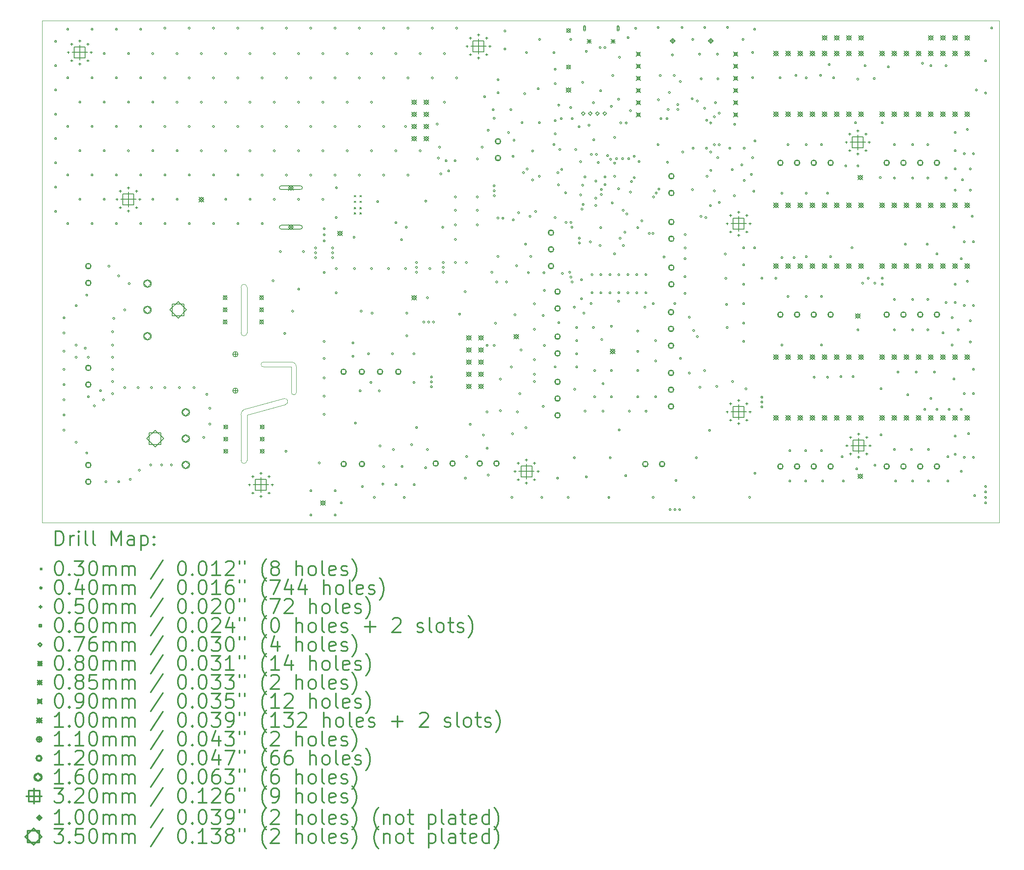
<source format=gbr>
%FSLAX45Y45*%
G04 Gerber Fmt 4.5, Leading zero omitted, Abs format (unit mm)*
G04 Created by KiCad (PCBNEW (5.1.8)-1) date 2021-04-24 14:29:37*
%MOMM*%
%LPD*%
G01*
G04 APERTURE LIST*
%TA.AperFunction,Profile*%
%ADD10C,0.100000*%
%TD*%
%ADD11C,0.200000*%
%ADD12C,0.300000*%
G04 APERTURE END LIST*
D10*
X3480000Y-2360000D02*
X23480000Y-2360000D01*
X3480000Y-12860000D02*
X3480000Y-2360000D01*
X23480000Y-12860000D02*
X3480000Y-12860000D01*
X23480000Y-2360000D02*
X23480000Y-12860000D01*
X8689600Y-9497600D02*
G75*
G02*
X8791200Y-9599200I0J-101600D01*
G01*
X8791200Y-10132600D02*
G75*
G02*
X8689600Y-10132600I-50800J0D01*
G01*
X8791200Y-9599200D02*
X8791200Y-10132600D01*
X8689600Y-9599200D02*
X8689600Y-10132600D01*
X8105400Y-9599200D02*
G75*
G02*
X8105400Y-9497600I0J50800D01*
G01*
X8689600Y-9599200D02*
X8105400Y-9599200D01*
X8105400Y-9497600D02*
X8689600Y-9497600D01*
X7635500Y-10602500D02*
G75*
G02*
X7729630Y-10479827I127000J0D01*
G01*
X8533466Y-10261764D02*
G75*
G02*
X8566335Y-10384436I16435J-61336D01*
G01*
X7729630Y-10479828D02*
X8533465Y-10261764D01*
X7762500Y-10602500D02*
X8566335Y-10384436D01*
X7762500Y-11555000D02*
G75*
G02*
X7635500Y-11555000I-63500J0D01*
G01*
X7635500Y-10602500D02*
X7635500Y-11555000D01*
X7762500Y-11555000D02*
X7762500Y-10602500D01*
X7635500Y-7935500D02*
G75*
G02*
X7762500Y-7935500I63500J0D01*
G01*
X7762500Y-8888001D02*
G75*
G02*
X7635500Y-8888000I-63500J0D01*
G01*
X7635500Y-7935500D02*
X7635500Y-8888000D01*
X7762500Y-8888000D02*
X7762500Y-7935500D01*
D11*
X10002400Y-6013150D02*
X10032400Y-6043150D01*
X10032400Y-6013150D02*
X10002400Y-6043150D01*
X10002400Y-6133150D02*
X10032400Y-6163150D01*
X10032400Y-6133150D02*
X10002400Y-6163150D01*
X10002400Y-6263150D02*
X10032400Y-6293150D01*
X10032400Y-6263150D02*
X10002400Y-6293150D01*
X10002400Y-6373150D02*
X10032400Y-6403150D01*
X10032400Y-6373150D02*
X10002400Y-6403150D01*
X10122400Y-6013150D02*
X10152400Y-6043150D01*
X10152400Y-6013150D02*
X10122400Y-6043150D01*
X10122400Y-6133150D02*
X10152400Y-6163150D01*
X10152400Y-6133150D02*
X10122400Y-6163150D01*
X10122400Y-6263150D02*
X10152400Y-6293150D01*
X10152400Y-6263150D02*
X10122400Y-6293150D01*
X10122400Y-6373150D02*
X10152400Y-6403150D01*
X10152400Y-6373150D02*
X10122400Y-6403150D01*
X3782000Y-2792000D02*
G75*
G03*
X3782000Y-2792000I-20000J0D01*
G01*
X3782000Y-3300000D02*
G75*
G03*
X3782000Y-3300000I-20000J0D01*
G01*
X3782000Y-3808000D02*
G75*
G03*
X3782000Y-3808000I-20000J0D01*
G01*
X3782000Y-4316000D02*
G75*
G03*
X3782000Y-4316000I-20000J0D01*
G01*
X3782000Y-4824000D02*
G75*
G03*
X3782000Y-4824000I-20000J0D01*
G01*
X3782000Y-5332000D02*
G75*
G03*
X3782000Y-5332000I-20000J0D01*
G01*
X3782000Y-5840000D02*
G75*
G03*
X3782000Y-5840000I-20000J0D01*
G01*
X3782000Y-6348000D02*
G75*
G03*
X3782000Y-6348000I-20000J0D01*
G01*
X3957000Y-8572500D02*
G75*
G03*
X3957000Y-8572500I-20000J0D01*
G01*
X3957000Y-8890000D02*
G75*
G03*
X3957000Y-8890000I-20000J0D01*
G01*
X3957000Y-9271000D02*
G75*
G03*
X3957000Y-9271000I-20000J0D01*
G01*
X3957000Y-9652000D02*
G75*
G03*
X3957000Y-9652000I-20000J0D01*
G01*
X3957000Y-9969500D02*
G75*
G03*
X3957000Y-9969500I-20000J0D01*
G01*
X3957000Y-10287000D02*
G75*
G03*
X3957000Y-10287000I-20000J0D01*
G01*
X3957000Y-10604500D02*
G75*
G03*
X3957000Y-10604500I-20000J0D01*
G01*
X3957000Y-10922000D02*
G75*
G03*
X3957000Y-10922000I-20000J0D01*
G01*
X4036000Y-2538000D02*
G75*
G03*
X4036000Y-2538000I-20000J0D01*
G01*
X4036000Y-3554000D02*
G75*
G03*
X4036000Y-3554000I-20000J0D01*
G01*
X4036000Y-4570000D02*
G75*
G03*
X4036000Y-4570000I-20000J0D01*
G01*
X4036000Y-5586000D02*
G75*
G03*
X4036000Y-5586000I-20000J0D01*
G01*
X4036000Y-6602000D02*
G75*
G03*
X4036000Y-6602000I-20000J0D01*
G01*
X4211000Y-8318500D02*
G75*
G03*
X4211000Y-8318500I-20000J0D01*
G01*
X4211000Y-9144000D02*
G75*
G03*
X4211000Y-9144000I-20000J0D01*
G01*
X4211000Y-9398000D02*
G75*
G03*
X4211000Y-9398000I-20000J0D01*
G01*
X4211000Y-11176000D02*
G75*
G03*
X4211000Y-11176000I-20000J0D01*
G01*
X4290000Y-4062000D02*
G75*
G03*
X4290000Y-4062000I-20000J0D01*
G01*
X4290000Y-5078000D02*
G75*
G03*
X4290000Y-5078000I-20000J0D01*
G01*
X4290000Y-6094000D02*
G75*
G03*
X4290000Y-6094000I-20000J0D01*
G01*
X4401500Y-9207500D02*
G75*
G03*
X4401500Y-9207500I-20000J0D01*
G01*
X4433250Y-8096250D02*
G75*
G03*
X4433250Y-8096250I-20000J0D01*
G01*
X4433250Y-11398250D02*
G75*
G03*
X4433250Y-11398250I-20000J0D01*
G01*
X4465000Y-9398000D02*
G75*
G03*
X4465000Y-9398000I-20000J0D01*
G01*
X4465000Y-10223500D02*
G75*
G03*
X4465000Y-10223500I-20000J0D01*
G01*
X4544000Y-2538000D02*
G75*
G03*
X4544000Y-2538000I-20000J0D01*
G01*
X4544000Y-3554000D02*
G75*
G03*
X4544000Y-3554000I-20000J0D01*
G01*
X4544000Y-4570000D02*
G75*
G03*
X4544000Y-4570000I-20000J0D01*
G01*
X4544000Y-5586000D02*
G75*
G03*
X4544000Y-5586000I-20000J0D01*
G01*
X4544000Y-6602000D02*
G75*
G03*
X4544000Y-6602000I-20000J0D01*
G01*
X4592000Y-10414000D02*
G75*
G03*
X4592000Y-10414000I-20000J0D01*
G01*
X4719000Y-10096500D02*
G75*
G03*
X4719000Y-10096500I-20000J0D01*
G01*
X4782500Y-10287000D02*
G75*
G03*
X4782500Y-10287000I-20000J0D01*
G01*
X4798000Y-3046000D02*
G75*
G03*
X4798000Y-3046000I-20000J0D01*
G01*
X4798000Y-4062000D02*
G75*
G03*
X4798000Y-4062000I-20000J0D01*
G01*
X4798000Y-5078000D02*
G75*
G03*
X4798000Y-5078000I-20000J0D01*
G01*
X4798000Y-6094000D02*
G75*
G03*
X4798000Y-6094000I-20000J0D01*
G01*
X4833300Y-12001500D02*
G75*
G03*
X4833300Y-12001500I-20000J0D01*
G01*
X4896800Y-7493000D02*
G75*
G03*
X4896800Y-7493000I-20000J0D01*
G01*
X4973000Y-8864600D02*
G75*
G03*
X4973000Y-8864600I-20000J0D01*
G01*
X4973000Y-9144000D02*
G75*
G03*
X4973000Y-9144000I-20000J0D01*
G01*
X4973000Y-9398000D02*
G75*
G03*
X4973000Y-9398000I-20000J0D01*
G01*
X4973000Y-9652000D02*
G75*
G03*
X4973000Y-9652000I-20000J0D01*
G01*
X4973000Y-9906000D02*
G75*
G03*
X4973000Y-9906000I-20000J0D01*
G01*
X4973000Y-10160000D02*
G75*
G03*
X4973000Y-10160000I-20000J0D01*
G01*
X4998400Y-8585200D02*
G75*
G03*
X4998400Y-8585200I-20000J0D01*
G01*
X5052000Y-2538000D02*
G75*
G03*
X5052000Y-2538000I-20000J0D01*
G01*
X5052000Y-3554000D02*
G75*
G03*
X5052000Y-3554000I-20000J0D01*
G01*
X5052000Y-4570000D02*
G75*
G03*
X5052000Y-4570000I-20000J0D01*
G01*
X5052000Y-5586000D02*
G75*
G03*
X5052000Y-5586000I-20000J0D01*
G01*
X5052000Y-6602000D02*
G75*
G03*
X5052000Y-6602000I-20000J0D01*
G01*
X5100000Y-7696200D02*
G75*
G03*
X5100000Y-7696200I-20000J0D01*
G01*
X5100000Y-12001500D02*
G75*
G03*
X5100000Y-12001500I-20000J0D01*
G01*
X5227000Y-8407400D02*
G75*
G03*
X5227000Y-8407400I-20000J0D01*
G01*
X5227000Y-10033000D02*
G75*
G03*
X5227000Y-10033000I-20000J0D01*
G01*
X5303200Y-5080000D02*
G75*
G03*
X5303200Y-5080000I-20000J0D01*
G01*
X5306000Y-3046000D02*
G75*
G03*
X5306000Y-3046000I-20000J0D01*
G01*
X5306000Y-4062000D02*
G75*
G03*
X5306000Y-4062000I-20000J0D01*
G01*
X5319800Y-7857400D02*
G75*
G03*
X5319800Y-7857400I-20000J0D01*
G01*
X5341300Y-11950700D02*
G75*
G03*
X5341300Y-11950700I-20000J0D01*
G01*
X5506400Y-10033000D02*
G75*
G03*
X5506400Y-10033000I-20000J0D01*
G01*
X5531800Y-11760200D02*
G75*
G03*
X5531800Y-11760200I-20000J0D01*
G01*
X5560000Y-2538000D02*
G75*
G03*
X5560000Y-2538000I-20000J0D01*
G01*
X5560000Y-3554000D02*
G75*
G03*
X5560000Y-3554000I-20000J0D01*
G01*
X5560000Y-4570000D02*
G75*
G03*
X5560000Y-4570000I-20000J0D01*
G01*
X5560000Y-5586000D02*
G75*
G03*
X5560000Y-5586000I-20000J0D01*
G01*
X5560000Y-6602000D02*
G75*
G03*
X5560000Y-6602000I-20000J0D01*
G01*
X5769200Y-11649800D02*
G75*
G03*
X5769200Y-11649800I-20000J0D01*
G01*
X5785800Y-10033000D02*
G75*
G03*
X5785800Y-10033000I-20000J0D01*
G01*
X5811200Y-3048000D02*
G75*
G03*
X5811200Y-3048000I-20000J0D01*
G01*
X5814000Y-4062000D02*
G75*
G03*
X5814000Y-4062000I-20000J0D01*
G01*
X5814000Y-5078000D02*
G75*
G03*
X5814000Y-5078000I-20000J0D01*
G01*
X5814000Y-6094000D02*
G75*
G03*
X5814000Y-6094000I-20000J0D01*
G01*
X5997800Y-11649800D02*
G75*
G03*
X5997800Y-11649800I-20000J0D01*
G01*
X6065200Y-2514600D02*
G75*
G03*
X6065200Y-2514600I-20000J0D01*
G01*
X6065200Y-3556000D02*
G75*
G03*
X6065200Y-3556000I-20000J0D01*
G01*
X6065200Y-4572000D02*
G75*
G03*
X6065200Y-4572000I-20000J0D01*
G01*
X6065200Y-10033000D02*
G75*
G03*
X6065200Y-10033000I-20000J0D01*
G01*
X6068000Y-5586000D02*
G75*
G03*
X6068000Y-5586000I-20000J0D01*
G01*
X6068000Y-6602000D02*
G75*
G03*
X6068000Y-6602000I-20000J0D01*
G01*
X6201000Y-11649800D02*
G75*
G03*
X6201000Y-11649800I-20000J0D01*
G01*
X6319200Y-3048000D02*
G75*
G03*
X6319200Y-3048000I-20000J0D01*
G01*
X6319200Y-4064000D02*
G75*
G03*
X6319200Y-4064000I-20000J0D01*
G01*
X6322000Y-5078000D02*
G75*
G03*
X6322000Y-5078000I-20000J0D01*
G01*
X6322000Y-6094000D02*
G75*
G03*
X6322000Y-6094000I-20000J0D01*
G01*
X6370000Y-10033000D02*
G75*
G03*
X6370000Y-10033000I-20000J0D01*
G01*
X6573200Y-2514600D02*
G75*
G03*
X6573200Y-2514600I-20000J0D01*
G01*
X6573200Y-3556000D02*
G75*
G03*
X6573200Y-3556000I-20000J0D01*
G01*
X6573200Y-4572000D02*
G75*
G03*
X6573200Y-4572000I-20000J0D01*
G01*
X6576000Y-5586000D02*
G75*
G03*
X6576000Y-5586000I-20000J0D01*
G01*
X6576000Y-6602000D02*
G75*
G03*
X6576000Y-6602000I-20000J0D01*
G01*
X6674800Y-10033000D02*
G75*
G03*
X6674800Y-10033000I-20000J0D01*
G01*
X6827200Y-3048000D02*
G75*
G03*
X6827200Y-3048000I-20000J0D01*
G01*
X6827200Y-4064000D02*
G75*
G03*
X6827200Y-4064000I-20000J0D01*
G01*
X6827200Y-5080000D02*
G75*
G03*
X6827200Y-5080000I-20000J0D01*
G01*
X6878000Y-11074400D02*
G75*
G03*
X6878000Y-11074400I-20000J0D01*
G01*
X6941500Y-10172700D02*
G75*
G03*
X6941500Y-10172700I-20000J0D01*
G01*
X7005000Y-10464800D02*
G75*
G03*
X7005000Y-10464800I-20000J0D01*
G01*
X7005000Y-10795000D02*
G75*
G03*
X7005000Y-10795000I-20000J0D01*
G01*
X7081200Y-2514600D02*
G75*
G03*
X7081200Y-2514600I-20000J0D01*
G01*
X7081200Y-3556000D02*
G75*
G03*
X7081200Y-3556000I-20000J0D01*
G01*
X7081200Y-4572000D02*
G75*
G03*
X7081200Y-4572000I-20000J0D01*
G01*
X7084000Y-5586000D02*
G75*
G03*
X7084000Y-5586000I-20000J0D01*
G01*
X7084000Y-6602000D02*
G75*
G03*
X7084000Y-6602000I-20000J0D01*
G01*
X7335200Y-3048000D02*
G75*
G03*
X7335200Y-3048000I-20000J0D01*
G01*
X7335200Y-4064000D02*
G75*
G03*
X7335200Y-4064000I-20000J0D01*
G01*
X7335200Y-5080000D02*
G75*
G03*
X7335200Y-5080000I-20000J0D01*
G01*
X7338000Y-6094000D02*
G75*
G03*
X7338000Y-6094000I-20000J0D01*
G01*
X7589200Y-2514600D02*
G75*
G03*
X7589200Y-2514600I-20000J0D01*
G01*
X7589200Y-3556000D02*
G75*
G03*
X7589200Y-3556000I-20000J0D01*
G01*
X7589200Y-4572000D02*
G75*
G03*
X7589200Y-4572000I-20000J0D01*
G01*
X7592000Y-5586000D02*
G75*
G03*
X7592000Y-5586000I-20000J0D01*
G01*
X7592000Y-6602000D02*
G75*
G03*
X7592000Y-6602000I-20000J0D01*
G01*
X7843200Y-3048000D02*
G75*
G03*
X7843200Y-3048000I-20000J0D01*
G01*
X7843200Y-4064000D02*
G75*
G03*
X7843200Y-4064000I-20000J0D01*
G01*
X7843200Y-5080000D02*
G75*
G03*
X7843200Y-5080000I-20000J0D01*
G01*
X7846000Y-6094000D02*
G75*
G03*
X7846000Y-6094000I-20000J0D01*
G01*
X8097200Y-2514600D02*
G75*
G03*
X8097200Y-2514600I-20000J0D01*
G01*
X8097200Y-3556000D02*
G75*
G03*
X8097200Y-3556000I-20000J0D01*
G01*
X8097200Y-4572000D02*
G75*
G03*
X8097200Y-4572000I-20000J0D01*
G01*
X8097200Y-5588000D02*
G75*
G03*
X8097200Y-5588000I-20000J0D01*
G01*
X8100000Y-6602000D02*
G75*
G03*
X8100000Y-6602000I-20000J0D01*
G01*
X8325800Y-7797800D02*
G75*
G03*
X8325800Y-7797800I-20000J0D01*
G01*
X8351200Y-3048000D02*
G75*
G03*
X8351200Y-3048000I-20000J0D01*
G01*
X8351200Y-4064000D02*
G75*
G03*
X8351200Y-4064000I-20000J0D01*
G01*
X8351200Y-5080000D02*
G75*
G03*
X8351200Y-5080000I-20000J0D01*
G01*
X8351200Y-6096000D02*
G75*
G03*
X8351200Y-6096000I-20000J0D01*
G01*
X8478200Y-7188200D02*
G75*
G03*
X8478200Y-7188200I-20000J0D01*
G01*
X8569900Y-8900700D02*
G75*
G03*
X8569900Y-8900700I-20000J0D01*
G01*
X8595300Y-11364500D02*
G75*
G03*
X8595300Y-11364500I-20000J0D01*
G01*
X8605200Y-2514600D02*
G75*
G03*
X8605200Y-2514600I-20000J0D01*
G01*
X8605200Y-3556000D02*
G75*
G03*
X8605200Y-3556000I-20000J0D01*
G01*
X8605200Y-4572000D02*
G75*
G03*
X8605200Y-4572000I-20000J0D01*
G01*
X8605200Y-5588000D02*
G75*
G03*
X8605200Y-5588000I-20000J0D01*
G01*
X8735000Y-8432800D02*
G75*
G03*
X8735000Y-8432800I-20000J0D01*
G01*
X8859200Y-3048000D02*
G75*
G03*
X8859200Y-3048000I-20000J0D01*
G01*
X8859200Y-4064000D02*
G75*
G03*
X8859200Y-4064000I-20000J0D01*
G01*
X8859200Y-5080000D02*
G75*
G03*
X8859200Y-5080000I-20000J0D01*
G01*
X8859200Y-6096000D02*
G75*
G03*
X8859200Y-6096000I-20000J0D01*
G01*
X8862000Y-7973600D02*
G75*
G03*
X8862000Y-7973600I-20000J0D01*
G01*
X8960800Y-7188200D02*
G75*
G03*
X8960800Y-7188200I-20000J0D01*
G01*
X9113200Y-2514600D02*
G75*
G03*
X9113200Y-2514600I-20000J0D01*
G01*
X9113200Y-3556000D02*
G75*
G03*
X9113200Y-3556000I-20000J0D01*
G01*
X9113200Y-4572000D02*
G75*
G03*
X9113200Y-4572000I-20000J0D01*
G01*
X9113200Y-5588000D02*
G75*
G03*
X9113200Y-5588000I-20000J0D01*
G01*
X9116000Y-12190000D02*
G75*
G03*
X9116000Y-12190000I-20000J0D01*
G01*
X9116000Y-12698000D02*
G75*
G03*
X9116000Y-12698000I-20000J0D01*
G01*
X9214800Y-7112000D02*
G75*
G03*
X9214800Y-7112000I-20000J0D01*
G01*
X9214800Y-7213600D02*
G75*
G03*
X9214800Y-7213600I-20000J0D01*
G01*
X9214800Y-7315200D02*
G75*
G03*
X9214800Y-7315200I-20000J0D01*
G01*
X9291000Y-11607800D02*
G75*
G03*
X9291000Y-11607800I-20000J0D01*
G01*
X9367200Y-3048000D02*
G75*
G03*
X9367200Y-3048000I-20000J0D01*
G01*
X9367200Y-4064000D02*
G75*
G03*
X9367200Y-4064000I-20000J0D01*
G01*
X9367200Y-5080000D02*
G75*
G03*
X9367200Y-5080000I-20000J0D01*
G01*
X9367200Y-6096000D02*
G75*
G03*
X9367200Y-6096000I-20000J0D01*
G01*
X9392600Y-9067800D02*
G75*
G03*
X9392600Y-9067800I-20000J0D01*
G01*
X9392600Y-9423400D02*
G75*
G03*
X9392600Y-9423400I-20000J0D01*
G01*
X9392600Y-9829800D02*
G75*
G03*
X9392600Y-9829800I-20000J0D01*
G01*
X9392600Y-10210800D02*
G75*
G03*
X9392600Y-10210800I-20000J0D01*
G01*
X9392600Y-10591800D02*
G75*
G03*
X9392600Y-10591800I-20000J0D01*
G01*
X9394239Y-7624239D02*
G75*
G03*
X9394239Y-7624239I-20000J0D01*
G01*
X9394990Y-6961990D02*
G75*
G03*
X9394990Y-6961990I-20000J0D01*
G01*
X9395134Y-6835134D02*
G75*
G03*
X9395134Y-6835134I-20000J0D01*
G01*
X9395278Y-6708278D02*
G75*
G03*
X9395278Y-6708278I-20000J0D01*
G01*
X9570400Y-7112000D02*
G75*
G03*
X9570400Y-7112000I-20000J0D01*
G01*
X9570400Y-7213600D02*
G75*
G03*
X9570400Y-7213600I-20000J0D01*
G01*
X9570400Y-7315200D02*
G75*
G03*
X9570400Y-7315200I-20000J0D01*
G01*
X9621200Y-2514600D02*
G75*
G03*
X9621200Y-2514600I-20000J0D01*
G01*
X9621200Y-3556000D02*
G75*
G03*
X9621200Y-3556000I-20000J0D01*
G01*
X9621200Y-4572000D02*
G75*
G03*
X9621200Y-4572000I-20000J0D01*
G01*
X9621200Y-5588000D02*
G75*
G03*
X9621200Y-5588000I-20000J0D01*
G01*
X9624000Y-12190000D02*
G75*
G03*
X9624000Y-12190000I-20000J0D01*
G01*
X9624000Y-12698000D02*
G75*
G03*
X9624000Y-12698000I-20000J0D01*
G01*
X9645000Y-6475000D02*
G75*
G03*
X9645000Y-6475000I-20000J0D01*
G01*
X9645000Y-8050000D02*
G75*
G03*
X9645000Y-8050000I-20000J0D01*
G01*
X9646600Y-7543800D02*
G75*
G03*
X9646600Y-7543800I-20000J0D01*
G01*
X9649400Y-5852700D02*
G75*
G03*
X9649400Y-5852700I-20000J0D01*
G01*
X9751000Y-12444000D02*
G75*
G03*
X9751000Y-12444000I-20000J0D01*
G01*
X9875200Y-3048000D02*
G75*
G03*
X9875200Y-3048000I-20000J0D01*
G01*
X9875200Y-4064000D02*
G75*
G03*
X9875200Y-4064000I-20000J0D01*
G01*
X9875200Y-5080000D02*
G75*
G03*
X9875200Y-5080000I-20000J0D01*
G01*
X9995000Y-9100000D02*
G75*
G03*
X9995000Y-9100000I-20000J0D01*
G01*
X9995000Y-9375000D02*
G75*
G03*
X9995000Y-9375000I-20000J0D01*
G01*
X10017700Y-6887750D02*
G75*
G03*
X10017700Y-6887750I-20000J0D01*
G01*
X10027600Y-7543800D02*
G75*
G03*
X10027600Y-7543800I-20000J0D01*
G01*
X10045000Y-10775000D02*
G75*
G03*
X10045000Y-10775000I-20000J0D01*
G01*
X10129200Y-2514600D02*
G75*
G03*
X10129200Y-2514600I-20000J0D01*
G01*
X10129200Y-3556000D02*
G75*
G03*
X10129200Y-3556000I-20000J0D01*
G01*
X10129200Y-4572000D02*
G75*
G03*
X10129200Y-4572000I-20000J0D01*
G01*
X10129200Y-5588000D02*
G75*
G03*
X10129200Y-5588000I-20000J0D01*
G01*
X10145000Y-10100000D02*
G75*
G03*
X10145000Y-10100000I-20000J0D01*
G01*
X10167300Y-8432800D02*
G75*
G03*
X10167300Y-8432800I-20000J0D01*
G01*
X10192300Y-12102700D02*
G75*
G03*
X10192300Y-12102700I-20000J0D01*
G01*
X10320000Y-9325000D02*
G75*
G03*
X10320000Y-9325000I-20000J0D01*
G01*
X10370000Y-9925000D02*
G75*
G03*
X10370000Y-9925000I-20000J0D01*
G01*
X10383200Y-3048000D02*
G75*
G03*
X10383200Y-3048000I-20000J0D01*
G01*
X10383200Y-4064000D02*
G75*
G03*
X10383200Y-4064000I-20000J0D01*
G01*
X10383200Y-5080000D02*
G75*
G03*
X10383200Y-5080000I-20000J0D01*
G01*
X10383200Y-7543800D02*
G75*
G03*
X10383200Y-7543800I-20000J0D01*
G01*
X10395000Y-8475000D02*
G75*
G03*
X10395000Y-8475000I-20000J0D01*
G01*
X10441600Y-12328400D02*
G75*
G03*
X10441600Y-12328400I-20000J0D01*
G01*
X10512186Y-6143638D02*
G75*
G03*
X10512186Y-6143638I-20000J0D01*
G01*
X10545000Y-10100000D02*
G75*
G03*
X10545000Y-10100000I-20000J0D01*
G01*
X10561000Y-11252200D02*
G75*
G03*
X10561000Y-11252200I-20000J0D01*
G01*
X10620000Y-12050000D02*
G75*
G03*
X10620000Y-12050000I-20000J0D01*
G01*
X10637200Y-2514600D02*
G75*
G03*
X10637200Y-2514600I-20000J0D01*
G01*
X10637200Y-3556000D02*
G75*
G03*
X10637200Y-3556000I-20000J0D01*
G01*
X10637200Y-4572000D02*
G75*
G03*
X10637200Y-4572000I-20000J0D01*
G01*
X10637200Y-5588000D02*
G75*
G03*
X10637200Y-5588000I-20000J0D01*
G01*
X10637200Y-11684000D02*
G75*
G03*
X10637200Y-11684000I-20000J0D01*
G01*
X10738800Y-7543800D02*
G75*
G03*
X10738800Y-7543800I-20000J0D01*
G01*
X10820000Y-9325000D02*
G75*
G03*
X10820000Y-9325000I-20000J0D01*
G01*
X10840400Y-11328400D02*
G75*
G03*
X10840400Y-11328400I-20000J0D01*
G01*
X10891200Y-3048000D02*
G75*
G03*
X10891200Y-3048000I-20000J0D01*
G01*
X10891200Y-5080000D02*
G75*
G03*
X10891200Y-5080000I-20000J0D01*
G01*
X10894000Y-6582950D02*
G75*
G03*
X10894000Y-6582950I-20000J0D01*
G01*
X10894000Y-12063000D02*
G75*
G03*
X10894000Y-12063000I-20000J0D01*
G01*
X11011200Y-6941200D02*
G75*
G03*
X11011200Y-6941200I-20000J0D01*
G01*
X11021000Y-11682000D02*
G75*
G03*
X11021000Y-11682000I-20000J0D01*
G01*
X11066600Y-12328400D02*
G75*
G03*
X11066600Y-12328400I-20000J0D01*
G01*
X11094400Y-4572000D02*
G75*
G03*
X11094400Y-4572000I-20000J0D01*
G01*
X11094400Y-7543800D02*
G75*
G03*
X11094400Y-7543800I-20000J0D01*
G01*
X11109900Y-6678200D02*
G75*
G03*
X11109900Y-6678200I-20000J0D01*
G01*
X11120000Y-8475000D02*
G75*
G03*
X11120000Y-8475000I-20000J0D01*
G01*
X11120000Y-8950000D02*
G75*
G03*
X11120000Y-8950000I-20000J0D01*
G01*
X11145200Y-2514600D02*
G75*
G03*
X11145200Y-2514600I-20000J0D01*
G01*
X11145200Y-3556000D02*
G75*
G03*
X11145200Y-3556000I-20000J0D01*
G01*
X11145200Y-5588000D02*
G75*
G03*
X11145200Y-5588000I-20000J0D01*
G01*
X11221400Y-11226800D02*
G75*
G03*
X11221400Y-11226800I-20000J0D01*
G01*
X11270000Y-9325000D02*
G75*
G03*
X11270000Y-9325000I-20000J0D01*
G01*
X11270000Y-9925000D02*
G75*
G03*
X11270000Y-9925000I-20000J0D01*
G01*
X11275000Y-12063000D02*
G75*
G03*
X11275000Y-12063000I-20000J0D01*
G01*
X11323000Y-7416800D02*
G75*
G03*
X11323000Y-7416800I-20000J0D01*
G01*
X11323000Y-7518400D02*
G75*
G03*
X11323000Y-7518400I-20000J0D01*
G01*
X11323000Y-7620000D02*
G75*
G03*
X11323000Y-7620000I-20000J0D01*
G01*
X11325000Y-10869200D02*
G75*
G03*
X11325000Y-10869200I-20000J0D01*
G01*
X11399200Y-3048000D02*
G75*
G03*
X11399200Y-3048000I-20000J0D01*
G01*
X11399200Y-5080000D02*
G75*
G03*
X11399200Y-5080000I-20000J0D01*
G01*
X11475400Y-8661400D02*
G75*
G03*
X11475400Y-8661400I-20000J0D01*
G01*
X11513230Y-11708310D02*
G75*
G03*
X11513230Y-11708310I-20000J0D01*
G01*
X11516300Y-6132100D02*
G75*
G03*
X11516300Y-6132100I-20000J0D01*
G01*
X11551600Y-8153400D02*
G75*
G03*
X11551600Y-8153400I-20000J0D01*
G01*
X11551600Y-11328400D02*
G75*
G03*
X11551600Y-11328400I-20000J0D01*
G01*
X11577000Y-8661400D02*
G75*
G03*
X11577000Y-8661400I-20000J0D01*
G01*
X11602400Y-7543800D02*
G75*
G03*
X11602400Y-7543800I-20000J0D01*
G01*
X11635211Y-10015011D02*
G75*
G03*
X11635211Y-10015011I-20000J0D01*
G01*
X11635353Y-9913553D02*
G75*
G03*
X11635353Y-9913553I-20000J0D01*
G01*
X11635500Y-9809400D02*
G75*
G03*
X11635500Y-9809400I-20000J0D01*
G01*
X11653200Y-2514600D02*
G75*
G03*
X11653200Y-2514600I-20000J0D01*
G01*
X11653200Y-3556000D02*
G75*
G03*
X11653200Y-3556000I-20000J0D01*
G01*
X11678600Y-8661400D02*
G75*
G03*
X11678600Y-8661400I-20000J0D01*
G01*
X11754800Y-4521200D02*
G75*
G03*
X11754800Y-4521200I-20000J0D01*
G01*
X11780200Y-5232400D02*
G75*
G03*
X11780200Y-5232400I-20000J0D01*
G01*
X11805600Y-5003800D02*
G75*
G03*
X11805600Y-5003800I-20000J0D01*
G01*
X11831000Y-5562600D02*
G75*
G03*
X11831000Y-5562600I-20000J0D01*
G01*
X11871900Y-6678200D02*
G75*
G03*
X11871900Y-6678200I-20000J0D01*
G01*
X11881800Y-7416800D02*
G75*
G03*
X11881800Y-7416800I-20000J0D01*
G01*
X11881800Y-7518400D02*
G75*
G03*
X11881800Y-7518400I-20000J0D01*
G01*
X11881800Y-7620000D02*
G75*
G03*
X11881800Y-7620000I-20000J0D01*
G01*
X11907200Y-3048000D02*
G75*
G03*
X11907200Y-3048000I-20000J0D01*
G01*
X11907200Y-4064000D02*
G75*
G03*
X11907200Y-4064000I-20000J0D01*
G01*
X11940403Y-5287968D02*
G75*
G03*
X11940403Y-5287968I-20000J0D01*
G01*
X11995000Y-5500000D02*
G75*
G03*
X11995000Y-5500000I-20000J0D01*
G01*
X12129710Y-5287514D02*
G75*
G03*
X12129710Y-5287514I-20000J0D01*
G01*
X12135800Y-6045200D02*
G75*
G03*
X12135800Y-6045200I-20000J0D01*
G01*
X12135800Y-6324600D02*
G75*
G03*
X12135800Y-6324600I-20000J0D01*
G01*
X12135800Y-6629400D02*
G75*
G03*
X12135800Y-6629400I-20000J0D01*
G01*
X12135800Y-6934200D02*
G75*
G03*
X12135800Y-6934200I-20000J0D01*
G01*
X12135800Y-7416800D02*
G75*
G03*
X12135800Y-7416800I-20000J0D01*
G01*
X12161200Y-2514600D02*
G75*
G03*
X12161200Y-2514600I-20000J0D01*
G01*
X12161200Y-3556000D02*
G75*
G03*
X12161200Y-3556000I-20000J0D01*
G01*
X12223769Y-8495369D02*
G75*
G03*
X12223769Y-8495369I-20000J0D01*
G01*
X12339000Y-8026400D02*
G75*
G03*
X12339000Y-8026400I-20000J0D01*
G01*
X12345000Y-11925000D02*
G75*
G03*
X12345000Y-11925000I-20000J0D01*
G01*
X12364400Y-7416800D02*
G75*
G03*
X12364400Y-7416800I-20000J0D01*
G01*
X12370000Y-11475000D02*
G75*
G03*
X12370000Y-11475000I-20000J0D01*
G01*
X12445000Y-10800000D02*
G75*
G03*
X12445000Y-10800000I-20000J0D01*
G01*
X12593000Y-6045200D02*
G75*
G03*
X12593000Y-6045200I-20000J0D01*
G01*
X12593000Y-6324600D02*
G75*
G03*
X12593000Y-6324600I-20000J0D01*
G01*
X12593000Y-6629400D02*
G75*
G03*
X12593000Y-6629400I-20000J0D01*
G01*
X12595000Y-5250000D02*
G75*
G03*
X12595000Y-5250000I-20000J0D01*
G01*
X12694600Y-5003800D02*
G75*
G03*
X12694600Y-5003800I-20000J0D01*
G01*
X12720000Y-11025000D02*
G75*
G03*
X12720000Y-11025000I-20000J0D01*
G01*
X12745000Y-3950000D02*
G75*
G03*
X12745000Y-3950000I-20000J0D01*
G01*
X12796200Y-10541000D02*
G75*
G03*
X12796200Y-10541000I-20000J0D01*
G01*
X12797500Y-9150000D02*
G75*
G03*
X12797500Y-9150000I-20000J0D01*
G01*
X12799000Y-11301000D02*
G75*
G03*
X12799000Y-11301000I-20000J0D01*
G01*
X12820000Y-4650000D02*
G75*
G03*
X12820000Y-4650000I-20000J0D01*
G01*
X12821600Y-11861800D02*
G75*
G03*
X12821600Y-11861800I-20000J0D01*
G01*
X12897800Y-7620000D02*
G75*
G03*
X12897800Y-7620000I-20000J0D01*
G01*
X12923200Y-4220339D02*
G75*
G03*
X12923200Y-4220339I-20000J0D01*
G01*
X12944445Y-5811823D02*
G75*
G03*
X12944445Y-5811823I-20000J0D01*
G01*
X12945000Y-4400000D02*
G75*
G03*
X12945000Y-4400000I-20000J0D01*
G01*
X12945000Y-9150000D02*
G75*
G03*
X12945000Y-9150000I-20000J0D01*
G01*
X12946367Y-5915967D02*
G75*
G03*
X12946367Y-5915967I-20000J0D01*
G01*
X12948600Y-6019800D02*
G75*
G03*
X12948600Y-6019800I-20000J0D01*
G01*
X12974000Y-8686800D02*
G75*
G03*
X12974000Y-8686800I-20000J0D01*
G01*
X12998935Y-7822735D02*
G75*
G03*
X12998935Y-7822735I-20000J0D01*
G01*
X13024800Y-6485400D02*
G75*
G03*
X13024800Y-6485400I-20000J0D01*
G01*
X13024800Y-7289800D02*
G75*
G03*
X13024800Y-7289800I-20000J0D01*
G01*
X13027600Y-3592400D02*
G75*
G03*
X13027600Y-3592400I-20000J0D01*
G01*
X13027600Y-3867400D02*
G75*
G03*
X13027600Y-3867400I-20000J0D01*
G01*
X13075600Y-9855200D02*
G75*
G03*
X13075600Y-9855200I-20000J0D01*
G01*
X13075600Y-10515600D02*
G75*
G03*
X13075600Y-10515600I-20000J0D01*
G01*
X13128477Y-6488164D02*
G75*
G03*
X13128477Y-6488164I-20000J0D01*
G01*
X13170000Y-2575000D02*
G75*
G03*
X13170000Y-2575000I-20000J0D01*
G01*
X13170000Y-2950000D02*
G75*
G03*
X13170000Y-2950000I-20000J0D01*
G01*
X13203065Y-7823665D02*
G75*
G03*
X13203065Y-7823665I-20000J0D01*
G01*
X13245000Y-4700000D02*
G75*
G03*
X13245000Y-4700000I-20000J0D01*
G01*
X13294300Y-4220339D02*
G75*
G03*
X13294300Y-4220339I-20000J0D01*
G01*
X13304200Y-9601200D02*
G75*
G03*
X13304200Y-9601200I-20000J0D01*
G01*
X13316600Y-12328400D02*
G75*
G03*
X13316600Y-12328400I-20000J0D01*
G01*
X13329600Y-10998200D02*
G75*
G03*
X13329600Y-10998200I-20000J0D01*
G01*
X13340800Y-5195800D02*
G75*
G03*
X13340800Y-5195800I-20000J0D01*
G01*
X13345000Y-6525000D02*
G75*
G03*
X13345000Y-6525000I-20000J0D01*
G01*
X13360461Y-4859539D02*
G75*
G03*
X13360461Y-4859539I-20000J0D01*
G01*
X13380400Y-8509000D02*
G75*
G03*
X13380400Y-8509000I-20000J0D01*
G01*
X13415969Y-7483598D02*
G75*
G03*
X13415969Y-7483598I-20000J0D01*
G01*
X13431200Y-10541000D02*
G75*
G03*
X13431200Y-10541000I-20000J0D01*
G01*
X13456600Y-6375400D02*
G75*
G03*
X13456600Y-6375400I-20000J0D01*
G01*
X13482000Y-10160000D02*
G75*
G03*
X13482000Y-10160000I-20000J0D01*
G01*
X13507400Y-9245600D02*
G75*
G03*
X13507400Y-9245600I-20000J0D01*
G01*
X13527989Y-4491348D02*
G75*
G03*
X13527989Y-4491348I-20000J0D01*
G01*
X13558200Y-5537200D02*
G75*
G03*
X13558200Y-5537200I-20000J0D01*
G01*
X13583600Y-3886200D02*
G75*
G03*
X13583600Y-3886200I-20000J0D01*
G01*
X13602501Y-7032101D02*
G75*
G03*
X13602501Y-7032101I-20000J0D01*
G01*
X13609000Y-10871200D02*
G75*
G03*
X13609000Y-10871200I-20000J0D01*
G01*
X13620000Y-3025000D02*
G75*
G03*
X13620000Y-3025000I-20000J0D01*
G01*
X13634400Y-5461000D02*
G75*
G03*
X13634400Y-5461000I-20000J0D01*
G01*
X13659800Y-7629935D02*
G75*
G03*
X13659800Y-7629935I-20000J0D01*
G01*
X13694100Y-6451135D02*
G75*
G03*
X13694100Y-6451135I-20000J0D01*
G01*
X13710600Y-7289800D02*
G75*
G03*
X13710600Y-7289800I-20000J0D01*
G01*
X13748757Y-5083631D02*
G75*
G03*
X13748757Y-5083631I-20000J0D01*
G01*
X13748800Y-5689599D02*
G75*
G03*
X13748800Y-5689599I-20000J0D01*
G01*
X13786800Y-8280400D02*
G75*
G03*
X13786800Y-8280400I-20000J0D01*
G01*
X13786800Y-8813800D02*
G75*
G03*
X13786800Y-8813800I-20000J0D01*
G01*
X13786800Y-9448800D02*
G75*
G03*
X13786800Y-9448800I-20000J0D01*
G01*
X13786800Y-9753600D02*
G75*
G03*
X13786800Y-9753600I-20000J0D01*
G01*
X13786800Y-9906000D02*
G75*
G03*
X13786800Y-9906000I-20000J0D01*
G01*
X13812200Y-6350000D02*
G75*
G03*
X13812200Y-6350000I-20000J0D01*
G01*
X13865800Y-3782600D02*
G75*
G03*
X13865800Y-3782600I-20000J0D01*
G01*
X13888400Y-5613288D02*
G75*
G03*
X13888400Y-5613288I-20000J0D01*
G01*
X13891200Y-4490825D02*
G75*
G03*
X13891200Y-4490825I-20000J0D01*
G01*
X13895000Y-2750000D02*
G75*
G03*
X13895000Y-2750000I-20000J0D01*
G01*
X13941600Y-12328400D02*
G75*
G03*
X13941600Y-12328400I-20000J0D01*
G01*
X13970000Y-8525000D02*
G75*
G03*
X13970000Y-8525000I-20000J0D01*
G01*
X13970000Y-10425000D02*
G75*
G03*
X13970000Y-10425000I-20000J0D01*
G01*
X13985957Y-7629935D02*
G75*
G03*
X13985957Y-7629935I-20000J0D01*
G01*
X13995000Y-8000000D02*
G75*
G03*
X13995000Y-8000000I-20000J0D01*
G01*
X13995000Y-9150000D02*
G75*
G03*
X13995000Y-9150000I-20000J0D01*
G01*
X14195000Y-3025000D02*
G75*
G03*
X14195000Y-3025000I-20000J0D01*
G01*
X14195000Y-4950000D02*
G75*
G03*
X14195000Y-4950000I-20000J0D01*
G01*
X14218600Y-6477000D02*
G75*
G03*
X14218600Y-6477000I-20000J0D01*
G01*
X14220000Y-3375000D02*
G75*
G03*
X14220000Y-3375000I-20000J0D01*
G01*
X14220000Y-3675000D02*
G75*
G03*
X14220000Y-3675000I-20000J0D01*
G01*
X14220000Y-4450000D02*
G75*
G03*
X14220000Y-4450000I-20000J0D01*
G01*
X14220000Y-4725000D02*
G75*
G03*
X14220000Y-4725000I-20000J0D01*
G01*
X14220000Y-9600000D02*
G75*
G03*
X14220000Y-9600000I-20000J0D01*
G01*
X14270000Y-11925000D02*
G75*
G03*
X14270000Y-11925000I-20000J0D01*
G01*
X14276203Y-5537200D02*
G75*
G03*
X14276203Y-5537200I-20000J0D01*
G01*
X14288625Y-5791200D02*
G75*
G03*
X14288625Y-5791200I-20000J0D01*
G01*
X14295000Y-4125000D02*
G75*
G03*
X14295000Y-4125000I-20000J0D01*
G01*
X14295000Y-8675000D02*
G75*
G03*
X14295000Y-8675000I-20000J0D01*
G01*
X14317483Y-5051883D02*
G75*
G03*
X14317483Y-5051883I-20000J0D01*
G01*
X14345599Y-4406901D02*
G75*
G03*
X14345599Y-4406901I-20000J0D01*
G01*
X14356894Y-5468400D02*
G75*
G03*
X14356894Y-5468400I-20000J0D01*
G01*
X14371000Y-7645400D02*
G75*
G03*
X14371000Y-7645400I-20000J0D01*
G01*
X14438625Y-5959494D02*
G75*
G03*
X14438625Y-5959494I-20000J0D01*
G01*
X14447202Y-6578600D02*
G75*
G03*
X14447202Y-6578600I-20000J0D01*
G01*
X14491600Y-12328400D02*
G75*
G03*
X14491600Y-12328400I-20000J0D01*
G01*
X14523866Y-7620466D02*
G75*
G03*
X14523866Y-7620466I-20000J0D01*
G01*
X14545000Y-2750000D02*
G75*
G03*
X14545000Y-2750000I-20000J0D01*
G01*
X14545000Y-4175000D02*
G75*
G03*
X14545000Y-4175000I-20000J0D01*
G01*
X14548800Y-7721600D02*
G75*
G03*
X14548800Y-7721600I-20000J0D01*
G01*
X14549267Y-6579067D02*
G75*
G03*
X14549267Y-6579067I-20000J0D01*
G01*
X14570907Y-6679454D02*
G75*
G03*
X14570907Y-6679454I-20000J0D01*
G01*
X14574200Y-7823200D02*
G75*
G03*
X14574200Y-7823200I-20000J0D01*
G01*
X14574200Y-4406900D02*
G75*
G03*
X14574200Y-4406900I-20000J0D01*
G01*
X14620000Y-8350000D02*
G75*
G03*
X14620000Y-8350000I-20000J0D01*
G01*
X14620000Y-11500000D02*
G75*
G03*
X14620000Y-11500000I-20000J0D01*
G01*
X14628400Y-10066600D02*
G75*
G03*
X14628400Y-10066600I-20000J0D01*
G01*
X14650400Y-5054600D02*
G75*
G03*
X14650400Y-5054600I-20000J0D01*
G01*
X14670000Y-8775000D02*
G75*
G03*
X14670000Y-8775000I-20000J0D01*
G01*
X14670000Y-9050000D02*
G75*
G03*
X14670000Y-9050000I-20000J0D01*
G01*
X14670000Y-9325000D02*
G75*
G03*
X14670000Y-9325000I-20000J0D01*
G01*
X14670000Y-9600000D02*
G75*
G03*
X14670000Y-9600000I-20000J0D01*
G01*
X14720000Y-4575000D02*
G75*
G03*
X14720000Y-4575000I-20000J0D01*
G01*
X14725369Y-6907468D02*
G75*
G03*
X14725369Y-6907468I-20000J0D01*
G01*
X14726569Y-7008800D02*
G75*
G03*
X14726569Y-7008800I-20000J0D01*
G01*
X14752000Y-5308600D02*
G75*
G03*
X14752000Y-5308600I-20000J0D01*
G01*
X14752000Y-6004000D02*
G75*
G03*
X14752000Y-6004000I-20000J0D01*
G01*
X14770000Y-7775000D02*
G75*
G03*
X14770000Y-7775000I-20000J0D01*
G01*
X14770000Y-8175000D02*
G75*
G03*
X14770000Y-8175000I-20000J0D01*
G01*
X14780200Y-6299196D02*
G75*
G03*
X14780200Y-6299196I-20000J0D01*
G01*
X14795000Y-3650000D02*
G75*
G03*
X14795000Y-3650000I-20000J0D01*
G01*
X14795000Y-5800000D02*
G75*
G03*
X14795000Y-5800000I-20000J0D01*
G01*
X14805600Y-6201500D02*
G75*
G03*
X14805600Y-6201500I-20000J0D01*
G01*
X14820000Y-8475000D02*
G75*
G03*
X14820000Y-8475000I-20000J0D01*
G01*
X14843500Y-5626500D02*
G75*
G03*
X14843500Y-5626500I-20000J0D01*
G01*
X14845000Y-10525000D02*
G75*
G03*
X14845000Y-10525000I-20000J0D01*
G01*
X14870000Y-3000000D02*
G75*
G03*
X14870000Y-3000000I-20000J0D01*
G01*
X14870000Y-11900000D02*
G75*
G03*
X14870000Y-11900000I-20000J0D01*
G01*
X14927083Y-4544814D02*
G75*
G03*
X14927083Y-4544814I-20000J0D01*
G01*
X14955200Y-6985000D02*
G75*
G03*
X14955200Y-6985000I-20000J0D01*
G01*
X14970000Y-8275000D02*
G75*
G03*
X14970000Y-8275000I-20000J0D01*
G01*
X14976700Y-5156200D02*
G75*
G03*
X14976700Y-5156200I-20000J0D01*
G01*
X14990000Y-7670000D02*
G75*
G03*
X14990000Y-7670000I-20000J0D01*
G01*
X14990000Y-8050000D02*
G75*
G03*
X14990000Y-8050000I-20000J0D01*
G01*
X15020000Y-4075000D02*
G75*
G03*
X15020000Y-4075000I-20000J0D01*
G01*
X15020000Y-8775000D02*
G75*
G03*
X15020000Y-8775000I-20000J0D01*
G01*
X15026700Y-4849400D02*
G75*
G03*
X15026700Y-4849400I-20000J0D01*
G01*
X15045000Y-9675000D02*
G75*
G03*
X15045000Y-9675000I-20000J0D01*
G01*
X15045000Y-10225000D02*
G75*
G03*
X15045000Y-10225000I-20000J0D01*
G01*
X15069500Y-5713000D02*
G75*
G03*
X15069500Y-5713000I-20000J0D01*
G01*
X15069500Y-6070600D02*
G75*
G03*
X15069500Y-6070600I-20000J0D01*
G01*
X15069500Y-6223000D02*
G75*
G03*
X15069500Y-6223000I-20000J0D01*
G01*
X15082200Y-5156200D02*
G75*
G03*
X15082200Y-5156200I-20000J0D01*
G01*
X15120000Y-5325000D02*
G75*
G03*
X15120000Y-5325000I-20000J0D01*
G01*
X15158400Y-7061200D02*
G75*
G03*
X15158400Y-7061200I-20000J0D01*
G01*
X15159600Y-2920999D02*
G75*
G03*
X15159600Y-2920999I-20000J0D01*
G01*
X15170000Y-3825000D02*
G75*
G03*
X15170000Y-3825000I-20000J0D01*
G01*
X15171650Y-6687883D02*
G75*
G03*
X15171650Y-6687883I-20000J0D01*
G01*
X15175000Y-7670000D02*
G75*
G03*
X15175000Y-7670000I-20000J0D01*
G01*
X15175000Y-8050000D02*
G75*
G03*
X15175000Y-8050000I-20000J0D01*
G01*
X15183800Y-5994400D02*
G75*
G03*
X15183800Y-5994400I-20000J0D01*
G01*
X15185190Y-5889172D02*
G75*
G03*
X15185190Y-5889172I-20000J0D01*
G01*
X15195000Y-9025000D02*
G75*
G03*
X15195000Y-9025000I-20000J0D01*
G01*
X15220000Y-9950000D02*
G75*
G03*
X15220000Y-9950000I-20000J0D01*
G01*
X15220000Y-10525000D02*
G75*
G03*
X15220000Y-10525000I-20000J0D01*
G01*
X15259601Y-2921355D02*
G75*
G03*
X15259601Y-2921355I-20000J0D01*
G01*
X15260000Y-5788000D02*
G75*
G03*
X15260000Y-5788000I-20000J0D01*
G01*
X15260819Y-5625710D02*
G75*
G03*
X15260819Y-5625710I-20000J0D01*
G01*
X15315434Y-5181434D02*
G75*
G03*
X15315434Y-5181434I-20000J0D01*
G01*
X15341600Y-12328400D02*
G75*
G03*
X15341600Y-12328400I-20000J0D01*
G01*
X15365000Y-7670000D02*
G75*
G03*
X15365000Y-7670000I-20000J0D01*
G01*
X15365000Y-8050000D02*
G75*
G03*
X15365000Y-8050000I-20000J0D01*
G01*
X15370000Y-11500000D02*
G75*
G03*
X15370000Y-11500000I-20000J0D01*
G01*
X15379983Y-5257812D02*
G75*
G03*
X15379983Y-5257812I-20000J0D01*
G01*
X15395000Y-4150000D02*
G75*
G03*
X15395000Y-4150000I-20000J0D01*
G01*
X15395000Y-8750000D02*
G75*
G03*
X15395000Y-8750000I-20000J0D01*
G01*
X15395000Y-9675000D02*
G75*
G03*
X15395000Y-9675000I-20000J0D01*
G01*
X15395000Y-10225000D02*
G75*
G03*
X15395000Y-10225000I-20000J0D01*
G01*
X15412400Y-6171001D02*
G75*
G03*
X15412400Y-6171001I-20000J0D01*
G01*
X15425100Y-3505200D02*
G75*
G03*
X15425100Y-3505200I-20000J0D01*
G01*
X15460199Y-7236127D02*
G75*
G03*
X15460199Y-7236127I-20000J0D01*
G01*
X15461908Y-5337016D02*
G75*
G03*
X15461908Y-5337016I-20000J0D01*
G01*
X15463200Y-4800600D02*
G75*
G03*
X15463200Y-4800600I-20000J0D01*
G01*
X15463200Y-5613400D02*
G75*
G03*
X15463200Y-5613400I-20000J0D01*
G01*
X15501300Y-5245100D02*
G75*
G03*
X15501300Y-5245100I-20000J0D01*
G01*
X15545000Y-4000000D02*
G75*
G03*
X15545000Y-4000000I-20000J0D01*
G01*
X15545000Y-5875000D02*
G75*
G03*
X15545000Y-5875000I-20000J0D01*
G01*
X15545000Y-8225001D02*
G75*
G03*
X15545000Y-8225001I-20000J0D01*
G01*
X15550000Y-7670000D02*
G75*
G03*
X15550000Y-7670000I-20000J0D01*
G01*
X15550000Y-8050000D02*
G75*
G03*
X15550000Y-8050000I-20000J0D01*
G01*
X15556524Y-10919786D02*
G75*
G03*
X15556524Y-10919786I-20000J0D01*
G01*
X15564800Y-3124200D02*
G75*
G03*
X15564800Y-3124200I-20000J0D01*
G01*
X15576700Y-6908800D02*
G75*
G03*
X15576700Y-6908800I-20000J0D01*
G01*
X15590200Y-4495800D02*
G75*
G03*
X15590200Y-4495800I-20000J0D01*
G01*
X15628300Y-5245100D02*
G75*
G03*
X15628300Y-5245100I-20000J0D01*
G01*
X15641000Y-6324600D02*
G75*
G03*
X15641000Y-6324600I-20000J0D01*
G01*
X15644441Y-7060920D02*
G75*
G03*
X15644441Y-7060920I-20000J0D01*
G01*
X15676700Y-6781800D02*
G75*
G03*
X15676700Y-6781800I-20000J0D01*
G01*
X15695000Y-11875000D02*
G75*
G03*
X15695000Y-11875000I-20000J0D01*
G01*
X15704611Y-4497799D02*
G75*
G03*
X15704611Y-4497799I-20000J0D01*
G01*
X15717200Y-6400800D02*
G75*
G03*
X15717200Y-6400800I-20000J0D01*
G01*
X15740000Y-7670000D02*
G75*
G03*
X15740000Y-7670000I-20000J0D01*
G01*
X15740000Y-8050000D02*
G75*
G03*
X15740000Y-8050000I-20000J0D01*
G01*
X15742600Y-2712850D02*
G75*
G03*
X15742600Y-2712850I-20000J0D01*
G01*
X15755300Y-5246010D02*
G75*
G03*
X15755300Y-5246010I-20000J0D01*
G01*
X15770000Y-10525000D02*
G75*
G03*
X15770000Y-10525000I-20000J0D01*
G01*
X15793400Y-4241800D02*
G75*
G03*
X15793400Y-4241800I-20000J0D01*
G01*
X15793400Y-5943600D02*
G75*
G03*
X15793400Y-5943600I-20000J0D01*
G01*
X15813564Y-5722303D02*
G75*
G03*
X15813564Y-5722303I-20000J0D01*
G01*
X15869600Y-5194300D02*
G75*
G03*
X15869600Y-5194300I-20000J0D01*
G01*
X15871833Y-5641033D02*
G75*
G03*
X15871833Y-5641033I-20000J0D01*
G01*
X15902150Y-2517850D02*
G75*
G03*
X15902150Y-2517850I-20000J0D01*
G01*
X15925000Y-7670000D02*
G75*
G03*
X15925000Y-7670000I-20000J0D01*
G01*
X15925000Y-8050000D02*
G75*
G03*
X15925000Y-8050000I-20000J0D01*
G01*
X15945000Y-8850000D02*
G75*
G03*
X15945000Y-8850000I-20000J0D01*
G01*
X15945000Y-9275000D02*
G75*
G03*
X15945000Y-9275000I-20000J0D01*
G01*
X15945000Y-9675000D02*
G75*
G03*
X15945000Y-9675000I-20000J0D01*
G01*
X15945000Y-10225000D02*
G75*
G03*
X15945000Y-10225000I-20000J0D01*
G01*
X15945800Y-6687883D02*
G75*
G03*
X15945800Y-6687883I-20000J0D01*
G01*
X15971718Y-5304000D02*
G75*
G03*
X15971718Y-5304000I-20000J0D01*
G01*
X16031200Y-6544000D02*
G75*
G03*
X16031200Y-6544000I-20000J0D01*
G01*
X16095000Y-8350000D02*
G75*
G03*
X16095000Y-8350000I-20000J0D01*
G01*
X16115000Y-7670000D02*
G75*
G03*
X16115000Y-7670000I-20000J0D01*
G01*
X16115000Y-8050000D02*
G75*
G03*
X16115000Y-8050000I-20000J0D01*
G01*
X16120000Y-10525000D02*
G75*
G03*
X16120000Y-10525000I-20000J0D01*
G01*
X16187100Y-6807200D02*
G75*
G03*
X16187100Y-6807200I-20000J0D01*
G01*
X16263300Y-6807200D02*
G75*
G03*
X16263300Y-6807200I-20000J0D01*
G01*
X16266600Y-12328400D02*
G75*
G03*
X16266600Y-12328400I-20000J0D01*
G01*
X16270000Y-8275000D02*
G75*
G03*
X16270000Y-8275000I-20000J0D01*
G01*
X16276000Y-6045200D02*
G75*
G03*
X16276000Y-6045200I-20000J0D01*
G01*
X16320000Y-9050000D02*
G75*
G03*
X16320000Y-9050000I-20000J0D01*
G01*
X16320000Y-9475000D02*
G75*
G03*
X16320000Y-9475000I-20000J0D01*
G01*
X16320000Y-10225000D02*
G75*
G03*
X16320000Y-10225000I-20000J0D01*
G01*
X16331470Y-5961995D02*
G75*
G03*
X16331470Y-5961995I-20000J0D01*
G01*
X16369583Y-4951800D02*
G75*
G03*
X16369583Y-4951800I-20000J0D01*
G01*
X16370000Y-2500000D02*
G75*
G03*
X16370000Y-2500000I-20000J0D01*
G01*
X16377600Y-4013200D02*
G75*
G03*
X16377600Y-4013200I-20000J0D01*
G01*
X16386940Y-5878790D02*
G75*
G03*
X16386940Y-5878790I-20000J0D01*
G01*
X16414800Y-3505200D02*
G75*
G03*
X16414800Y-3505200I-20000J0D01*
G01*
X16428400Y-4406898D02*
G75*
G03*
X16428400Y-4406898I-20000J0D01*
G01*
X16495000Y-7300000D02*
G75*
G03*
X16495000Y-7300000I-20000J0D01*
G01*
X16555400Y-4406898D02*
G75*
G03*
X16555400Y-4406898I-20000J0D01*
G01*
X16565866Y-5319066D02*
G75*
G03*
X16565866Y-5319066I-20000J0D01*
G01*
X16580800Y-4216400D02*
G75*
G03*
X16580800Y-4216400I-20000J0D01*
G01*
X16606200Y-3860800D02*
G75*
G03*
X16606200Y-3860800I-20000J0D01*
G01*
X16620900Y-12583700D02*
G75*
G03*
X16620900Y-12583700I-20000J0D01*
G01*
X16670000Y-3075000D02*
G75*
G03*
X16670000Y-3075000I-20000J0D01*
G01*
X16707800Y-3505200D02*
G75*
G03*
X16707800Y-3505200I-20000J0D01*
G01*
X16720000Y-8275000D02*
G75*
G03*
X16720000Y-8275000I-20000J0D01*
G01*
X16722500Y-12583700D02*
G75*
G03*
X16722500Y-12583700I-20000J0D01*
G01*
X16745000Y-11975000D02*
G75*
G03*
X16745000Y-11975000I-20000J0D01*
G01*
X16781767Y-4112567D02*
G75*
G03*
X16781767Y-4112567I-20000J0D01*
G01*
X16784000Y-4216400D02*
G75*
G03*
X16784000Y-4216400I-20000J0D01*
G01*
X16820100Y-12583700D02*
G75*
G03*
X16820100Y-12583700I-20000J0D01*
G01*
X16834800Y-3632200D02*
G75*
G03*
X16834800Y-3632200I-20000J0D01*
G01*
X16837600Y-9421400D02*
G75*
G03*
X16837600Y-9421400I-20000J0D01*
G01*
X16870000Y-2500000D02*
G75*
G03*
X16870000Y-2500000I-20000J0D01*
G01*
X16885600Y-5105400D02*
G75*
G03*
X16885600Y-5105400I-20000J0D01*
G01*
X16932599Y-7337401D02*
G75*
G03*
X16932599Y-7337401I-20000J0D01*
G01*
X16932599Y-7712401D02*
G75*
G03*
X16932599Y-7712401I-20000J0D01*
G01*
X16932599Y-8062401D02*
G75*
G03*
X16932599Y-8062401I-20000J0D01*
G01*
X16936400Y-6832600D02*
G75*
G03*
X16936400Y-6832600I-20000J0D01*
G01*
X16936400Y-7112000D02*
G75*
G03*
X16936400Y-7112000I-20000J0D01*
G01*
X17022599Y-8559800D02*
G75*
G03*
X17022599Y-8559800I-20000J0D01*
G01*
X17022599Y-9728200D02*
G75*
G03*
X17022599Y-9728200I-20000J0D01*
G01*
X17083237Y-3991007D02*
G75*
G03*
X17083237Y-3991007I-20000J0D01*
G01*
X17088800Y-5892800D02*
G75*
G03*
X17088800Y-5892800I-20000J0D01*
G01*
X17095000Y-2750000D02*
G75*
G03*
X17095000Y-2750000I-20000J0D01*
G01*
X17101500Y-5025501D02*
G75*
G03*
X17101500Y-5025501I-20000J0D01*
G01*
X17114200Y-8839200D02*
G75*
G03*
X17114200Y-8839200I-20000J0D01*
G01*
X17116600Y-12328400D02*
G75*
G03*
X17116600Y-12328400I-20000J0D01*
G01*
X17170000Y-11500000D02*
G75*
G03*
X17170000Y-11500000I-20000J0D01*
G01*
X17190400Y-4038600D02*
G75*
G03*
X17190400Y-4038600I-20000J0D01*
G01*
X17190400Y-8966200D02*
G75*
G03*
X17190400Y-8966200I-20000J0D01*
G01*
X17236300Y-3058700D02*
G75*
G03*
X17236300Y-3058700I-20000J0D01*
G01*
X17245000Y-10025000D02*
G75*
G03*
X17245000Y-10025000I-20000J0D01*
G01*
X17266600Y-6451600D02*
G75*
G03*
X17266600Y-6451600I-20000J0D01*
G01*
X17270000Y-3575000D02*
G75*
G03*
X17270000Y-3575000I-20000J0D01*
G01*
X17342800Y-9677400D02*
G75*
G03*
X17342800Y-9677400I-20000J0D01*
G01*
X17343265Y-4191465D02*
G75*
G03*
X17343265Y-4191465I-20000J0D01*
G01*
X17345000Y-2500000D02*
G75*
G03*
X17345000Y-2500000I-20000J0D01*
G01*
X17368200Y-6477000D02*
G75*
G03*
X17368200Y-6477000I-20000J0D01*
G01*
X17380900Y-5025501D02*
G75*
G03*
X17380900Y-5025501I-20000J0D01*
G01*
X17387603Y-4440845D02*
G75*
G03*
X17387603Y-4440845I-20000J0D01*
G01*
X17393600Y-5613400D02*
G75*
G03*
X17393600Y-5613400I-20000J0D01*
G01*
X17445000Y-10925000D02*
G75*
G03*
X17445000Y-10925000I-20000J0D01*
G01*
X17464312Y-6226500D02*
G75*
G03*
X17464312Y-6226500I-20000J0D01*
G01*
X17469800Y-4497799D02*
G75*
G03*
X17469800Y-4497799I-20000J0D01*
G01*
X17469800Y-5105400D02*
G75*
G03*
X17469800Y-5105400I-20000J0D01*
G01*
X17472034Y-5488634D02*
G75*
G03*
X17472034Y-5488634I-20000J0D01*
G01*
X17546000Y-4368800D02*
G75*
G03*
X17546000Y-4368800I-20000J0D01*
G01*
X17546000Y-4953000D02*
G75*
G03*
X17546000Y-4953000I-20000J0D01*
G01*
X17546000Y-5918200D02*
G75*
G03*
X17546000Y-5918200I-20000J0D01*
G01*
X17570000Y-4075000D02*
G75*
G03*
X17570000Y-4075000I-20000J0D01*
G01*
X17596800Y-10007600D02*
G75*
G03*
X17596800Y-10007600I-20000J0D01*
G01*
X17611300Y-3058700D02*
G75*
G03*
X17611300Y-3058700I-20000J0D01*
G01*
X17618084Y-5223816D02*
G75*
G03*
X17618084Y-5223816I-20000J0D01*
G01*
X17620000Y-3575000D02*
G75*
G03*
X17620000Y-3575000I-20000J0D01*
G01*
X17646000Y-4292600D02*
G75*
G03*
X17646000Y-4292600I-20000J0D01*
G01*
X17646000Y-4953000D02*
G75*
G03*
X17646000Y-4953000I-20000J0D01*
G01*
X17647600Y-6159500D02*
G75*
G03*
X17647600Y-6159500I-20000J0D01*
G01*
X17774600Y-7239000D02*
G75*
G03*
X17774600Y-7239000I-20000J0D01*
G01*
X17787300Y-7747000D02*
G75*
G03*
X17787300Y-7747000I-20000J0D01*
G01*
X17800000Y-8293100D02*
G75*
G03*
X17800000Y-8293100I-20000J0D01*
G01*
X17812700Y-8775700D02*
G75*
G03*
X17812700Y-8775700I-20000J0D01*
G01*
X17820000Y-2500000D02*
G75*
G03*
X17820000Y-2500000I-20000J0D01*
G01*
X17870000Y-5025000D02*
G75*
G03*
X17870000Y-5025000I-20000J0D01*
G01*
X17920000Y-5475000D02*
G75*
G03*
X17920000Y-5475000I-20000J0D01*
G01*
X17927000Y-9906000D02*
G75*
G03*
X17927000Y-9906000I-20000J0D01*
G01*
X17965100Y-6019800D02*
G75*
G03*
X17965100Y-6019800I-20000J0D01*
G01*
X17970000Y-4525000D02*
G75*
G03*
X17970000Y-4525000I-20000J0D01*
G01*
X18120000Y-5375000D02*
G75*
G03*
X18120000Y-5375000I-20000J0D01*
G01*
X18145000Y-2750000D02*
G75*
G03*
X18145000Y-2750000I-20000J0D01*
G01*
X18158400Y-7110000D02*
G75*
G03*
X18158400Y-7110000I-20000J0D01*
G01*
X18158400Y-7465600D02*
G75*
G03*
X18158400Y-7465600I-20000J0D01*
G01*
X18158400Y-7872000D02*
G75*
G03*
X18158400Y-7872000I-20000J0D01*
G01*
X18158400Y-8278400D02*
G75*
G03*
X18158400Y-8278400I-20000J0D01*
G01*
X18158400Y-8684800D02*
G75*
G03*
X18158400Y-8684800I-20000J0D01*
G01*
X18158400Y-9065800D02*
G75*
G03*
X18158400Y-9065800I-20000J0D01*
G01*
X18170000Y-5025000D02*
G75*
G03*
X18170000Y-5025000I-20000J0D01*
G01*
X18170000Y-5700000D02*
G75*
G03*
X18170000Y-5700000I-20000J0D01*
G01*
X18206400Y-10058400D02*
G75*
G03*
X18206400Y-10058400I-20000J0D01*
G01*
X18282600Y-12328400D02*
G75*
G03*
X18282600Y-12328400I-20000J0D01*
G01*
X18320000Y-5575000D02*
G75*
G03*
X18320000Y-5575000I-20000J0D01*
G01*
X18345000Y-3025000D02*
G75*
G03*
X18345000Y-3025000I-20000J0D01*
G01*
X18345000Y-3550000D02*
G75*
G03*
X18345000Y-3550000I-20000J0D01*
G01*
X18345000Y-5225000D02*
G75*
G03*
X18345000Y-5225000I-20000J0D01*
G01*
X18370000Y-5925000D02*
G75*
G03*
X18370000Y-5925000I-20000J0D01*
G01*
X18387000Y-2538000D02*
G75*
G03*
X18387000Y-2538000I-20000J0D01*
G01*
X18387000Y-7110000D02*
G75*
G03*
X18387000Y-7110000I-20000J0D01*
G01*
X18395000Y-4875000D02*
G75*
G03*
X18395000Y-4875000I-20000J0D01*
G01*
X18395000Y-11825000D02*
G75*
G03*
X18395000Y-11825000I-20000J0D01*
G01*
X18539400Y-7745000D02*
G75*
G03*
X18539400Y-7745000I-20000J0D01*
G01*
X18539400Y-10233400D02*
G75*
G03*
X18539400Y-10233400I-20000J0D01*
G01*
X18539400Y-10335000D02*
G75*
G03*
X18539400Y-10335000I-20000J0D01*
G01*
X18539400Y-10436600D02*
G75*
G03*
X18539400Y-10436600I-20000J0D01*
G01*
X18831500Y-7745000D02*
G75*
G03*
X18831500Y-7745000I-20000J0D01*
G01*
X18920000Y-3550000D02*
G75*
G03*
X18920000Y-3550000I-20000J0D01*
G01*
X18958500Y-5967000D02*
G75*
G03*
X18958500Y-5967000I-20000J0D01*
G01*
X18958500Y-7313200D02*
G75*
G03*
X18958500Y-7313200I-20000J0D01*
G01*
X18958500Y-9142000D02*
G75*
G03*
X18958500Y-9142000I-20000J0D01*
G01*
X19085500Y-4951000D02*
G75*
G03*
X19085500Y-4951000I-20000J0D01*
G01*
X19085500Y-8126000D02*
G75*
G03*
X19085500Y-8126000I-20000J0D01*
G01*
X19123600Y-11351800D02*
G75*
G03*
X19123600Y-11351800I-20000J0D01*
G01*
X19123600Y-11986800D02*
G75*
G03*
X19123600Y-11986800I-20000J0D01*
G01*
X19212500Y-7313200D02*
G75*
G03*
X19212500Y-7313200I-20000J0D01*
G01*
X19250600Y-3503200D02*
G75*
G03*
X19250600Y-3503200I-20000J0D01*
G01*
X19453800Y-11351800D02*
G75*
G03*
X19453800Y-11351800I-20000J0D01*
G01*
X19453800Y-11986800D02*
G75*
G03*
X19453800Y-11986800I-20000J0D01*
G01*
X19466500Y-3554000D02*
G75*
G03*
X19466500Y-3554000I-20000J0D01*
G01*
X19466500Y-4951000D02*
G75*
G03*
X19466500Y-4951000I-20000J0D01*
G01*
X19466500Y-5967000D02*
G75*
G03*
X19466500Y-5967000I-20000J0D01*
G01*
X19466500Y-7294150D02*
G75*
G03*
X19466500Y-7294150I-20000J0D01*
G01*
X19466500Y-8126000D02*
G75*
G03*
X19466500Y-8126000I-20000J0D01*
G01*
X19631600Y-9815100D02*
G75*
G03*
X19631600Y-9815100I-20000J0D01*
G01*
X19764950Y-3503200D02*
G75*
G03*
X19764950Y-3503200I-20000J0D01*
G01*
X19784000Y-4951000D02*
G75*
G03*
X19784000Y-4951000I-20000J0D01*
G01*
X19784000Y-8126000D02*
G75*
G03*
X19784000Y-8126000I-20000J0D01*
G01*
X19784000Y-9142000D02*
G75*
G03*
X19784000Y-9142000I-20000J0D01*
G01*
X19784000Y-11351800D02*
G75*
G03*
X19784000Y-11351800I-20000J0D01*
G01*
X19809400Y-11986800D02*
G75*
G03*
X19809400Y-11986800I-20000J0D01*
G01*
X19911000Y-5967000D02*
G75*
G03*
X19911000Y-5967000I-20000J0D01*
G01*
X19911000Y-9815100D02*
G75*
G03*
X19911000Y-9815100I-20000J0D01*
G01*
X19945000Y-3275000D02*
G75*
G03*
X19945000Y-3275000I-20000J0D01*
G01*
X19974500Y-7294150D02*
G75*
G03*
X19974500Y-7294150I-20000J0D01*
G01*
X20038000Y-3554000D02*
G75*
G03*
X20038000Y-3554000I-20000J0D01*
G01*
X20190400Y-9802400D02*
G75*
G03*
X20190400Y-9802400I-20000J0D01*
G01*
X20215800Y-11478800D02*
G75*
G03*
X20215800Y-11478800I-20000J0D01*
G01*
X20241200Y-11986800D02*
G75*
G03*
X20241200Y-11986800I-20000J0D01*
G01*
X20292000Y-5395500D02*
G75*
G03*
X20292000Y-5395500I-20000J0D01*
G01*
X20422175Y-7106825D02*
G75*
G03*
X20422175Y-7106825I-20000J0D01*
G01*
X20444400Y-9802400D02*
G75*
G03*
X20444400Y-9802400I-20000J0D01*
G01*
X20495200Y-4493800D02*
G75*
G03*
X20495200Y-4493800I-20000J0D01*
G01*
X20520600Y-11732800D02*
G75*
G03*
X20520600Y-11732800I-20000J0D01*
G01*
X20543200Y-3581400D02*
G75*
G03*
X20543200Y-3581400I-20000J0D01*
G01*
X20546000Y-5395500D02*
G75*
G03*
X20546000Y-5395500I-20000J0D01*
G01*
X20546000Y-8824500D02*
G75*
G03*
X20546000Y-8824500I-20000J0D01*
G01*
X20644800Y-7848600D02*
G75*
G03*
X20644800Y-7848600I-20000J0D01*
G01*
X20695000Y-3300000D02*
G75*
G03*
X20695000Y-3300000I-20000J0D01*
G01*
X20761900Y-7745000D02*
G75*
G03*
X20761900Y-7745000I-20000J0D01*
G01*
X20886100Y-3568700D02*
G75*
G03*
X20886100Y-3568700I-20000J0D01*
G01*
X20899772Y-7847628D02*
G75*
G03*
X20899772Y-7847628I-20000J0D01*
G01*
X20901600Y-11656600D02*
G75*
G03*
X20901600Y-11656600I-20000J0D01*
G01*
X21013100Y-5638800D02*
G75*
G03*
X21013100Y-5638800I-20000J0D01*
G01*
X21028600Y-10056400D02*
G75*
G03*
X21028600Y-10056400I-20000J0D01*
G01*
X21028600Y-11021600D02*
G75*
G03*
X21028600Y-11021600I-20000J0D01*
G01*
X21054000Y-4493800D02*
G75*
G03*
X21054000Y-4493800I-20000J0D01*
G01*
X21054000Y-7872000D02*
G75*
G03*
X21054000Y-7872000I-20000J0D01*
G01*
X21054000Y-7745000D02*
G75*
G03*
X21054000Y-7745000I-20000J0D01*
G01*
X21181000Y-3325000D02*
G75*
G03*
X21181000Y-3325000I-20000J0D01*
G01*
X21308000Y-4951000D02*
G75*
G03*
X21308000Y-4951000I-20000J0D01*
G01*
X21308000Y-5649500D02*
G75*
G03*
X21308000Y-5649500I-20000J0D01*
G01*
X21308000Y-8189500D02*
G75*
G03*
X21308000Y-8189500I-20000J0D01*
G01*
X21308000Y-8824500D02*
G75*
G03*
X21308000Y-8824500I-20000J0D01*
G01*
X21308000Y-11326400D02*
G75*
G03*
X21308000Y-11326400I-20000J0D01*
G01*
X21333400Y-11986800D02*
G75*
G03*
X21333400Y-11986800I-20000J0D01*
G01*
X21384200Y-9707150D02*
G75*
G03*
X21384200Y-9707150I-20000J0D01*
G01*
X21536600Y-7033800D02*
G75*
G03*
X21536600Y-7033800I-20000J0D01*
G01*
X21587400Y-10183400D02*
G75*
G03*
X21587400Y-10183400I-20000J0D01*
G01*
X21663600Y-11326400D02*
G75*
G03*
X21663600Y-11326400I-20000J0D01*
G01*
X21689000Y-4951000D02*
G75*
G03*
X21689000Y-4951000I-20000J0D01*
G01*
X21689000Y-5649500D02*
G75*
G03*
X21689000Y-5649500I-20000J0D01*
G01*
X21689000Y-8189500D02*
G75*
G03*
X21689000Y-8189500I-20000J0D01*
G01*
X21689000Y-8824500D02*
G75*
G03*
X21689000Y-8824500I-20000J0D01*
G01*
X21689000Y-11986800D02*
G75*
G03*
X21689000Y-11986800I-20000J0D01*
G01*
X21765200Y-9707150D02*
G75*
G03*
X21765200Y-9707150I-20000J0D01*
G01*
X21895000Y-3250000D02*
G75*
G03*
X21895000Y-3250000I-20000J0D01*
G01*
X21943000Y-10488200D02*
G75*
G03*
X21943000Y-10488200I-20000J0D01*
G01*
X21993800Y-7033800D02*
G75*
G03*
X21993800Y-7033800I-20000J0D01*
G01*
X22006500Y-4951000D02*
G75*
G03*
X22006500Y-4951000I-20000J0D01*
G01*
X22006500Y-5649500D02*
G75*
G03*
X22006500Y-5649500I-20000J0D01*
G01*
X22006500Y-8189500D02*
G75*
G03*
X22006500Y-8189500I-20000J0D01*
G01*
X22006500Y-8824500D02*
G75*
G03*
X22006500Y-8824500I-20000J0D01*
G01*
X22019200Y-11326400D02*
G75*
G03*
X22019200Y-11326400I-20000J0D01*
G01*
X22019200Y-11986800D02*
G75*
G03*
X22019200Y-11986800I-20000J0D01*
G01*
X22070000Y-3300000D02*
G75*
G03*
X22070000Y-3300000I-20000J0D01*
G01*
X22070000Y-10259600D02*
G75*
G03*
X22070000Y-10259600I-20000J0D01*
G01*
X22146200Y-9707150D02*
G75*
G03*
X22146200Y-9707150I-20000J0D01*
G01*
X22197000Y-7237000D02*
G75*
G03*
X22197000Y-7237000I-20000J0D01*
G01*
X22197000Y-10488200D02*
G75*
G03*
X22197000Y-10488200I-20000J0D01*
G01*
X22324000Y-8888000D02*
G75*
G03*
X22324000Y-8888000I-20000J0D01*
G01*
X22387500Y-3300000D02*
G75*
G03*
X22387500Y-3300000I-20000J0D01*
G01*
X22387500Y-5649500D02*
G75*
G03*
X22387500Y-5649500I-20000J0D01*
G01*
X22387500Y-8253000D02*
G75*
G03*
X22387500Y-8253000I-20000J0D01*
G01*
X22425600Y-11478800D02*
G75*
G03*
X22425600Y-11478800I-20000J0D01*
G01*
X22425600Y-11986800D02*
G75*
G03*
X22425600Y-11986800I-20000J0D01*
G01*
X22451000Y-10488200D02*
G75*
G03*
X22451000Y-10488200I-20000J0D01*
G01*
X22514500Y-8570500D02*
G75*
G03*
X22514500Y-8570500I-20000J0D01*
G01*
X22514500Y-9142000D02*
G75*
G03*
X22514500Y-9142000I-20000J0D01*
G01*
X22552600Y-6678200D02*
G75*
G03*
X22552600Y-6678200I-20000J0D01*
G01*
X22552600Y-9853200D02*
G75*
G03*
X22552600Y-9853200I-20000J0D01*
G01*
X22578000Y-4697000D02*
G75*
G03*
X22578000Y-4697000I-20000J0D01*
G01*
X22578000Y-5078000D02*
G75*
G03*
X22578000Y-5078000I-20000J0D01*
G01*
X22578000Y-5459000D02*
G75*
G03*
X22578000Y-5459000I-20000J0D01*
G01*
X22578000Y-5903500D02*
G75*
G03*
X22578000Y-5903500I-20000J0D01*
G01*
X22578000Y-7872000D02*
G75*
G03*
X22578000Y-7872000I-20000J0D01*
G01*
X22578000Y-8253000D02*
G75*
G03*
X22578000Y-8253000I-20000J0D01*
G01*
X22578000Y-11428000D02*
G75*
G03*
X22578000Y-11428000I-20000J0D01*
G01*
X22578000Y-11047000D02*
G75*
G03*
X22578000Y-11047000I-20000J0D01*
G01*
X22641500Y-8824500D02*
G75*
G03*
X22641500Y-8824500I-20000J0D01*
G01*
X22705000Y-7338600D02*
G75*
G03*
X22705000Y-7338600I-20000J0D01*
G01*
X22705000Y-10488200D02*
G75*
G03*
X22705000Y-10488200I-20000J0D01*
G01*
X22705000Y-11783600D02*
G75*
G03*
X22705000Y-11783600I-20000J0D01*
G01*
X22730400Y-5687600D02*
G75*
G03*
X22730400Y-5687600I-20000J0D01*
G01*
X22768500Y-5141500D02*
G75*
G03*
X22768500Y-5141500I-20000J0D01*
G01*
X22768500Y-10158000D02*
G75*
G03*
X22768500Y-10158000I-20000J0D01*
G01*
X22768500Y-6983000D02*
G75*
G03*
X22768500Y-6983000I-20000J0D01*
G01*
X22768500Y-11491500D02*
G75*
G03*
X22768500Y-11491500I-20000J0D01*
G01*
X22768500Y-8316500D02*
G75*
G03*
X22768500Y-8316500I-20000J0D01*
G01*
X22832000Y-4633500D02*
G75*
G03*
X22832000Y-4633500I-20000J0D01*
G01*
X22832000Y-7808500D02*
G75*
G03*
X22832000Y-7808500I-20000J0D01*
G01*
X22857400Y-10996200D02*
G75*
G03*
X22857400Y-10996200I-20000J0D01*
G01*
X22895500Y-5459000D02*
G75*
G03*
X22895500Y-5459000I-20000J0D01*
G01*
X22895500Y-5903500D02*
G75*
G03*
X22895500Y-5903500I-20000J0D01*
G01*
X22895500Y-8634000D02*
G75*
G03*
X22895500Y-8634000I-20000J0D01*
G01*
X22895500Y-9078500D02*
G75*
G03*
X22895500Y-9078500I-20000J0D01*
G01*
X22933600Y-6449600D02*
G75*
G03*
X22933600Y-6449600I-20000J0D01*
G01*
X22959000Y-5141500D02*
G75*
G03*
X22959000Y-5141500I-20000J0D01*
G01*
X22959000Y-6983000D02*
G75*
G03*
X22959000Y-6983000I-20000J0D01*
G01*
X22959000Y-9650000D02*
G75*
G03*
X22959000Y-9650000I-20000J0D01*
G01*
X22959000Y-10158000D02*
G75*
G03*
X22959000Y-10158000I-20000J0D01*
G01*
X22959000Y-11491500D02*
G75*
G03*
X22959000Y-11491500I-20000J0D01*
G01*
X22959000Y-8316500D02*
G75*
G03*
X22959000Y-8316500I-20000J0D01*
G01*
X22984400Y-12291600D02*
G75*
G03*
X22984400Y-12291600I-20000J0D01*
G01*
X23022500Y-3808000D02*
G75*
G03*
X23022500Y-3808000I-20000J0D01*
G01*
X23213000Y-3871500D02*
G75*
G03*
X23213000Y-3871500I-20000J0D01*
G01*
X23213000Y-12101100D02*
G75*
G03*
X23213000Y-12101100I-20000J0D01*
G01*
X23213000Y-12215400D02*
G75*
G03*
X23213000Y-12215400I-20000J0D01*
G01*
X23213000Y-12329700D02*
G75*
G03*
X23213000Y-12329700I-20000J0D01*
G01*
X23213000Y-3198400D02*
G75*
G03*
X23213000Y-3198400I-20000J0D01*
G01*
X23213000Y-12444000D02*
G75*
G03*
X23213000Y-12444000I-20000J0D01*
G01*
X23340000Y-2512600D02*
G75*
G03*
X23340000Y-2512600I-20000J0D01*
G01*
X7811800Y-12040000D02*
X7811800Y-12090000D01*
X7786800Y-12065000D02*
X7836800Y-12065000D01*
X7882094Y-11870294D02*
X7882094Y-11920294D01*
X7857094Y-11895294D02*
X7907094Y-11895294D01*
X7882094Y-12209706D02*
X7882094Y-12259706D01*
X7857094Y-12234706D02*
X7907094Y-12234706D01*
X8051800Y-11800000D02*
X8051800Y-11850000D01*
X8026800Y-11825000D02*
X8076800Y-11825000D01*
X8051800Y-12280000D02*
X8051800Y-12330000D01*
X8026800Y-12305000D02*
X8076800Y-12305000D01*
X8221506Y-11870294D02*
X8221506Y-11920294D01*
X8196506Y-11895294D02*
X8246506Y-11895294D01*
X8221506Y-12209706D02*
X8221506Y-12259706D01*
X8196506Y-12234706D02*
X8246506Y-12234706D01*
X8291800Y-12040000D02*
X8291800Y-12090000D01*
X8266800Y-12065000D02*
X8316800Y-12065000D01*
X4027200Y-2997600D02*
X4027200Y-3047600D01*
X4002200Y-3022600D02*
X4052200Y-3022600D01*
X4097494Y-2827894D02*
X4097494Y-2877894D01*
X4072494Y-2852894D02*
X4122494Y-2852894D01*
X4097494Y-3167306D02*
X4097494Y-3217306D01*
X4072494Y-3192306D02*
X4122494Y-3192306D01*
X4267200Y-2757600D02*
X4267200Y-2807600D01*
X4242200Y-2782600D02*
X4292200Y-2782600D01*
X4267200Y-3237600D02*
X4267200Y-3287600D01*
X4242200Y-3262600D02*
X4292200Y-3262600D01*
X4436906Y-2827894D02*
X4436906Y-2877894D01*
X4411906Y-2852894D02*
X4461906Y-2852894D01*
X4436906Y-3167306D02*
X4436906Y-3217306D01*
X4411906Y-3192306D02*
X4461906Y-3192306D01*
X4507200Y-2997600D02*
X4507200Y-3047600D01*
X4482200Y-3022600D02*
X4532200Y-3022600D01*
X5043200Y-6071000D02*
X5043200Y-6121000D01*
X5018200Y-6096000D02*
X5068200Y-6096000D01*
X5113494Y-5901294D02*
X5113494Y-5951294D01*
X5088494Y-5926294D02*
X5138494Y-5926294D01*
X5113494Y-6240706D02*
X5113494Y-6290706D01*
X5088494Y-6265706D02*
X5138494Y-6265706D01*
X5283200Y-5831000D02*
X5283200Y-5881000D01*
X5258200Y-5856000D02*
X5308200Y-5856000D01*
X5283200Y-6311000D02*
X5283200Y-6361000D01*
X5258200Y-6336000D02*
X5308200Y-6336000D01*
X5452906Y-5901294D02*
X5452906Y-5951294D01*
X5427906Y-5926294D02*
X5477906Y-5926294D01*
X5452906Y-6240706D02*
X5452906Y-6290706D01*
X5427906Y-6265706D02*
X5477906Y-6265706D01*
X5523200Y-6071000D02*
X5523200Y-6121000D01*
X5498200Y-6096000D02*
X5548200Y-6096000D01*
X13361700Y-11760600D02*
X13361700Y-11810600D01*
X13336700Y-11785600D02*
X13386700Y-11785600D01*
X13431994Y-11590894D02*
X13431994Y-11640894D01*
X13406994Y-11615894D02*
X13456994Y-11615894D01*
X13431994Y-11930306D02*
X13431994Y-11980306D01*
X13406994Y-11955306D02*
X13456994Y-11955306D01*
X13601700Y-11520600D02*
X13601700Y-11570600D01*
X13576700Y-11545600D02*
X13626700Y-11545600D01*
X13601700Y-12000600D02*
X13601700Y-12050600D01*
X13576700Y-12025600D02*
X13626700Y-12025600D01*
X13771406Y-11590894D02*
X13771406Y-11640894D01*
X13746406Y-11615894D02*
X13796406Y-11615894D01*
X13771406Y-11930306D02*
X13771406Y-11980306D01*
X13746406Y-11955306D02*
X13796406Y-11955306D01*
X13841700Y-11760600D02*
X13841700Y-11810600D01*
X13816700Y-11785600D02*
X13866700Y-11785600D01*
X12358400Y-2870600D02*
X12358400Y-2920600D01*
X12333400Y-2895600D02*
X12383400Y-2895600D01*
X12428694Y-2700894D02*
X12428694Y-2750894D01*
X12403694Y-2725894D02*
X12453694Y-2725894D01*
X12428694Y-3040306D02*
X12428694Y-3090306D01*
X12403694Y-3065306D02*
X12453694Y-3065306D01*
X12598400Y-2630600D02*
X12598400Y-2680600D01*
X12573400Y-2655600D02*
X12623400Y-2655600D01*
X12598400Y-3110600D02*
X12598400Y-3160600D01*
X12573400Y-3135600D02*
X12623400Y-3135600D01*
X12768106Y-2700894D02*
X12768106Y-2750894D01*
X12743106Y-2725894D02*
X12793106Y-2725894D01*
X12768106Y-3040306D02*
X12768106Y-3090306D01*
X12743106Y-3065306D02*
X12793106Y-3065306D01*
X12838400Y-2870600D02*
X12838400Y-2920600D01*
X12813400Y-2895600D02*
X12863400Y-2895600D01*
X20298167Y-11219270D02*
X20298167Y-11269270D01*
X20273167Y-11244270D02*
X20323167Y-11244270D01*
X20368462Y-11049564D02*
X20368462Y-11099564D01*
X20343462Y-11074564D02*
X20393462Y-11074564D01*
X20368462Y-11388975D02*
X20368462Y-11438975D01*
X20343462Y-11413975D02*
X20393462Y-11413975D01*
X20538167Y-10979270D02*
X20538167Y-11029270D01*
X20513167Y-11004270D02*
X20563167Y-11004270D01*
X20538167Y-11459270D02*
X20538167Y-11509270D01*
X20513167Y-11484270D02*
X20563167Y-11484270D01*
X20707873Y-11049564D02*
X20707873Y-11099564D01*
X20682873Y-11074564D02*
X20732873Y-11074564D01*
X20707873Y-11388975D02*
X20707873Y-11438975D01*
X20682873Y-11413975D02*
X20732873Y-11413975D01*
X20778167Y-11219270D02*
X20778167Y-11269270D01*
X20753167Y-11244270D02*
X20803167Y-11244270D01*
X20283200Y-4877200D02*
X20283200Y-4927200D01*
X20258200Y-4902200D02*
X20308200Y-4902200D01*
X20353494Y-4707494D02*
X20353494Y-4757494D01*
X20328494Y-4732494D02*
X20378494Y-4732494D01*
X20353494Y-5046906D02*
X20353494Y-5096906D01*
X20328494Y-5071906D02*
X20378494Y-5071906D01*
X20523200Y-4637200D02*
X20523200Y-4687200D01*
X20498200Y-4662200D02*
X20548200Y-4662200D01*
X20523200Y-5117200D02*
X20523200Y-5167200D01*
X20498200Y-5142200D02*
X20548200Y-5142200D01*
X20692906Y-4707494D02*
X20692906Y-4757494D01*
X20667906Y-4732494D02*
X20717906Y-4732494D01*
X20692906Y-5046906D02*
X20692906Y-5096906D01*
X20667906Y-5071906D02*
X20717906Y-5071906D01*
X20763200Y-4877200D02*
X20763200Y-4927200D01*
X20738200Y-4902200D02*
X20788200Y-4902200D01*
X17794000Y-6579000D02*
X17794000Y-6629000D01*
X17769000Y-6604000D02*
X17819000Y-6604000D01*
X17864294Y-6409294D02*
X17864294Y-6459294D01*
X17839294Y-6434294D02*
X17889294Y-6434294D01*
X17864294Y-6748706D02*
X17864294Y-6798706D01*
X17839294Y-6773706D02*
X17889294Y-6773706D01*
X18034000Y-6339000D02*
X18034000Y-6389000D01*
X18009000Y-6364000D02*
X18059000Y-6364000D01*
X18034000Y-6819000D02*
X18034000Y-6869000D01*
X18009000Y-6844000D02*
X18059000Y-6844000D01*
X18203706Y-6409294D02*
X18203706Y-6459294D01*
X18178706Y-6434294D02*
X18228706Y-6434294D01*
X18203706Y-6748706D02*
X18203706Y-6798706D01*
X18178706Y-6773706D02*
X18228706Y-6773706D01*
X18274000Y-6579000D02*
X18274000Y-6629000D01*
X18249000Y-6604000D02*
X18299000Y-6604000D01*
X17794000Y-10516000D02*
X17794000Y-10566000D01*
X17769000Y-10541000D02*
X17819000Y-10541000D01*
X17864294Y-10346294D02*
X17864294Y-10396294D01*
X17839294Y-10371294D02*
X17889294Y-10371294D01*
X17864294Y-10685706D02*
X17864294Y-10735706D01*
X17839294Y-10710706D02*
X17889294Y-10710706D01*
X18034000Y-10276000D02*
X18034000Y-10326000D01*
X18009000Y-10301000D02*
X18059000Y-10301000D01*
X18034000Y-10756000D02*
X18034000Y-10806000D01*
X18009000Y-10781000D02*
X18059000Y-10781000D01*
X18203706Y-10346294D02*
X18203706Y-10396294D01*
X18178706Y-10371294D02*
X18228706Y-10371294D01*
X18203706Y-10685706D02*
X18203706Y-10735706D01*
X18178706Y-10710706D02*
X18228706Y-10710706D01*
X18274000Y-10516000D02*
X18274000Y-10566000D01*
X18249000Y-10541000D02*
X18299000Y-10541000D01*
X14835013Y-2539063D02*
X14835013Y-2496637D01*
X14792587Y-2496637D01*
X14792587Y-2539063D01*
X14835013Y-2539063D01*
X14833800Y-2552850D02*
X14833800Y-2482850D01*
X14793800Y-2552850D02*
X14793800Y-2482850D01*
X14833800Y-2482850D02*
G75*
G03*
X14793800Y-2482850I-20000J0D01*
G01*
X14793800Y-2552850D02*
G75*
G03*
X14833800Y-2552850I20000J0D01*
G01*
X15535013Y-2539063D02*
X15535013Y-2496637D01*
X15492587Y-2496637D01*
X15492587Y-2539063D01*
X15535013Y-2539063D01*
X15493800Y-2482850D02*
X15493800Y-2552850D01*
X15533800Y-2482850D02*
X15533800Y-2552850D01*
X15493800Y-2552850D02*
G75*
G03*
X15533800Y-2552850I20000J0D01*
G01*
X15533800Y-2482850D02*
G75*
G03*
X15493800Y-2482850I-20000J0D01*
G01*
X14784400Y-4335500D02*
X14822500Y-4297400D01*
X14784400Y-4259300D01*
X14746300Y-4297400D01*
X14784400Y-4335500D01*
X14934400Y-4335500D02*
X14972500Y-4297400D01*
X14934400Y-4259300D01*
X14896300Y-4297400D01*
X14934400Y-4335500D01*
X15084400Y-4335500D02*
X15122500Y-4297400D01*
X15084400Y-4259300D01*
X15046300Y-4297400D01*
X15084400Y-4335500D01*
X15234400Y-4335500D02*
X15272500Y-4297400D01*
X15234400Y-4259300D01*
X15196300Y-4297400D01*
X15234400Y-4335500D01*
X14438000Y-2525400D02*
X14518000Y-2605400D01*
X14518000Y-2525400D02*
X14438000Y-2605400D01*
X14518000Y-2565400D02*
G75*
G03*
X14518000Y-2565400I-40000J0D01*
G01*
X14438000Y-3287400D02*
X14518000Y-3367400D01*
X14518000Y-3287400D02*
X14438000Y-3367400D01*
X14518000Y-3327400D02*
G75*
G03*
X14518000Y-3327400I-40000J0D01*
G01*
X7265300Y-8111400D02*
X7345300Y-8191400D01*
X7345300Y-8111400D02*
X7265300Y-8191400D01*
X7345300Y-8151400D02*
G75*
G03*
X7345300Y-8151400I-40000J0D01*
G01*
X7265300Y-8365400D02*
X7345300Y-8445400D01*
X7345300Y-8365400D02*
X7265300Y-8445400D01*
X7345300Y-8405400D02*
G75*
G03*
X7345300Y-8405400I-40000J0D01*
G01*
X7265300Y-8619400D02*
X7345300Y-8699400D01*
X7345300Y-8619400D02*
X7265300Y-8699400D01*
X7345300Y-8659400D02*
G75*
G03*
X7345300Y-8659400I-40000J0D01*
G01*
X8027300Y-8111400D02*
X8107300Y-8191400D01*
X8107300Y-8111400D02*
X8027300Y-8191400D01*
X8107300Y-8151400D02*
G75*
G03*
X8107300Y-8151400I-40000J0D01*
G01*
X8027300Y-8365400D02*
X8107300Y-8445400D01*
X8107300Y-8365400D02*
X8027300Y-8445400D01*
X8107300Y-8405400D02*
G75*
G03*
X8107300Y-8405400I-40000J0D01*
G01*
X8027300Y-8619400D02*
X8107300Y-8699400D01*
X8107300Y-8619400D02*
X8027300Y-8699400D01*
X8107300Y-8659400D02*
G75*
G03*
X8107300Y-8659400I-40000J0D01*
G01*
X7278000Y-10816500D02*
X7358000Y-10896500D01*
X7358000Y-10816500D02*
X7278000Y-10896500D01*
X7358000Y-10856500D02*
G75*
G03*
X7358000Y-10856500I-40000J0D01*
G01*
X7278000Y-11070500D02*
X7358000Y-11150500D01*
X7358000Y-11070500D02*
X7278000Y-11150500D01*
X7358000Y-11110500D02*
G75*
G03*
X7358000Y-11110500I-40000J0D01*
G01*
X7278000Y-11324500D02*
X7358000Y-11404500D01*
X7358000Y-11324500D02*
X7278000Y-11404500D01*
X7358000Y-11364500D02*
G75*
G03*
X7358000Y-11364500I-40000J0D01*
G01*
X8040000Y-10816500D02*
X8120000Y-10896500D01*
X8120000Y-10816500D02*
X8040000Y-10896500D01*
X8120000Y-10856500D02*
G75*
G03*
X8120000Y-10856500I-40000J0D01*
G01*
X8040000Y-11070500D02*
X8120000Y-11150500D01*
X8120000Y-11070500D02*
X8040000Y-11150500D01*
X8120000Y-11110500D02*
G75*
G03*
X8120000Y-11110500I-40000J0D01*
G01*
X8040000Y-11324500D02*
X8120000Y-11404500D01*
X8120000Y-11324500D02*
X8040000Y-11404500D01*
X8120000Y-11364500D02*
G75*
G03*
X8120000Y-11364500I-40000J0D01*
G01*
X14871300Y-2745350D02*
X14956300Y-2830350D01*
X14956300Y-2745350D02*
X14871300Y-2830350D01*
X14913800Y-2745350D02*
X14913800Y-2830350D01*
X14871300Y-2787850D02*
X14956300Y-2787850D01*
X15371300Y-2745350D02*
X15456300Y-2830350D01*
X15456300Y-2745350D02*
X15371300Y-2830350D01*
X15413800Y-2745350D02*
X15413800Y-2830350D01*
X15371300Y-2787850D02*
X15456300Y-2787850D01*
X15896300Y-3013700D02*
X15986300Y-3103700D01*
X15986300Y-3013700D02*
X15896300Y-3103700D01*
X15973120Y-3090520D02*
X15973120Y-3026880D01*
X15909480Y-3026880D01*
X15909480Y-3090520D01*
X15973120Y-3090520D01*
X15896300Y-3267700D02*
X15986300Y-3357700D01*
X15986300Y-3267700D02*
X15896300Y-3357700D01*
X15973120Y-3344520D02*
X15973120Y-3280880D01*
X15909480Y-3280880D01*
X15909480Y-3344520D01*
X15973120Y-3344520D01*
X15896300Y-3521700D02*
X15986300Y-3611700D01*
X15986300Y-3521700D02*
X15896300Y-3611700D01*
X15973120Y-3598520D02*
X15973120Y-3534880D01*
X15909480Y-3534880D01*
X15909480Y-3598520D01*
X15973120Y-3598520D01*
X15896300Y-3775700D02*
X15986300Y-3865700D01*
X15986300Y-3775700D02*
X15896300Y-3865700D01*
X15973120Y-3852520D02*
X15973120Y-3788880D01*
X15909480Y-3788880D01*
X15909480Y-3852520D01*
X15973120Y-3852520D01*
X15896300Y-4029700D02*
X15986300Y-4119700D01*
X15986300Y-4029700D02*
X15896300Y-4119700D01*
X15973120Y-4106520D02*
X15973120Y-4042880D01*
X15909480Y-4042880D01*
X15909480Y-4106520D01*
X15973120Y-4106520D01*
X15896300Y-4283700D02*
X15986300Y-4373700D01*
X15986300Y-4283700D02*
X15896300Y-4373700D01*
X15973120Y-4360520D02*
X15973120Y-4296880D01*
X15909480Y-4296880D01*
X15909480Y-4360520D01*
X15973120Y-4360520D01*
X17928300Y-3013700D02*
X18018300Y-3103700D01*
X18018300Y-3013700D02*
X17928300Y-3103700D01*
X18005120Y-3090520D02*
X18005120Y-3026880D01*
X17941480Y-3026880D01*
X17941480Y-3090520D01*
X18005120Y-3090520D01*
X17928300Y-3267700D02*
X18018300Y-3357700D01*
X18018300Y-3267700D02*
X17928300Y-3357700D01*
X18005120Y-3344520D02*
X18005120Y-3280880D01*
X17941480Y-3280880D01*
X17941480Y-3344520D01*
X18005120Y-3344520D01*
X17928300Y-3521700D02*
X18018300Y-3611700D01*
X18018300Y-3521700D02*
X17928300Y-3611700D01*
X18005120Y-3598520D02*
X18005120Y-3534880D01*
X17941480Y-3534880D01*
X17941480Y-3598520D01*
X18005120Y-3598520D01*
X17928300Y-3775700D02*
X18018300Y-3865700D01*
X18018300Y-3775700D02*
X17928300Y-3865700D01*
X18005120Y-3852520D02*
X18005120Y-3788880D01*
X17941480Y-3788880D01*
X17941480Y-3852520D01*
X18005120Y-3852520D01*
X17928300Y-4029700D02*
X18018300Y-4119700D01*
X18018300Y-4029700D02*
X17928300Y-4119700D01*
X18005120Y-4106520D02*
X18005120Y-4042880D01*
X17941480Y-4042880D01*
X17941480Y-4106520D01*
X18005120Y-4106520D01*
X17928300Y-4283700D02*
X18018300Y-4373700D01*
X18018300Y-4283700D02*
X17928300Y-4373700D01*
X18005120Y-4360520D02*
X18005120Y-4296880D01*
X17941480Y-4296880D01*
X17941480Y-4360520D01*
X18005120Y-4360520D01*
X18761500Y-6171000D02*
X18861500Y-6271000D01*
X18861500Y-6171000D02*
X18761500Y-6271000D01*
X18811500Y-6271000D02*
X18861500Y-6221000D01*
X18811500Y-6171000D01*
X18761500Y-6221000D01*
X18811500Y-6271000D01*
X18761500Y-7441000D02*
X18861500Y-7541000D01*
X18861500Y-7441000D02*
X18761500Y-7541000D01*
X18811500Y-7541000D02*
X18861500Y-7491000D01*
X18811500Y-7441000D01*
X18761500Y-7491000D01*
X18811500Y-7541000D01*
X19015500Y-6171000D02*
X19115500Y-6271000D01*
X19115500Y-6171000D02*
X19015500Y-6271000D01*
X19065500Y-6271000D02*
X19115500Y-6221000D01*
X19065500Y-6171000D01*
X19015500Y-6221000D01*
X19065500Y-6271000D01*
X19015500Y-7441000D02*
X19115500Y-7541000D01*
X19115500Y-7441000D02*
X19015500Y-7541000D01*
X19065500Y-7541000D02*
X19115500Y-7491000D01*
X19065500Y-7441000D01*
X19015500Y-7491000D01*
X19065500Y-7541000D01*
X19269500Y-6171000D02*
X19369500Y-6271000D01*
X19369500Y-6171000D02*
X19269500Y-6271000D01*
X19319500Y-6271000D02*
X19369500Y-6221000D01*
X19319500Y-6171000D01*
X19269500Y-6221000D01*
X19319500Y-6271000D01*
X19269500Y-7441000D02*
X19369500Y-7541000D01*
X19369500Y-7441000D02*
X19269500Y-7541000D01*
X19319500Y-7541000D02*
X19369500Y-7491000D01*
X19319500Y-7441000D01*
X19269500Y-7491000D01*
X19319500Y-7541000D01*
X19523500Y-6171000D02*
X19623500Y-6271000D01*
X19623500Y-6171000D02*
X19523500Y-6271000D01*
X19573500Y-6271000D02*
X19623500Y-6221000D01*
X19573500Y-6171000D01*
X19523500Y-6221000D01*
X19573500Y-6271000D01*
X19523500Y-7441000D02*
X19623500Y-7541000D01*
X19623500Y-7441000D02*
X19523500Y-7541000D01*
X19573500Y-7541000D02*
X19623500Y-7491000D01*
X19573500Y-7441000D01*
X19523500Y-7491000D01*
X19573500Y-7541000D01*
X19777500Y-6171000D02*
X19877500Y-6271000D01*
X19877500Y-6171000D02*
X19777500Y-6271000D01*
X19827500Y-6271000D02*
X19877500Y-6221000D01*
X19827500Y-6171000D01*
X19777500Y-6221000D01*
X19827500Y-6271000D01*
X19777500Y-7441000D02*
X19877500Y-7541000D01*
X19877500Y-7441000D02*
X19777500Y-7541000D01*
X19827500Y-7541000D02*
X19877500Y-7491000D01*
X19827500Y-7441000D01*
X19777500Y-7491000D01*
X19827500Y-7541000D01*
X20031500Y-6171000D02*
X20131500Y-6271000D01*
X20131500Y-6171000D02*
X20031500Y-6271000D01*
X20081500Y-6271000D02*
X20131500Y-6221000D01*
X20081500Y-6171000D01*
X20031500Y-6221000D01*
X20081500Y-6271000D01*
X20031500Y-7441000D02*
X20131500Y-7541000D01*
X20131500Y-7441000D02*
X20031500Y-7541000D01*
X20081500Y-7541000D02*
X20131500Y-7491000D01*
X20081500Y-7441000D01*
X20031500Y-7491000D01*
X20081500Y-7541000D01*
X20285500Y-6171000D02*
X20385500Y-6271000D01*
X20385500Y-6171000D02*
X20285500Y-6271000D01*
X20335500Y-6271000D02*
X20385500Y-6221000D01*
X20335500Y-6171000D01*
X20285500Y-6221000D01*
X20335500Y-6271000D01*
X20285500Y-7441000D02*
X20385500Y-7541000D01*
X20385500Y-7441000D02*
X20285500Y-7541000D01*
X20335500Y-7541000D02*
X20385500Y-7491000D01*
X20335500Y-7441000D01*
X20285500Y-7491000D01*
X20335500Y-7541000D01*
X20539500Y-6171000D02*
X20639500Y-6271000D01*
X20639500Y-6171000D02*
X20539500Y-6271000D01*
X20589500Y-6271000D02*
X20639500Y-6221000D01*
X20589500Y-6171000D01*
X20539500Y-6221000D01*
X20589500Y-6271000D01*
X20539500Y-7441000D02*
X20639500Y-7541000D01*
X20639500Y-7441000D02*
X20539500Y-7541000D01*
X20589500Y-7541000D02*
X20639500Y-7491000D01*
X20589500Y-7441000D01*
X20539500Y-7491000D01*
X20589500Y-7541000D01*
X20524000Y-11837200D02*
X20624000Y-11937200D01*
X20624000Y-11837200D02*
X20524000Y-11937200D01*
X20574000Y-11937200D02*
X20624000Y-11887200D01*
X20574000Y-11837200D01*
X20524000Y-11887200D01*
X20574000Y-11937200D01*
X15350000Y-9225000D02*
X15450000Y-9325000D01*
X15450000Y-9225000D02*
X15350000Y-9325000D01*
X15400000Y-9325000D02*
X15450000Y-9275000D01*
X15400000Y-9225000D01*
X15350000Y-9275000D01*
X15400000Y-9325000D01*
X20473200Y-8484400D02*
X20573200Y-8584400D01*
X20573200Y-8484400D02*
X20473200Y-8584400D01*
X20523200Y-8584400D02*
X20573200Y-8534400D01*
X20523200Y-8484400D01*
X20473200Y-8534400D01*
X20523200Y-8584400D01*
X13335800Y-8916200D02*
X13435800Y-9016200D01*
X13435800Y-8916200D02*
X13335800Y-9016200D01*
X13385800Y-9016200D02*
X13435800Y-8966200D01*
X13385800Y-8916200D01*
X13335800Y-8966200D01*
X13385800Y-9016200D01*
X21997200Y-2667800D02*
X22097200Y-2767800D01*
X22097200Y-2667800D02*
X21997200Y-2767800D01*
X22047200Y-2767800D02*
X22097200Y-2717800D01*
X22047200Y-2667800D01*
X21997200Y-2717800D01*
X22047200Y-2767800D01*
X22251200Y-2667800D02*
X22351200Y-2767800D01*
X22351200Y-2667800D02*
X22251200Y-2767800D01*
X22301200Y-2767800D02*
X22351200Y-2717800D01*
X22301200Y-2667800D01*
X22251200Y-2717800D01*
X22301200Y-2767800D01*
X22505200Y-2667800D02*
X22605200Y-2767800D01*
X22605200Y-2667800D02*
X22505200Y-2767800D01*
X22555200Y-2767800D02*
X22605200Y-2717800D01*
X22555200Y-2667800D01*
X22505200Y-2717800D01*
X22555200Y-2767800D01*
X22759200Y-2667800D02*
X22859200Y-2767800D01*
X22859200Y-2667800D02*
X22759200Y-2767800D01*
X22809200Y-2767800D02*
X22859200Y-2717800D01*
X22809200Y-2667800D01*
X22759200Y-2717800D01*
X22809200Y-2767800D01*
X18761500Y-2996000D02*
X18861500Y-3096000D01*
X18861500Y-2996000D02*
X18761500Y-3096000D01*
X18811500Y-3096000D02*
X18861500Y-3046000D01*
X18811500Y-2996000D01*
X18761500Y-3046000D01*
X18811500Y-3096000D01*
X18761500Y-4266000D02*
X18861500Y-4366000D01*
X18861500Y-4266000D02*
X18761500Y-4366000D01*
X18811500Y-4366000D02*
X18861500Y-4316000D01*
X18811500Y-4266000D01*
X18761500Y-4316000D01*
X18811500Y-4366000D01*
X19015500Y-2996000D02*
X19115500Y-3096000D01*
X19115500Y-2996000D02*
X19015500Y-3096000D01*
X19065500Y-3096000D02*
X19115500Y-3046000D01*
X19065500Y-2996000D01*
X19015500Y-3046000D01*
X19065500Y-3096000D01*
X19015500Y-4266000D02*
X19115500Y-4366000D01*
X19115500Y-4266000D02*
X19015500Y-4366000D01*
X19065500Y-4366000D02*
X19115500Y-4316000D01*
X19065500Y-4266000D01*
X19015500Y-4316000D01*
X19065500Y-4366000D01*
X19269500Y-2996000D02*
X19369500Y-3096000D01*
X19369500Y-2996000D02*
X19269500Y-3096000D01*
X19319500Y-3096000D02*
X19369500Y-3046000D01*
X19319500Y-2996000D01*
X19269500Y-3046000D01*
X19319500Y-3096000D01*
X19269500Y-4266000D02*
X19369500Y-4366000D01*
X19369500Y-4266000D02*
X19269500Y-4366000D01*
X19319500Y-4366000D02*
X19369500Y-4316000D01*
X19319500Y-4266000D01*
X19269500Y-4316000D01*
X19319500Y-4366000D01*
X19523500Y-2996000D02*
X19623500Y-3096000D01*
X19623500Y-2996000D02*
X19523500Y-3096000D01*
X19573500Y-3096000D02*
X19623500Y-3046000D01*
X19573500Y-2996000D01*
X19523500Y-3046000D01*
X19573500Y-3096000D01*
X19523500Y-4266000D02*
X19623500Y-4366000D01*
X19623500Y-4266000D02*
X19523500Y-4366000D01*
X19573500Y-4366000D02*
X19623500Y-4316000D01*
X19573500Y-4266000D01*
X19523500Y-4316000D01*
X19573500Y-4366000D01*
X19777500Y-2996000D02*
X19877500Y-3096000D01*
X19877500Y-2996000D02*
X19777500Y-3096000D01*
X19827500Y-3096000D02*
X19877500Y-3046000D01*
X19827500Y-2996000D01*
X19777500Y-3046000D01*
X19827500Y-3096000D01*
X19777500Y-4266000D02*
X19877500Y-4366000D01*
X19877500Y-4266000D02*
X19777500Y-4366000D01*
X19827500Y-4366000D02*
X19877500Y-4316000D01*
X19827500Y-4266000D01*
X19777500Y-4316000D01*
X19827500Y-4366000D01*
X20031500Y-2996000D02*
X20131500Y-3096000D01*
X20131500Y-2996000D02*
X20031500Y-3096000D01*
X20081500Y-3096000D02*
X20131500Y-3046000D01*
X20081500Y-2996000D01*
X20031500Y-3046000D01*
X20081500Y-3096000D01*
X20031500Y-4266000D02*
X20131500Y-4366000D01*
X20131500Y-4266000D02*
X20031500Y-4366000D01*
X20081500Y-4366000D02*
X20131500Y-4316000D01*
X20081500Y-4266000D01*
X20031500Y-4316000D01*
X20081500Y-4366000D01*
X20285500Y-2996000D02*
X20385500Y-3096000D01*
X20385500Y-2996000D02*
X20285500Y-3096000D01*
X20335500Y-3096000D02*
X20385500Y-3046000D01*
X20335500Y-2996000D01*
X20285500Y-3046000D01*
X20335500Y-3096000D01*
X20285500Y-4266000D02*
X20385500Y-4366000D01*
X20385500Y-4266000D02*
X20285500Y-4366000D01*
X20335500Y-4366000D02*
X20385500Y-4316000D01*
X20335500Y-4266000D01*
X20285500Y-4316000D01*
X20335500Y-4366000D01*
X20539500Y-2996000D02*
X20639500Y-3096000D01*
X20639500Y-2996000D02*
X20539500Y-3096000D01*
X20589500Y-3096000D02*
X20639500Y-3046000D01*
X20589500Y-2996000D01*
X20539500Y-3046000D01*
X20589500Y-3096000D01*
X20539500Y-4266000D02*
X20639500Y-4366000D01*
X20639500Y-4266000D02*
X20539500Y-4366000D01*
X20589500Y-4366000D02*
X20639500Y-4316000D01*
X20589500Y-4266000D01*
X20539500Y-4316000D01*
X20589500Y-4366000D01*
X11202200Y-8103400D02*
X11302200Y-8203400D01*
X11302200Y-8103400D02*
X11202200Y-8203400D01*
X11252200Y-8203400D02*
X11302200Y-8153400D01*
X11252200Y-8103400D01*
X11202200Y-8153400D01*
X11252200Y-8203400D01*
X20524000Y-5588800D02*
X20624000Y-5688800D01*
X20624000Y-5588800D02*
X20524000Y-5688800D01*
X20574000Y-5688800D02*
X20624000Y-5638800D01*
X20574000Y-5588800D01*
X20524000Y-5638800D01*
X20574000Y-5688800D01*
X8626900Y-5802700D02*
X8726900Y-5902700D01*
X8726900Y-5802700D02*
X8626900Y-5902700D01*
X8676900Y-5902700D02*
X8726900Y-5852700D01*
X8676900Y-5802700D01*
X8626900Y-5852700D01*
X8676900Y-5902700D01*
X8876900Y-5812700D02*
X8476900Y-5812700D01*
X8876900Y-5892700D02*
X8476900Y-5892700D01*
X8476900Y-5812700D02*
G75*
G03*
X8476900Y-5892700I0J-40000D01*
G01*
X8876900Y-5892700D02*
G75*
G03*
X8876900Y-5812700I0J40000D01*
G01*
X8626900Y-6628200D02*
X8726900Y-6728200D01*
X8726900Y-6628200D02*
X8626900Y-6728200D01*
X8676900Y-6728200D02*
X8726900Y-6678200D01*
X8676900Y-6628200D01*
X8626900Y-6678200D01*
X8676900Y-6728200D01*
X8876900Y-6638200D02*
X8476900Y-6638200D01*
X8876900Y-6718200D02*
X8476900Y-6718200D01*
X8476900Y-6638200D02*
G75*
G03*
X8476900Y-6718200I0J-40000D01*
G01*
X8876900Y-6718200D02*
G75*
G03*
X8876900Y-6638200I0J40000D01*
G01*
X20984000Y-9346000D02*
X21084000Y-9446000D01*
X21084000Y-9346000D02*
X20984000Y-9446000D01*
X21034000Y-9446000D02*
X21084000Y-9396000D01*
X21034000Y-9346000D01*
X20984000Y-9396000D01*
X21034000Y-9446000D01*
X20984000Y-10616000D02*
X21084000Y-10716000D01*
X21084000Y-10616000D02*
X20984000Y-10716000D01*
X21034000Y-10716000D02*
X21084000Y-10666000D01*
X21034000Y-10616000D01*
X20984000Y-10666000D01*
X21034000Y-10716000D01*
X21238000Y-9346000D02*
X21338000Y-9446000D01*
X21338000Y-9346000D02*
X21238000Y-9446000D01*
X21288000Y-9446000D02*
X21338000Y-9396000D01*
X21288000Y-9346000D01*
X21238000Y-9396000D01*
X21288000Y-9446000D01*
X21238000Y-10616000D02*
X21338000Y-10716000D01*
X21338000Y-10616000D02*
X21238000Y-10716000D01*
X21288000Y-10716000D02*
X21338000Y-10666000D01*
X21288000Y-10616000D01*
X21238000Y-10666000D01*
X21288000Y-10716000D01*
X21492000Y-9346000D02*
X21592000Y-9446000D01*
X21592000Y-9346000D02*
X21492000Y-9446000D01*
X21542000Y-9446000D02*
X21592000Y-9396000D01*
X21542000Y-9346000D01*
X21492000Y-9396000D01*
X21542000Y-9446000D01*
X21492000Y-10616000D02*
X21592000Y-10716000D01*
X21592000Y-10616000D02*
X21492000Y-10716000D01*
X21542000Y-10716000D02*
X21592000Y-10666000D01*
X21542000Y-10616000D01*
X21492000Y-10666000D01*
X21542000Y-10716000D01*
X21746000Y-9346000D02*
X21846000Y-9446000D01*
X21846000Y-9346000D02*
X21746000Y-9446000D01*
X21796000Y-9446000D02*
X21846000Y-9396000D01*
X21796000Y-9346000D01*
X21746000Y-9396000D01*
X21796000Y-9446000D01*
X21746000Y-10616000D02*
X21846000Y-10716000D01*
X21846000Y-10616000D02*
X21746000Y-10716000D01*
X21796000Y-10716000D02*
X21846000Y-10666000D01*
X21796000Y-10616000D01*
X21746000Y-10666000D01*
X21796000Y-10716000D01*
X22000000Y-9346000D02*
X22100000Y-9446000D01*
X22100000Y-9346000D02*
X22000000Y-9446000D01*
X22050000Y-9446000D02*
X22100000Y-9396000D01*
X22050000Y-9346000D01*
X22000000Y-9396000D01*
X22050000Y-9446000D01*
X22000000Y-10616000D02*
X22100000Y-10716000D01*
X22100000Y-10616000D02*
X22000000Y-10716000D01*
X22050000Y-10716000D02*
X22100000Y-10666000D01*
X22050000Y-10616000D01*
X22000000Y-10666000D01*
X22050000Y-10716000D01*
X22254000Y-9346000D02*
X22354000Y-9446000D01*
X22354000Y-9346000D02*
X22254000Y-9446000D01*
X22304000Y-9446000D02*
X22354000Y-9396000D01*
X22304000Y-9346000D01*
X22254000Y-9396000D01*
X22304000Y-9446000D01*
X22254000Y-10616000D02*
X22354000Y-10716000D01*
X22354000Y-10616000D02*
X22254000Y-10716000D01*
X22304000Y-10716000D02*
X22354000Y-10666000D01*
X22304000Y-10616000D01*
X22254000Y-10666000D01*
X22304000Y-10716000D01*
X22508000Y-9346000D02*
X22608000Y-9446000D01*
X22608000Y-9346000D02*
X22508000Y-9446000D01*
X22558000Y-9446000D02*
X22608000Y-9396000D01*
X22558000Y-9346000D01*
X22508000Y-9396000D01*
X22558000Y-9446000D01*
X22508000Y-10616000D02*
X22608000Y-10716000D01*
X22608000Y-10616000D02*
X22508000Y-10716000D01*
X22558000Y-10716000D02*
X22608000Y-10666000D01*
X22558000Y-10616000D01*
X22508000Y-10666000D01*
X22558000Y-10716000D01*
X22762000Y-9346000D02*
X22862000Y-9446000D01*
X22862000Y-9346000D02*
X22762000Y-9446000D01*
X22812000Y-9446000D02*
X22862000Y-9396000D01*
X22812000Y-9346000D01*
X22762000Y-9396000D01*
X22812000Y-9446000D01*
X22762000Y-10616000D02*
X22862000Y-10716000D01*
X22862000Y-10616000D02*
X22762000Y-10716000D01*
X22812000Y-10716000D02*
X22862000Y-10666000D01*
X22812000Y-10616000D01*
X22762000Y-10666000D01*
X22812000Y-10716000D01*
X9652800Y-6757200D02*
X9752800Y-6857200D01*
X9752800Y-6757200D02*
X9652800Y-6857200D01*
X9702800Y-6857200D02*
X9752800Y-6807200D01*
X9702800Y-6757200D01*
X9652800Y-6807200D01*
X9702800Y-6857200D01*
X20984000Y-2996000D02*
X21084000Y-3096000D01*
X21084000Y-2996000D02*
X20984000Y-3096000D01*
X21034000Y-3096000D02*
X21084000Y-3046000D01*
X21034000Y-2996000D01*
X20984000Y-3046000D01*
X21034000Y-3096000D01*
X20984000Y-4266000D02*
X21084000Y-4366000D01*
X21084000Y-4266000D02*
X20984000Y-4366000D01*
X21034000Y-4366000D02*
X21084000Y-4316000D01*
X21034000Y-4266000D01*
X20984000Y-4316000D01*
X21034000Y-4366000D01*
X21238000Y-2996000D02*
X21338000Y-3096000D01*
X21338000Y-2996000D02*
X21238000Y-3096000D01*
X21288000Y-3096000D02*
X21338000Y-3046000D01*
X21288000Y-2996000D01*
X21238000Y-3046000D01*
X21288000Y-3096000D01*
X21238000Y-4266000D02*
X21338000Y-4366000D01*
X21338000Y-4266000D02*
X21238000Y-4366000D01*
X21288000Y-4366000D02*
X21338000Y-4316000D01*
X21288000Y-4266000D01*
X21238000Y-4316000D01*
X21288000Y-4366000D01*
X21492000Y-2996000D02*
X21592000Y-3096000D01*
X21592000Y-2996000D02*
X21492000Y-3096000D01*
X21542000Y-3096000D02*
X21592000Y-3046000D01*
X21542000Y-2996000D01*
X21492000Y-3046000D01*
X21542000Y-3096000D01*
X21492000Y-4266000D02*
X21592000Y-4366000D01*
X21592000Y-4266000D02*
X21492000Y-4366000D01*
X21542000Y-4366000D02*
X21592000Y-4316000D01*
X21542000Y-4266000D01*
X21492000Y-4316000D01*
X21542000Y-4366000D01*
X21746000Y-2996000D02*
X21846000Y-3096000D01*
X21846000Y-2996000D02*
X21746000Y-3096000D01*
X21796000Y-3096000D02*
X21846000Y-3046000D01*
X21796000Y-2996000D01*
X21746000Y-3046000D01*
X21796000Y-3096000D01*
X21746000Y-4266000D02*
X21846000Y-4366000D01*
X21846000Y-4266000D02*
X21746000Y-4366000D01*
X21796000Y-4366000D02*
X21846000Y-4316000D01*
X21796000Y-4266000D01*
X21746000Y-4316000D01*
X21796000Y-4366000D01*
X22000000Y-2996000D02*
X22100000Y-3096000D01*
X22100000Y-2996000D02*
X22000000Y-3096000D01*
X22050000Y-3096000D02*
X22100000Y-3046000D01*
X22050000Y-2996000D01*
X22000000Y-3046000D01*
X22050000Y-3096000D01*
X22000000Y-4266000D02*
X22100000Y-4366000D01*
X22100000Y-4266000D02*
X22000000Y-4366000D01*
X22050000Y-4366000D02*
X22100000Y-4316000D01*
X22050000Y-4266000D01*
X22000000Y-4316000D01*
X22050000Y-4366000D01*
X22254000Y-2996000D02*
X22354000Y-3096000D01*
X22354000Y-2996000D02*
X22254000Y-3096000D01*
X22304000Y-3096000D02*
X22354000Y-3046000D01*
X22304000Y-2996000D01*
X22254000Y-3046000D01*
X22304000Y-3096000D01*
X22254000Y-4266000D02*
X22354000Y-4366000D01*
X22354000Y-4266000D02*
X22254000Y-4366000D01*
X22304000Y-4366000D02*
X22354000Y-4316000D01*
X22304000Y-4266000D01*
X22254000Y-4316000D01*
X22304000Y-4366000D01*
X22508000Y-2996000D02*
X22608000Y-3096000D01*
X22608000Y-2996000D02*
X22508000Y-3096000D01*
X22558000Y-3096000D02*
X22608000Y-3046000D01*
X22558000Y-2996000D01*
X22508000Y-3046000D01*
X22558000Y-3096000D01*
X22508000Y-4266000D02*
X22608000Y-4366000D01*
X22608000Y-4266000D02*
X22508000Y-4366000D01*
X22558000Y-4366000D02*
X22608000Y-4316000D01*
X22558000Y-4266000D01*
X22508000Y-4316000D01*
X22558000Y-4366000D01*
X22762000Y-2996000D02*
X22862000Y-3096000D01*
X22862000Y-2996000D02*
X22762000Y-3096000D01*
X22812000Y-3096000D02*
X22862000Y-3046000D01*
X22812000Y-2996000D01*
X22762000Y-3046000D01*
X22812000Y-3096000D01*
X22762000Y-4266000D02*
X22862000Y-4366000D01*
X22862000Y-4266000D02*
X22762000Y-4366000D01*
X22812000Y-4366000D02*
X22862000Y-4316000D01*
X22812000Y-4266000D01*
X22762000Y-4316000D01*
X22812000Y-4366000D01*
X20984000Y-6171000D02*
X21084000Y-6271000D01*
X21084000Y-6171000D02*
X20984000Y-6271000D01*
X21034000Y-6271000D02*
X21084000Y-6221000D01*
X21034000Y-6171000D01*
X20984000Y-6221000D01*
X21034000Y-6271000D01*
X20984000Y-7441000D02*
X21084000Y-7541000D01*
X21084000Y-7441000D02*
X20984000Y-7541000D01*
X21034000Y-7541000D02*
X21084000Y-7491000D01*
X21034000Y-7441000D01*
X20984000Y-7491000D01*
X21034000Y-7541000D01*
X21238000Y-6171000D02*
X21338000Y-6271000D01*
X21338000Y-6171000D02*
X21238000Y-6271000D01*
X21288000Y-6271000D02*
X21338000Y-6221000D01*
X21288000Y-6171000D01*
X21238000Y-6221000D01*
X21288000Y-6271000D01*
X21238000Y-7441000D02*
X21338000Y-7541000D01*
X21338000Y-7441000D02*
X21238000Y-7541000D01*
X21288000Y-7541000D02*
X21338000Y-7491000D01*
X21288000Y-7441000D01*
X21238000Y-7491000D01*
X21288000Y-7541000D01*
X21492000Y-6171000D02*
X21592000Y-6271000D01*
X21592000Y-6171000D02*
X21492000Y-6271000D01*
X21542000Y-6271000D02*
X21592000Y-6221000D01*
X21542000Y-6171000D01*
X21492000Y-6221000D01*
X21542000Y-6271000D01*
X21492000Y-7441000D02*
X21592000Y-7541000D01*
X21592000Y-7441000D02*
X21492000Y-7541000D01*
X21542000Y-7541000D02*
X21592000Y-7491000D01*
X21542000Y-7441000D01*
X21492000Y-7491000D01*
X21542000Y-7541000D01*
X21746000Y-6171000D02*
X21846000Y-6271000D01*
X21846000Y-6171000D02*
X21746000Y-6271000D01*
X21796000Y-6271000D02*
X21846000Y-6221000D01*
X21796000Y-6171000D01*
X21746000Y-6221000D01*
X21796000Y-6271000D01*
X21746000Y-7441000D02*
X21846000Y-7541000D01*
X21846000Y-7441000D02*
X21746000Y-7541000D01*
X21796000Y-7541000D02*
X21846000Y-7491000D01*
X21796000Y-7441000D01*
X21746000Y-7491000D01*
X21796000Y-7541000D01*
X22000000Y-6171000D02*
X22100000Y-6271000D01*
X22100000Y-6171000D02*
X22000000Y-6271000D01*
X22050000Y-6271000D02*
X22100000Y-6221000D01*
X22050000Y-6171000D01*
X22000000Y-6221000D01*
X22050000Y-6271000D01*
X22000000Y-7441000D02*
X22100000Y-7541000D01*
X22100000Y-7441000D02*
X22000000Y-7541000D01*
X22050000Y-7541000D02*
X22100000Y-7491000D01*
X22050000Y-7441000D01*
X22000000Y-7491000D01*
X22050000Y-7541000D01*
X22254000Y-6171000D02*
X22354000Y-6271000D01*
X22354000Y-6171000D02*
X22254000Y-6271000D01*
X22304000Y-6271000D02*
X22354000Y-6221000D01*
X22304000Y-6171000D01*
X22254000Y-6221000D01*
X22304000Y-6271000D01*
X22254000Y-7441000D02*
X22354000Y-7541000D01*
X22354000Y-7441000D02*
X22254000Y-7541000D01*
X22304000Y-7541000D02*
X22354000Y-7491000D01*
X22304000Y-7441000D01*
X22254000Y-7491000D01*
X22304000Y-7541000D01*
X22508000Y-6171000D02*
X22608000Y-6271000D01*
X22608000Y-6171000D02*
X22508000Y-6271000D01*
X22558000Y-6271000D02*
X22608000Y-6221000D01*
X22558000Y-6171000D01*
X22508000Y-6221000D01*
X22558000Y-6271000D01*
X22508000Y-7441000D02*
X22608000Y-7541000D01*
X22608000Y-7441000D02*
X22508000Y-7541000D01*
X22558000Y-7541000D02*
X22608000Y-7491000D01*
X22558000Y-7441000D01*
X22508000Y-7491000D01*
X22558000Y-7541000D01*
X22762000Y-6171000D02*
X22862000Y-6271000D01*
X22862000Y-6171000D02*
X22762000Y-6271000D01*
X22812000Y-6271000D02*
X22862000Y-6221000D01*
X22812000Y-6171000D01*
X22762000Y-6221000D01*
X22812000Y-6271000D01*
X22762000Y-7441000D02*
X22862000Y-7541000D01*
X22862000Y-7441000D02*
X22762000Y-7541000D01*
X22812000Y-7541000D02*
X22862000Y-7491000D01*
X22812000Y-7441000D01*
X22762000Y-7491000D01*
X22812000Y-7541000D01*
X12345200Y-8941600D02*
X12445200Y-9041600D01*
X12445200Y-8941600D02*
X12345200Y-9041600D01*
X12395200Y-9041600D02*
X12445200Y-8991600D01*
X12395200Y-8941600D01*
X12345200Y-8991600D01*
X12395200Y-9041600D01*
X12345200Y-9195600D02*
X12445200Y-9295600D01*
X12445200Y-9195600D02*
X12345200Y-9295600D01*
X12395200Y-9295600D02*
X12445200Y-9245600D01*
X12395200Y-9195600D01*
X12345200Y-9245600D01*
X12395200Y-9295600D01*
X12345200Y-9449600D02*
X12445200Y-9549600D01*
X12445200Y-9449600D02*
X12345200Y-9549600D01*
X12395200Y-9549600D02*
X12445200Y-9499600D01*
X12395200Y-9449600D01*
X12345200Y-9499600D01*
X12395200Y-9549600D01*
X12345200Y-9703600D02*
X12445200Y-9803600D01*
X12445200Y-9703600D02*
X12345200Y-9803600D01*
X12395200Y-9803600D02*
X12445200Y-9753600D01*
X12395200Y-9703600D01*
X12345200Y-9753600D01*
X12395200Y-9803600D01*
X12345200Y-9957600D02*
X12445200Y-10057600D01*
X12445200Y-9957600D02*
X12345200Y-10057600D01*
X12395200Y-10057600D02*
X12445200Y-10007600D01*
X12395200Y-9957600D01*
X12345200Y-10007600D01*
X12395200Y-10057600D01*
X12599200Y-8941600D02*
X12699200Y-9041600D01*
X12699200Y-8941600D02*
X12599200Y-9041600D01*
X12649200Y-9041600D02*
X12699200Y-8991600D01*
X12649200Y-8941600D01*
X12599200Y-8991600D01*
X12649200Y-9041600D01*
X12599200Y-9195600D02*
X12699200Y-9295600D01*
X12699200Y-9195600D02*
X12599200Y-9295600D01*
X12649200Y-9295600D02*
X12699200Y-9245600D01*
X12649200Y-9195600D01*
X12599200Y-9245600D01*
X12649200Y-9295600D01*
X12599200Y-9449600D02*
X12699200Y-9549600D01*
X12699200Y-9449600D02*
X12599200Y-9549600D01*
X12649200Y-9549600D02*
X12699200Y-9499600D01*
X12649200Y-9449600D01*
X12599200Y-9499600D01*
X12649200Y-9549600D01*
X12599200Y-9703600D02*
X12699200Y-9803600D01*
X12699200Y-9703600D02*
X12599200Y-9803600D01*
X12649200Y-9803600D02*
X12699200Y-9753600D01*
X12649200Y-9703600D01*
X12599200Y-9753600D01*
X12649200Y-9803600D01*
X12599200Y-9957600D02*
X12699200Y-10057600D01*
X12699200Y-9957600D02*
X12599200Y-10057600D01*
X12649200Y-10057600D02*
X12699200Y-10007600D01*
X12649200Y-9957600D01*
X12599200Y-10007600D01*
X12649200Y-10057600D01*
X6760540Y-6049559D02*
X6860540Y-6149559D01*
X6860540Y-6049559D02*
X6760540Y-6149559D01*
X6810540Y-6149559D02*
X6860540Y-6099559D01*
X6810540Y-6049559D01*
X6760540Y-6099559D01*
X6810540Y-6149559D01*
X19777500Y-2667800D02*
X19877500Y-2767800D01*
X19877500Y-2667800D02*
X19777500Y-2767800D01*
X19827500Y-2767800D02*
X19877500Y-2717800D01*
X19827500Y-2667800D01*
X19777500Y-2717800D01*
X19827500Y-2767800D01*
X20031500Y-2667800D02*
X20131500Y-2767800D01*
X20131500Y-2667800D02*
X20031500Y-2767800D01*
X20081500Y-2767800D02*
X20131500Y-2717800D01*
X20081500Y-2667800D01*
X20031500Y-2717800D01*
X20081500Y-2767800D01*
X20285500Y-2667800D02*
X20385500Y-2767800D01*
X20385500Y-2667800D02*
X20285500Y-2767800D01*
X20335500Y-2767800D02*
X20385500Y-2717800D01*
X20335500Y-2667800D01*
X20285500Y-2717800D01*
X20335500Y-2767800D01*
X20539500Y-2667800D02*
X20639500Y-2767800D01*
X20639500Y-2667800D02*
X20539500Y-2767800D01*
X20589500Y-2767800D02*
X20639500Y-2717800D01*
X20589500Y-2667800D01*
X20539500Y-2717800D01*
X20589500Y-2767800D01*
X14428000Y-3760000D02*
X14528000Y-3860000D01*
X14528000Y-3760000D02*
X14428000Y-3860000D01*
X14478000Y-3860000D02*
X14528000Y-3810000D01*
X14478000Y-3760000D01*
X14428000Y-3810000D01*
X14478000Y-3860000D01*
X9297200Y-12396000D02*
X9397200Y-12496000D01*
X9397200Y-12396000D02*
X9297200Y-12496000D01*
X9347200Y-12496000D02*
X9397200Y-12446000D01*
X9347200Y-12396000D01*
X9297200Y-12446000D01*
X9347200Y-12496000D01*
X11202200Y-4014000D02*
X11302200Y-4114000D01*
X11302200Y-4014000D02*
X11202200Y-4114000D01*
X11252200Y-4114000D02*
X11302200Y-4064000D01*
X11252200Y-4014000D01*
X11202200Y-4064000D01*
X11252200Y-4114000D01*
X11202200Y-4268000D02*
X11302200Y-4368000D01*
X11302200Y-4268000D02*
X11202200Y-4368000D01*
X11252200Y-4368000D02*
X11302200Y-4318000D01*
X11252200Y-4268000D01*
X11202200Y-4318000D01*
X11252200Y-4368000D01*
X11202200Y-4522000D02*
X11302200Y-4622000D01*
X11302200Y-4522000D02*
X11202200Y-4622000D01*
X11252200Y-4622000D02*
X11302200Y-4572000D01*
X11252200Y-4522000D01*
X11202200Y-4572000D01*
X11252200Y-4622000D01*
X11202200Y-4776000D02*
X11302200Y-4876000D01*
X11302200Y-4776000D02*
X11202200Y-4876000D01*
X11252200Y-4876000D02*
X11302200Y-4826000D01*
X11252200Y-4776000D01*
X11202200Y-4826000D01*
X11252200Y-4876000D01*
X11456200Y-4014000D02*
X11556200Y-4114000D01*
X11556200Y-4014000D02*
X11456200Y-4114000D01*
X11506200Y-4114000D02*
X11556200Y-4064000D01*
X11506200Y-4014000D01*
X11456200Y-4064000D01*
X11506200Y-4114000D01*
X11456200Y-4268000D02*
X11556200Y-4368000D01*
X11556200Y-4268000D02*
X11456200Y-4368000D01*
X11506200Y-4368000D02*
X11556200Y-4318000D01*
X11506200Y-4268000D01*
X11456200Y-4318000D01*
X11506200Y-4368000D01*
X11456200Y-4522000D02*
X11556200Y-4622000D01*
X11556200Y-4522000D02*
X11456200Y-4622000D01*
X11506200Y-4622000D02*
X11556200Y-4572000D01*
X11506200Y-4522000D01*
X11456200Y-4572000D01*
X11506200Y-4622000D01*
X11456200Y-4776000D02*
X11556200Y-4876000D01*
X11556200Y-4776000D02*
X11456200Y-4876000D01*
X11506200Y-4876000D02*
X11556200Y-4826000D01*
X11506200Y-4776000D01*
X11456200Y-4826000D01*
X11506200Y-4876000D01*
X18761500Y-9346000D02*
X18861500Y-9446000D01*
X18861500Y-9346000D02*
X18761500Y-9446000D01*
X18811500Y-9446000D02*
X18861500Y-9396000D01*
X18811500Y-9346000D01*
X18761500Y-9396000D01*
X18811500Y-9446000D01*
X18761500Y-10616000D02*
X18861500Y-10716000D01*
X18861500Y-10616000D02*
X18761500Y-10716000D01*
X18811500Y-10716000D02*
X18861500Y-10666000D01*
X18811500Y-10616000D01*
X18761500Y-10666000D01*
X18811500Y-10716000D01*
X19015500Y-9346000D02*
X19115500Y-9446000D01*
X19115500Y-9346000D02*
X19015500Y-9446000D01*
X19065500Y-9446000D02*
X19115500Y-9396000D01*
X19065500Y-9346000D01*
X19015500Y-9396000D01*
X19065500Y-9446000D01*
X19015500Y-10616000D02*
X19115500Y-10716000D01*
X19115500Y-10616000D02*
X19015500Y-10716000D01*
X19065500Y-10716000D02*
X19115500Y-10666000D01*
X19065500Y-10616000D01*
X19015500Y-10666000D01*
X19065500Y-10716000D01*
X19269500Y-9346000D02*
X19369500Y-9446000D01*
X19369500Y-9346000D02*
X19269500Y-9446000D01*
X19319500Y-9446000D02*
X19369500Y-9396000D01*
X19319500Y-9346000D01*
X19269500Y-9396000D01*
X19319500Y-9446000D01*
X19269500Y-10616000D02*
X19369500Y-10716000D01*
X19369500Y-10616000D02*
X19269500Y-10716000D01*
X19319500Y-10716000D02*
X19369500Y-10666000D01*
X19319500Y-10616000D01*
X19269500Y-10666000D01*
X19319500Y-10716000D01*
X19523500Y-9346000D02*
X19623500Y-9446000D01*
X19623500Y-9346000D02*
X19523500Y-9446000D01*
X19573500Y-9446000D02*
X19623500Y-9396000D01*
X19573500Y-9346000D01*
X19523500Y-9396000D01*
X19573500Y-9446000D01*
X19523500Y-10616000D02*
X19623500Y-10716000D01*
X19623500Y-10616000D02*
X19523500Y-10716000D01*
X19573500Y-10716000D02*
X19623500Y-10666000D01*
X19573500Y-10616000D01*
X19523500Y-10666000D01*
X19573500Y-10716000D01*
X19777500Y-9346000D02*
X19877500Y-9446000D01*
X19877500Y-9346000D02*
X19777500Y-9446000D01*
X19827500Y-9446000D02*
X19877500Y-9396000D01*
X19827500Y-9346000D01*
X19777500Y-9396000D01*
X19827500Y-9446000D01*
X19777500Y-10616000D02*
X19877500Y-10716000D01*
X19877500Y-10616000D02*
X19777500Y-10716000D01*
X19827500Y-10716000D02*
X19877500Y-10666000D01*
X19827500Y-10616000D01*
X19777500Y-10666000D01*
X19827500Y-10716000D01*
X20031500Y-9346000D02*
X20131500Y-9446000D01*
X20131500Y-9346000D02*
X20031500Y-9446000D01*
X20081500Y-9446000D02*
X20131500Y-9396000D01*
X20081500Y-9346000D01*
X20031500Y-9396000D01*
X20081500Y-9446000D01*
X20031500Y-10616000D02*
X20131500Y-10716000D01*
X20131500Y-10616000D02*
X20031500Y-10716000D01*
X20081500Y-10716000D02*
X20131500Y-10666000D01*
X20081500Y-10616000D01*
X20031500Y-10666000D01*
X20081500Y-10716000D01*
X20285500Y-9346000D02*
X20385500Y-9446000D01*
X20385500Y-9346000D02*
X20285500Y-9446000D01*
X20335500Y-9446000D02*
X20385500Y-9396000D01*
X20335500Y-9346000D01*
X20285500Y-9396000D01*
X20335500Y-9446000D01*
X20285500Y-10616000D02*
X20385500Y-10716000D01*
X20385500Y-10616000D02*
X20285500Y-10716000D01*
X20335500Y-10716000D02*
X20385500Y-10666000D01*
X20335500Y-10616000D01*
X20285500Y-10666000D01*
X20335500Y-10716000D01*
X20539500Y-9346000D02*
X20639500Y-9446000D01*
X20639500Y-9346000D02*
X20539500Y-9446000D01*
X20589500Y-9446000D02*
X20639500Y-9396000D01*
X20589500Y-9346000D01*
X20539500Y-9396000D01*
X20589500Y-9446000D01*
X20539500Y-10616000D02*
X20639500Y-10716000D01*
X20639500Y-10616000D02*
X20539500Y-10716000D01*
X20589500Y-10716000D02*
X20639500Y-10666000D01*
X20589500Y-10616000D01*
X20539500Y-10666000D01*
X20589500Y-10716000D01*
X7518400Y-9279500D02*
X7518400Y-9389500D01*
X7463400Y-9334500D02*
X7573400Y-9334500D01*
X7573400Y-9334500D02*
G75*
G03*
X7573400Y-9334500I-55000J0D01*
G01*
X7518400Y-10041500D02*
X7518400Y-10151500D01*
X7463400Y-10096500D02*
X7573400Y-10096500D01*
X7573400Y-10096500D02*
G75*
G03*
X7573400Y-10096500I-55000J0D01*
G01*
X11747527Y-11660927D02*
X11747527Y-11576073D01*
X11662673Y-11576073D01*
X11662673Y-11660927D01*
X11747527Y-11660927D01*
X11765100Y-11618500D02*
G75*
G03*
X11765100Y-11618500I-60000J0D01*
G01*
X12097527Y-11660927D02*
X12097527Y-11576073D01*
X12012673Y-11576073D01*
X12012673Y-11660927D01*
X12097527Y-11660927D01*
X12115100Y-11618500D02*
G75*
G03*
X12115100Y-11618500I-60000J0D01*
G01*
X13047227Y-4924827D02*
X13047227Y-4839973D01*
X12962373Y-4839973D01*
X12962373Y-4924827D01*
X13047227Y-4924827D01*
X13064800Y-4882400D02*
G75*
G03*
X13064800Y-4882400I-60000J0D01*
G01*
X13047227Y-5274827D02*
X13047227Y-5189973D01*
X12962373Y-5189973D01*
X12962373Y-5274827D01*
X13047227Y-5274827D01*
X13064800Y-5232400D02*
G75*
G03*
X13064800Y-5232400I-60000J0D01*
G01*
X12666227Y-11660927D02*
X12666227Y-11576073D01*
X12581373Y-11576073D01*
X12581373Y-11660927D01*
X12666227Y-11660927D01*
X12683800Y-11618500D02*
G75*
G03*
X12683800Y-11618500I-60000J0D01*
G01*
X13016227Y-11660927D02*
X13016227Y-11576073D01*
X12931373Y-11576073D01*
X12931373Y-11660927D01*
X13016227Y-11660927D01*
X13033800Y-11618500D02*
G75*
G03*
X13033800Y-11618500I-60000J0D01*
G01*
X18946927Y-11724427D02*
X18946927Y-11639573D01*
X18862073Y-11639573D01*
X18862073Y-11724427D01*
X18946927Y-11724427D01*
X18964500Y-11682000D02*
G75*
G03*
X18964500Y-11682000I-60000J0D01*
G01*
X19296927Y-11724427D02*
X19296927Y-11639573D01*
X19212073Y-11639573D01*
X19212073Y-11724427D01*
X19296927Y-11724427D01*
X19314500Y-11682000D02*
G75*
G03*
X19314500Y-11682000I-60000J0D01*
G01*
X19646927Y-11724427D02*
X19646927Y-11639573D01*
X19562073Y-11639573D01*
X19562073Y-11724427D01*
X19646927Y-11724427D01*
X19664500Y-11682000D02*
G75*
G03*
X19664500Y-11682000I-60000J0D01*
G01*
X19996927Y-11724427D02*
X19996927Y-11639573D01*
X19912073Y-11639573D01*
X19912073Y-11724427D01*
X19996927Y-11724427D01*
X20014500Y-11682000D02*
G75*
G03*
X20014500Y-11682000I-60000J0D01*
G01*
X18946927Y-8549427D02*
X18946927Y-8464573D01*
X18862073Y-8464573D01*
X18862073Y-8549427D01*
X18946927Y-8549427D01*
X18964500Y-8507000D02*
G75*
G03*
X18964500Y-8507000I-60000J0D01*
G01*
X19296927Y-8549427D02*
X19296927Y-8464573D01*
X19212073Y-8464573D01*
X19212073Y-8549427D01*
X19296927Y-8549427D01*
X19314500Y-8507000D02*
G75*
G03*
X19314500Y-8507000I-60000J0D01*
G01*
X19646927Y-8549427D02*
X19646927Y-8464573D01*
X19562073Y-8464573D01*
X19562073Y-8549427D01*
X19646927Y-8549427D01*
X19664500Y-8507000D02*
G75*
G03*
X19664500Y-8507000I-60000J0D01*
G01*
X19996927Y-8549427D02*
X19996927Y-8464573D01*
X19912073Y-8464573D01*
X19912073Y-8549427D01*
X19996927Y-8549427D01*
X20014500Y-8507000D02*
G75*
G03*
X20014500Y-8507000I-60000J0D01*
G01*
X16126227Y-11675627D02*
X16126227Y-11590773D01*
X16041373Y-11590773D01*
X16041373Y-11675627D01*
X16126227Y-11675627D01*
X16143800Y-11633200D02*
G75*
G03*
X16143800Y-11633200I-60000J0D01*
G01*
X16476227Y-11675627D02*
X16476227Y-11590773D01*
X16391373Y-11590773D01*
X16391373Y-11675627D01*
X16476227Y-11675627D01*
X16493800Y-11633200D02*
G75*
G03*
X16493800Y-11633200I-60000J0D01*
G01*
X4487427Y-9661927D02*
X4487427Y-9577073D01*
X4402573Y-9577073D01*
X4402573Y-9661927D01*
X4487427Y-9661927D01*
X4505000Y-9619500D02*
G75*
G03*
X4505000Y-9619500I-60000J0D01*
G01*
X4487427Y-10011927D02*
X4487427Y-9927073D01*
X4402573Y-9927073D01*
X4402573Y-10011927D01*
X4487427Y-10011927D01*
X4505000Y-9969500D02*
G75*
G03*
X4505000Y-9969500I-60000J0D01*
G01*
X9821427Y-9745227D02*
X9821427Y-9660373D01*
X9736573Y-9660373D01*
X9736573Y-9745227D01*
X9821427Y-9745227D01*
X9839000Y-9702800D02*
G75*
G03*
X9839000Y-9702800I-60000J0D01*
G01*
X10202427Y-9745227D02*
X10202427Y-9660373D01*
X10117573Y-9660373D01*
X10117573Y-9745227D01*
X10202427Y-9745227D01*
X10220000Y-9702800D02*
G75*
G03*
X10220000Y-9702800I-60000J0D01*
G01*
X10583427Y-9745227D02*
X10583427Y-9660373D01*
X10498573Y-9660373D01*
X10498573Y-9745227D01*
X10583427Y-9745227D01*
X10601000Y-9702800D02*
G75*
G03*
X10601000Y-9702800I-60000J0D01*
G01*
X10964427Y-9745227D02*
X10964427Y-9660373D01*
X10879573Y-9660373D01*
X10879573Y-9745227D01*
X10964427Y-9745227D01*
X10982000Y-9702800D02*
G75*
G03*
X10982000Y-9702800I-60000J0D01*
G01*
X21169427Y-5374427D02*
X21169427Y-5289573D01*
X21084573Y-5289573D01*
X21084573Y-5374427D01*
X21169427Y-5374427D01*
X21187000Y-5332000D02*
G75*
G03*
X21187000Y-5332000I-60000J0D01*
G01*
X21519427Y-5374427D02*
X21519427Y-5289573D01*
X21434573Y-5289573D01*
X21434573Y-5374427D01*
X21519427Y-5374427D01*
X21537000Y-5332000D02*
G75*
G03*
X21537000Y-5332000I-60000J0D01*
G01*
X21869427Y-5374427D02*
X21869427Y-5289573D01*
X21784573Y-5289573D01*
X21784573Y-5374427D01*
X21869427Y-5374427D01*
X21887000Y-5332000D02*
G75*
G03*
X21887000Y-5332000I-60000J0D01*
G01*
X22219427Y-5374427D02*
X22219427Y-5289573D01*
X22134573Y-5289573D01*
X22134573Y-5374427D01*
X22219427Y-5374427D01*
X22237000Y-5332000D02*
G75*
G03*
X22237000Y-5332000I-60000J0D01*
G01*
X21169427Y-11724427D02*
X21169427Y-11639573D01*
X21084573Y-11639573D01*
X21084573Y-11724427D01*
X21169427Y-11724427D01*
X21187000Y-11682000D02*
G75*
G03*
X21187000Y-11682000I-60000J0D01*
G01*
X21519427Y-11724427D02*
X21519427Y-11639573D01*
X21434573Y-11639573D01*
X21434573Y-11724427D01*
X21519427Y-11724427D01*
X21537000Y-11682000D02*
G75*
G03*
X21537000Y-11682000I-60000J0D01*
G01*
X21869427Y-11724427D02*
X21869427Y-11639573D01*
X21784573Y-11639573D01*
X21784573Y-11724427D01*
X21869427Y-11724427D01*
X21887000Y-11682000D02*
G75*
G03*
X21887000Y-11682000I-60000J0D01*
G01*
X22219427Y-11724427D02*
X22219427Y-11639573D01*
X22134573Y-11639573D01*
X22134573Y-11724427D01*
X22219427Y-11724427D01*
X22237000Y-11682000D02*
G75*
G03*
X22237000Y-11682000I-60000J0D01*
G01*
X16663177Y-8497127D02*
X16663177Y-8412273D01*
X16578323Y-8412273D01*
X16578323Y-8497127D01*
X16663177Y-8497127D01*
X16680750Y-8454700D02*
G75*
G03*
X16680750Y-8454700I-60000J0D01*
G01*
X16663177Y-8847127D02*
X16663177Y-8762273D01*
X16578323Y-8762273D01*
X16578323Y-8847127D01*
X16663177Y-8847127D01*
X16680750Y-8804700D02*
G75*
G03*
X16680750Y-8804700I-60000J0D01*
G01*
X16663177Y-9197127D02*
X16663177Y-9112273D01*
X16578323Y-9112273D01*
X16578323Y-9197127D01*
X16663177Y-9197127D01*
X16680750Y-9154700D02*
G75*
G03*
X16680750Y-9154700I-60000J0D01*
G01*
X16669527Y-5653827D02*
X16669527Y-5568973D01*
X16584673Y-5568973D01*
X16584673Y-5653827D01*
X16669527Y-5653827D01*
X16687100Y-5611400D02*
G75*
G03*
X16687100Y-5611400I-60000J0D01*
G01*
X16669527Y-6003827D02*
X16669527Y-5918973D01*
X16584673Y-5918973D01*
X16584673Y-6003827D01*
X16669527Y-6003827D01*
X16687100Y-5961400D02*
G75*
G03*
X16687100Y-5961400I-60000J0D01*
G01*
X9824227Y-11674427D02*
X9824227Y-11589573D01*
X9739373Y-11589573D01*
X9739373Y-11674427D01*
X9824227Y-11674427D01*
X9841800Y-11632000D02*
G75*
G03*
X9841800Y-11632000I-60000J0D01*
G01*
X10205227Y-11674427D02*
X10205227Y-11589573D01*
X10120373Y-11589573D01*
X10120373Y-11674427D01*
X10205227Y-11674427D01*
X10222800Y-11632000D02*
G75*
G03*
X10222800Y-11632000I-60000J0D01*
G01*
X16663177Y-9768627D02*
X16663177Y-9683773D01*
X16578323Y-9683773D01*
X16578323Y-9768627D01*
X16663177Y-9768627D01*
X16680750Y-9726200D02*
G75*
G03*
X16680750Y-9726200I-60000J0D01*
G01*
X16663177Y-10118627D02*
X16663177Y-10033773D01*
X16578323Y-10033773D01*
X16578323Y-10118627D01*
X16663177Y-10118627D01*
X16680750Y-10076200D02*
G75*
G03*
X16680750Y-10076200I-60000J0D01*
G01*
X16663177Y-10468627D02*
X16663177Y-10383773D01*
X16578323Y-10383773D01*
X16578323Y-10468627D01*
X16663177Y-10468627D01*
X16680750Y-10426200D02*
G75*
G03*
X16680750Y-10426200I-60000J0D01*
G01*
X16668527Y-7564427D02*
X16668527Y-7479573D01*
X16583673Y-7479573D01*
X16583673Y-7564427D01*
X16668527Y-7564427D01*
X16686100Y-7522000D02*
G75*
G03*
X16686100Y-7522000I-60000J0D01*
G01*
X16668527Y-7914427D02*
X16668527Y-7829573D01*
X16583673Y-7829573D01*
X16583673Y-7914427D01*
X16668527Y-7914427D01*
X16686100Y-7872000D02*
G75*
G03*
X16686100Y-7872000I-60000J0D01*
G01*
X14291827Y-9008627D02*
X14291827Y-8923773D01*
X14206973Y-8923773D01*
X14206973Y-9008627D01*
X14291827Y-9008627D01*
X14309400Y-8966200D02*
G75*
G03*
X14309400Y-8966200I-60000J0D01*
G01*
X14291827Y-9358627D02*
X14291827Y-9273773D01*
X14206973Y-9273773D01*
X14206973Y-9358627D01*
X14291827Y-9358627D01*
X14309400Y-9316200D02*
G75*
G03*
X14309400Y-9316200I-60000J0D01*
G01*
X14291827Y-8068827D02*
X14291827Y-7983973D01*
X14206973Y-7983973D01*
X14206973Y-8068827D01*
X14291827Y-8068827D01*
X14309400Y-8026400D02*
G75*
G03*
X14309400Y-8026400I-60000J0D01*
G01*
X14291827Y-8418827D02*
X14291827Y-8333973D01*
X14206973Y-8333973D01*
X14206973Y-8418827D01*
X14291827Y-8418827D01*
X14309400Y-8376400D02*
G75*
G03*
X14309400Y-8376400I-60000J0D01*
G01*
X4487427Y-7535427D02*
X4487427Y-7450573D01*
X4402573Y-7450573D01*
X4402573Y-7535427D01*
X4487427Y-7535427D01*
X4505000Y-7493000D02*
G75*
G03*
X4505000Y-7493000I-60000J0D01*
G01*
X4487427Y-7885427D02*
X4487427Y-7800573D01*
X4402573Y-7800573D01*
X4402573Y-7885427D01*
X4487427Y-7885427D01*
X4505000Y-7843000D02*
G75*
G03*
X4505000Y-7843000I-60000J0D01*
G01*
X16668527Y-6611927D02*
X16668527Y-6527073D01*
X16583673Y-6527073D01*
X16583673Y-6611927D01*
X16668527Y-6611927D01*
X16686100Y-6569500D02*
G75*
G03*
X16686100Y-6569500I-60000J0D01*
G01*
X16668527Y-6961927D02*
X16668527Y-6877073D01*
X16583673Y-6877073D01*
X16583673Y-6961927D01*
X16668527Y-6961927D01*
X16686100Y-6919500D02*
G75*
G03*
X16686100Y-6919500I-60000J0D01*
G01*
X14154927Y-6833427D02*
X14154927Y-6748573D01*
X14070073Y-6748573D01*
X14070073Y-6833427D01*
X14154927Y-6833427D01*
X14172500Y-6791000D02*
G75*
G03*
X14172500Y-6791000I-60000J0D01*
G01*
X14154927Y-7183427D02*
X14154927Y-7098573D01*
X14070073Y-7098573D01*
X14070073Y-7183427D01*
X14154927Y-7183427D01*
X14172500Y-7141000D02*
G75*
G03*
X14172500Y-7141000I-60000J0D01*
G01*
X14154927Y-7533427D02*
X14154927Y-7448573D01*
X14070073Y-7448573D01*
X14070073Y-7533427D01*
X14154927Y-7533427D01*
X14172500Y-7491000D02*
G75*
G03*
X14172500Y-7491000I-60000J0D01*
G01*
X4487427Y-11693927D02*
X4487427Y-11609073D01*
X4402573Y-11609073D01*
X4402573Y-11693927D01*
X4487427Y-11693927D01*
X4505000Y-11651500D02*
G75*
G03*
X4505000Y-11651500I-60000J0D01*
G01*
X4487427Y-12043927D02*
X4487427Y-11959073D01*
X4402573Y-11959073D01*
X4402573Y-12043927D01*
X4487427Y-12043927D01*
X4505000Y-12001500D02*
G75*
G03*
X4505000Y-12001500I-60000J0D01*
G01*
X21169427Y-8549427D02*
X21169427Y-8464573D01*
X21084573Y-8464573D01*
X21084573Y-8549427D01*
X21169427Y-8549427D01*
X21187000Y-8507000D02*
G75*
G03*
X21187000Y-8507000I-60000J0D01*
G01*
X21519427Y-8549427D02*
X21519427Y-8464573D01*
X21434573Y-8464573D01*
X21434573Y-8549427D01*
X21519427Y-8549427D01*
X21537000Y-8507000D02*
G75*
G03*
X21537000Y-8507000I-60000J0D01*
G01*
X21869427Y-8549427D02*
X21869427Y-8464573D01*
X21784573Y-8464573D01*
X21784573Y-8549427D01*
X21869427Y-8549427D01*
X21887000Y-8507000D02*
G75*
G03*
X21887000Y-8507000I-60000J0D01*
G01*
X22219427Y-8549427D02*
X22219427Y-8464573D01*
X22134573Y-8464573D01*
X22134573Y-8549427D01*
X22219427Y-8549427D01*
X22237000Y-8507000D02*
G75*
G03*
X22237000Y-8507000I-60000J0D01*
G01*
X14291827Y-9954027D02*
X14291827Y-9869173D01*
X14206973Y-9869173D01*
X14206973Y-9954027D01*
X14291827Y-9954027D01*
X14309400Y-9911600D02*
G75*
G03*
X14309400Y-9911600I-60000J0D01*
G01*
X14291827Y-10304027D02*
X14291827Y-10219173D01*
X14206973Y-10219173D01*
X14206973Y-10304027D01*
X14291827Y-10304027D01*
X14309400Y-10261600D02*
G75*
G03*
X14309400Y-10261600I-60000J0D01*
G01*
X14291827Y-10654027D02*
X14291827Y-10569173D01*
X14206973Y-10569173D01*
X14206973Y-10654027D01*
X14291827Y-10654027D01*
X14309400Y-10611600D02*
G75*
G03*
X14309400Y-10611600I-60000J0D01*
G01*
X18946927Y-5374427D02*
X18946927Y-5289573D01*
X18862073Y-5289573D01*
X18862073Y-5374427D01*
X18946927Y-5374427D01*
X18964500Y-5332000D02*
G75*
G03*
X18964500Y-5332000I-60000J0D01*
G01*
X19296927Y-5374427D02*
X19296927Y-5289573D01*
X19212073Y-5289573D01*
X19212073Y-5374427D01*
X19296927Y-5374427D01*
X19314500Y-5332000D02*
G75*
G03*
X19314500Y-5332000I-60000J0D01*
G01*
X19646927Y-5374427D02*
X19646927Y-5289573D01*
X19562073Y-5289573D01*
X19562073Y-5374427D01*
X19646927Y-5374427D01*
X19664500Y-5332000D02*
G75*
G03*
X19664500Y-5332000I-60000J0D01*
G01*
X19996927Y-5374427D02*
X19996927Y-5289573D01*
X19912073Y-5289573D01*
X19912073Y-5374427D01*
X19996927Y-5374427D01*
X20014500Y-5332000D02*
G75*
G03*
X20014500Y-5332000I-60000J0D01*
G01*
X6482000Y-10629800D02*
X6562000Y-10549800D01*
X6482000Y-10469800D01*
X6402000Y-10549800D01*
X6482000Y-10629800D01*
X6562000Y-10549800D02*
G75*
G03*
X6562000Y-10549800I-80000J0D01*
G01*
X6482000Y-11179800D02*
X6562000Y-11099800D01*
X6482000Y-11019800D01*
X6402000Y-11099800D01*
X6482000Y-11179800D01*
X6562000Y-11099800D02*
G75*
G03*
X6562000Y-11099800I-80000J0D01*
G01*
X6482000Y-11729800D02*
X6562000Y-11649800D01*
X6482000Y-11569800D01*
X6402000Y-11649800D01*
X6482000Y-11729800D01*
X6562000Y-11649800D02*
G75*
G03*
X6562000Y-11649800I-80000J0D01*
G01*
X5681800Y-7937400D02*
X5761800Y-7857400D01*
X5681800Y-7777400D01*
X5601800Y-7857400D01*
X5681800Y-7937400D01*
X5761800Y-7857400D02*
G75*
G03*
X5761800Y-7857400I-80000J0D01*
G01*
X5681800Y-8487400D02*
X5761800Y-8407400D01*
X5681800Y-8327400D01*
X5601800Y-8407400D01*
X5681800Y-8487400D01*
X5761800Y-8407400D02*
G75*
G03*
X5761800Y-8407400I-80000J0D01*
G01*
X5681800Y-9037400D02*
X5761800Y-8957400D01*
X5681800Y-8877400D01*
X5601800Y-8957400D01*
X5681800Y-9037400D01*
X5761800Y-8957400D02*
G75*
G03*
X5761800Y-8957400I-80000J0D01*
G01*
X8051800Y-11905000D02*
X8051800Y-12225000D01*
X7891800Y-12065000D02*
X8211800Y-12065000D01*
X8164938Y-12178138D02*
X8164938Y-11951862D01*
X7938662Y-11951862D01*
X7938662Y-12178138D01*
X8164938Y-12178138D01*
X4267200Y-2862600D02*
X4267200Y-3182600D01*
X4107200Y-3022600D02*
X4427200Y-3022600D01*
X4380338Y-3135738D02*
X4380338Y-2909462D01*
X4154062Y-2909462D01*
X4154062Y-3135738D01*
X4380338Y-3135738D01*
X5283200Y-5936000D02*
X5283200Y-6256000D01*
X5123200Y-6096000D02*
X5443200Y-6096000D01*
X5396338Y-6209138D02*
X5396338Y-5982862D01*
X5170062Y-5982862D01*
X5170062Y-6209138D01*
X5396338Y-6209138D01*
X13601700Y-11625600D02*
X13601700Y-11945600D01*
X13441700Y-11785600D02*
X13761700Y-11785600D01*
X13714838Y-11898738D02*
X13714838Y-11672462D01*
X13488562Y-11672462D01*
X13488562Y-11898738D01*
X13714838Y-11898738D01*
X12598400Y-2735600D02*
X12598400Y-3055600D01*
X12438400Y-2895600D02*
X12758400Y-2895600D01*
X12711538Y-3008738D02*
X12711538Y-2782462D01*
X12485262Y-2782462D01*
X12485262Y-3008738D01*
X12711538Y-3008738D01*
X20538167Y-11084270D02*
X20538167Y-11404270D01*
X20378167Y-11244270D02*
X20698167Y-11244270D01*
X20651306Y-11357408D02*
X20651306Y-11131131D01*
X20425029Y-11131131D01*
X20425029Y-11357408D01*
X20651306Y-11357408D01*
X20523200Y-4742200D02*
X20523200Y-5062200D01*
X20363200Y-4902200D02*
X20683200Y-4902200D01*
X20636338Y-5015338D02*
X20636338Y-4789062D01*
X20410062Y-4789062D01*
X20410062Y-5015338D01*
X20636338Y-5015338D01*
X18034000Y-6444000D02*
X18034000Y-6764000D01*
X17874000Y-6604000D02*
X18194000Y-6604000D01*
X18147138Y-6717138D02*
X18147138Y-6490862D01*
X17920862Y-6490862D01*
X17920862Y-6717138D01*
X18147138Y-6717138D01*
X18034000Y-10381000D02*
X18034000Y-10701000D01*
X17874000Y-10541000D02*
X18194000Y-10541000D01*
X18147138Y-10654138D02*
X18147138Y-10427862D01*
X17920862Y-10427862D01*
X17920862Y-10654138D01*
X18147138Y-10654138D01*
X16653000Y-2729200D02*
X16653000Y-2829200D01*
X16603000Y-2779200D02*
X16703000Y-2779200D01*
X16653000Y-2829200D02*
X16703000Y-2779200D01*
X16653000Y-2729200D01*
X16603000Y-2779200D01*
X16653000Y-2829200D01*
X17453000Y-2729200D02*
X17453000Y-2829200D01*
X17403000Y-2779200D02*
X17503000Y-2779200D01*
X17453000Y-2829200D02*
X17503000Y-2779200D01*
X17453000Y-2729200D01*
X17403000Y-2779200D01*
X17453000Y-2829200D01*
X5842000Y-11274800D02*
X6017000Y-11099800D01*
X5842000Y-10924800D01*
X5667000Y-11099800D01*
X5842000Y-11274800D01*
X5965745Y-11223545D02*
X5965745Y-10976055D01*
X5718255Y-10976055D01*
X5718255Y-11223545D01*
X5965745Y-11223545D01*
X6321800Y-8582400D02*
X6496800Y-8407400D01*
X6321800Y-8232400D01*
X6146800Y-8407400D01*
X6321800Y-8582400D01*
X6445545Y-8531145D02*
X6445545Y-8283655D01*
X6198055Y-8283655D01*
X6198055Y-8531145D01*
X6445545Y-8531145D01*
D12*
X3761428Y-13330714D02*
X3761428Y-13030714D01*
X3832857Y-13030714D01*
X3875714Y-13045000D01*
X3904286Y-13073571D01*
X3918571Y-13102143D01*
X3932857Y-13159286D01*
X3932857Y-13202143D01*
X3918571Y-13259286D01*
X3904286Y-13287857D01*
X3875714Y-13316429D01*
X3832857Y-13330714D01*
X3761428Y-13330714D01*
X4061428Y-13330714D02*
X4061428Y-13130714D01*
X4061428Y-13187857D02*
X4075714Y-13159286D01*
X4090000Y-13145000D01*
X4118571Y-13130714D01*
X4147143Y-13130714D01*
X4247143Y-13330714D02*
X4247143Y-13130714D01*
X4247143Y-13030714D02*
X4232857Y-13045000D01*
X4247143Y-13059286D01*
X4261428Y-13045000D01*
X4247143Y-13030714D01*
X4247143Y-13059286D01*
X4432857Y-13330714D02*
X4404286Y-13316429D01*
X4390000Y-13287857D01*
X4390000Y-13030714D01*
X4590000Y-13330714D02*
X4561428Y-13316429D01*
X4547143Y-13287857D01*
X4547143Y-13030714D01*
X4932857Y-13330714D02*
X4932857Y-13030714D01*
X5032857Y-13245000D01*
X5132857Y-13030714D01*
X5132857Y-13330714D01*
X5404286Y-13330714D02*
X5404286Y-13173571D01*
X5390000Y-13145000D01*
X5361428Y-13130714D01*
X5304286Y-13130714D01*
X5275714Y-13145000D01*
X5404286Y-13316429D02*
X5375714Y-13330714D01*
X5304286Y-13330714D01*
X5275714Y-13316429D01*
X5261428Y-13287857D01*
X5261428Y-13259286D01*
X5275714Y-13230714D01*
X5304286Y-13216429D01*
X5375714Y-13216429D01*
X5404286Y-13202143D01*
X5547143Y-13130714D02*
X5547143Y-13430714D01*
X5547143Y-13145000D02*
X5575714Y-13130714D01*
X5632857Y-13130714D01*
X5661428Y-13145000D01*
X5675714Y-13159286D01*
X5690000Y-13187857D01*
X5690000Y-13273571D01*
X5675714Y-13302143D01*
X5661428Y-13316429D01*
X5632857Y-13330714D01*
X5575714Y-13330714D01*
X5547143Y-13316429D01*
X5818571Y-13302143D02*
X5832857Y-13316429D01*
X5818571Y-13330714D01*
X5804286Y-13316429D01*
X5818571Y-13302143D01*
X5818571Y-13330714D01*
X5818571Y-13145000D02*
X5832857Y-13159286D01*
X5818571Y-13173571D01*
X5804286Y-13159286D01*
X5818571Y-13145000D01*
X5818571Y-13173571D01*
X3445000Y-13810000D02*
X3475000Y-13840000D01*
X3475000Y-13810000D02*
X3445000Y-13840000D01*
X3818571Y-13660714D02*
X3847143Y-13660714D01*
X3875714Y-13675000D01*
X3890000Y-13689286D01*
X3904286Y-13717857D01*
X3918571Y-13775000D01*
X3918571Y-13846429D01*
X3904286Y-13903571D01*
X3890000Y-13932143D01*
X3875714Y-13946429D01*
X3847143Y-13960714D01*
X3818571Y-13960714D01*
X3790000Y-13946429D01*
X3775714Y-13932143D01*
X3761428Y-13903571D01*
X3747143Y-13846429D01*
X3747143Y-13775000D01*
X3761428Y-13717857D01*
X3775714Y-13689286D01*
X3790000Y-13675000D01*
X3818571Y-13660714D01*
X4047143Y-13932143D02*
X4061428Y-13946429D01*
X4047143Y-13960714D01*
X4032857Y-13946429D01*
X4047143Y-13932143D01*
X4047143Y-13960714D01*
X4161428Y-13660714D02*
X4347143Y-13660714D01*
X4247143Y-13775000D01*
X4290000Y-13775000D01*
X4318571Y-13789286D01*
X4332857Y-13803571D01*
X4347143Y-13832143D01*
X4347143Y-13903571D01*
X4332857Y-13932143D01*
X4318571Y-13946429D01*
X4290000Y-13960714D01*
X4204286Y-13960714D01*
X4175714Y-13946429D01*
X4161428Y-13932143D01*
X4532857Y-13660714D02*
X4561428Y-13660714D01*
X4590000Y-13675000D01*
X4604286Y-13689286D01*
X4618571Y-13717857D01*
X4632857Y-13775000D01*
X4632857Y-13846429D01*
X4618571Y-13903571D01*
X4604286Y-13932143D01*
X4590000Y-13946429D01*
X4561428Y-13960714D01*
X4532857Y-13960714D01*
X4504286Y-13946429D01*
X4490000Y-13932143D01*
X4475714Y-13903571D01*
X4461428Y-13846429D01*
X4461428Y-13775000D01*
X4475714Y-13717857D01*
X4490000Y-13689286D01*
X4504286Y-13675000D01*
X4532857Y-13660714D01*
X4761428Y-13960714D02*
X4761428Y-13760714D01*
X4761428Y-13789286D02*
X4775714Y-13775000D01*
X4804286Y-13760714D01*
X4847143Y-13760714D01*
X4875714Y-13775000D01*
X4890000Y-13803571D01*
X4890000Y-13960714D01*
X4890000Y-13803571D02*
X4904286Y-13775000D01*
X4932857Y-13760714D01*
X4975714Y-13760714D01*
X5004286Y-13775000D01*
X5018571Y-13803571D01*
X5018571Y-13960714D01*
X5161428Y-13960714D02*
X5161428Y-13760714D01*
X5161428Y-13789286D02*
X5175714Y-13775000D01*
X5204286Y-13760714D01*
X5247143Y-13760714D01*
X5275714Y-13775000D01*
X5290000Y-13803571D01*
X5290000Y-13960714D01*
X5290000Y-13803571D02*
X5304286Y-13775000D01*
X5332857Y-13760714D01*
X5375714Y-13760714D01*
X5404286Y-13775000D01*
X5418571Y-13803571D01*
X5418571Y-13960714D01*
X6004286Y-13646429D02*
X5747143Y-14032143D01*
X6390000Y-13660714D02*
X6418571Y-13660714D01*
X6447143Y-13675000D01*
X6461428Y-13689286D01*
X6475714Y-13717857D01*
X6490000Y-13775000D01*
X6490000Y-13846429D01*
X6475714Y-13903571D01*
X6461428Y-13932143D01*
X6447143Y-13946429D01*
X6418571Y-13960714D01*
X6390000Y-13960714D01*
X6361428Y-13946429D01*
X6347143Y-13932143D01*
X6332857Y-13903571D01*
X6318571Y-13846429D01*
X6318571Y-13775000D01*
X6332857Y-13717857D01*
X6347143Y-13689286D01*
X6361428Y-13675000D01*
X6390000Y-13660714D01*
X6618571Y-13932143D02*
X6632857Y-13946429D01*
X6618571Y-13960714D01*
X6604286Y-13946429D01*
X6618571Y-13932143D01*
X6618571Y-13960714D01*
X6818571Y-13660714D02*
X6847143Y-13660714D01*
X6875714Y-13675000D01*
X6890000Y-13689286D01*
X6904286Y-13717857D01*
X6918571Y-13775000D01*
X6918571Y-13846429D01*
X6904286Y-13903571D01*
X6890000Y-13932143D01*
X6875714Y-13946429D01*
X6847143Y-13960714D01*
X6818571Y-13960714D01*
X6790000Y-13946429D01*
X6775714Y-13932143D01*
X6761428Y-13903571D01*
X6747143Y-13846429D01*
X6747143Y-13775000D01*
X6761428Y-13717857D01*
X6775714Y-13689286D01*
X6790000Y-13675000D01*
X6818571Y-13660714D01*
X7204286Y-13960714D02*
X7032857Y-13960714D01*
X7118571Y-13960714D02*
X7118571Y-13660714D01*
X7090000Y-13703571D01*
X7061428Y-13732143D01*
X7032857Y-13746429D01*
X7318571Y-13689286D02*
X7332857Y-13675000D01*
X7361428Y-13660714D01*
X7432857Y-13660714D01*
X7461428Y-13675000D01*
X7475714Y-13689286D01*
X7490000Y-13717857D01*
X7490000Y-13746429D01*
X7475714Y-13789286D01*
X7304286Y-13960714D01*
X7490000Y-13960714D01*
X7604286Y-13660714D02*
X7604286Y-13717857D01*
X7718571Y-13660714D02*
X7718571Y-13717857D01*
X8161428Y-14075000D02*
X8147143Y-14060714D01*
X8118571Y-14017857D01*
X8104286Y-13989286D01*
X8090000Y-13946429D01*
X8075714Y-13875000D01*
X8075714Y-13817857D01*
X8090000Y-13746429D01*
X8104286Y-13703571D01*
X8118571Y-13675000D01*
X8147143Y-13632143D01*
X8161428Y-13617857D01*
X8318571Y-13789286D02*
X8290000Y-13775000D01*
X8275714Y-13760714D01*
X8261428Y-13732143D01*
X8261428Y-13717857D01*
X8275714Y-13689286D01*
X8290000Y-13675000D01*
X8318571Y-13660714D01*
X8375714Y-13660714D01*
X8404286Y-13675000D01*
X8418571Y-13689286D01*
X8432857Y-13717857D01*
X8432857Y-13732143D01*
X8418571Y-13760714D01*
X8404286Y-13775000D01*
X8375714Y-13789286D01*
X8318571Y-13789286D01*
X8290000Y-13803571D01*
X8275714Y-13817857D01*
X8261428Y-13846429D01*
X8261428Y-13903571D01*
X8275714Y-13932143D01*
X8290000Y-13946429D01*
X8318571Y-13960714D01*
X8375714Y-13960714D01*
X8404286Y-13946429D01*
X8418571Y-13932143D01*
X8432857Y-13903571D01*
X8432857Y-13846429D01*
X8418571Y-13817857D01*
X8404286Y-13803571D01*
X8375714Y-13789286D01*
X8790000Y-13960714D02*
X8790000Y-13660714D01*
X8918571Y-13960714D02*
X8918571Y-13803571D01*
X8904286Y-13775000D01*
X8875714Y-13760714D01*
X8832857Y-13760714D01*
X8804286Y-13775000D01*
X8790000Y-13789286D01*
X9104286Y-13960714D02*
X9075714Y-13946429D01*
X9061428Y-13932143D01*
X9047143Y-13903571D01*
X9047143Y-13817857D01*
X9061428Y-13789286D01*
X9075714Y-13775000D01*
X9104286Y-13760714D01*
X9147143Y-13760714D01*
X9175714Y-13775000D01*
X9190000Y-13789286D01*
X9204286Y-13817857D01*
X9204286Y-13903571D01*
X9190000Y-13932143D01*
X9175714Y-13946429D01*
X9147143Y-13960714D01*
X9104286Y-13960714D01*
X9375714Y-13960714D02*
X9347143Y-13946429D01*
X9332857Y-13917857D01*
X9332857Y-13660714D01*
X9604286Y-13946429D02*
X9575714Y-13960714D01*
X9518571Y-13960714D01*
X9490000Y-13946429D01*
X9475714Y-13917857D01*
X9475714Y-13803571D01*
X9490000Y-13775000D01*
X9518571Y-13760714D01*
X9575714Y-13760714D01*
X9604286Y-13775000D01*
X9618571Y-13803571D01*
X9618571Y-13832143D01*
X9475714Y-13860714D01*
X9732857Y-13946429D02*
X9761428Y-13960714D01*
X9818571Y-13960714D01*
X9847143Y-13946429D01*
X9861428Y-13917857D01*
X9861428Y-13903571D01*
X9847143Y-13875000D01*
X9818571Y-13860714D01*
X9775714Y-13860714D01*
X9747143Y-13846429D01*
X9732857Y-13817857D01*
X9732857Y-13803571D01*
X9747143Y-13775000D01*
X9775714Y-13760714D01*
X9818571Y-13760714D01*
X9847143Y-13775000D01*
X9961428Y-14075000D02*
X9975714Y-14060714D01*
X10004286Y-14017857D01*
X10018571Y-13989286D01*
X10032857Y-13946429D01*
X10047143Y-13875000D01*
X10047143Y-13817857D01*
X10032857Y-13746429D01*
X10018571Y-13703571D01*
X10004286Y-13675000D01*
X9975714Y-13632143D01*
X9961428Y-13617857D01*
X3475000Y-14221000D02*
G75*
G03*
X3475000Y-14221000I-20000J0D01*
G01*
X3818571Y-14056714D02*
X3847143Y-14056714D01*
X3875714Y-14071000D01*
X3890000Y-14085286D01*
X3904286Y-14113857D01*
X3918571Y-14171000D01*
X3918571Y-14242429D01*
X3904286Y-14299571D01*
X3890000Y-14328143D01*
X3875714Y-14342429D01*
X3847143Y-14356714D01*
X3818571Y-14356714D01*
X3790000Y-14342429D01*
X3775714Y-14328143D01*
X3761428Y-14299571D01*
X3747143Y-14242429D01*
X3747143Y-14171000D01*
X3761428Y-14113857D01*
X3775714Y-14085286D01*
X3790000Y-14071000D01*
X3818571Y-14056714D01*
X4047143Y-14328143D02*
X4061428Y-14342429D01*
X4047143Y-14356714D01*
X4032857Y-14342429D01*
X4047143Y-14328143D01*
X4047143Y-14356714D01*
X4318571Y-14156714D02*
X4318571Y-14356714D01*
X4247143Y-14042429D02*
X4175714Y-14256714D01*
X4361428Y-14256714D01*
X4532857Y-14056714D02*
X4561428Y-14056714D01*
X4590000Y-14071000D01*
X4604286Y-14085286D01*
X4618571Y-14113857D01*
X4632857Y-14171000D01*
X4632857Y-14242429D01*
X4618571Y-14299571D01*
X4604286Y-14328143D01*
X4590000Y-14342429D01*
X4561428Y-14356714D01*
X4532857Y-14356714D01*
X4504286Y-14342429D01*
X4490000Y-14328143D01*
X4475714Y-14299571D01*
X4461428Y-14242429D01*
X4461428Y-14171000D01*
X4475714Y-14113857D01*
X4490000Y-14085286D01*
X4504286Y-14071000D01*
X4532857Y-14056714D01*
X4761428Y-14356714D02*
X4761428Y-14156714D01*
X4761428Y-14185286D02*
X4775714Y-14171000D01*
X4804286Y-14156714D01*
X4847143Y-14156714D01*
X4875714Y-14171000D01*
X4890000Y-14199571D01*
X4890000Y-14356714D01*
X4890000Y-14199571D02*
X4904286Y-14171000D01*
X4932857Y-14156714D01*
X4975714Y-14156714D01*
X5004286Y-14171000D01*
X5018571Y-14199571D01*
X5018571Y-14356714D01*
X5161428Y-14356714D02*
X5161428Y-14156714D01*
X5161428Y-14185286D02*
X5175714Y-14171000D01*
X5204286Y-14156714D01*
X5247143Y-14156714D01*
X5275714Y-14171000D01*
X5290000Y-14199571D01*
X5290000Y-14356714D01*
X5290000Y-14199571D02*
X5304286Y-14171000D01*
X5332857Y-14156714D01*
X5375714Y-14156714D01*
X5404286Y-14171000D01*
X5418571Y-14199571D01*
X5418571Y-14356714D01*
X6004286Y-14042429D02*
X5747143Y-14428143D01*
X6390000Y-14056714D02*
X6418571Y-14056714D01*
X6447143Y-14071000D01*
X6461428Y-14085286D01*
X6475714Y-14113857D01*
X6490000Y-14171000D01*
X6490000Y-14242429D01*
X6475714Y-14299571D01*
X6461428Y-14328143D01*
X6447143Y-14342429D01*
X6418571Y-14356714D01*
X6390000Y-14356714D01*
X6361428Y-14342429D01*
X6347143Y-14328143D01*
X6332857Y-14299571D01*
X6318571Y-14242429D01*
X6318571Y-14171000D01*
X6332857Y-14113857D01*
X6347143Y-14085286D01*
X6361428Y-14071000D01*
X6390000Y-14056714D01*
X6618571Y-14328143D02*
X6632857Y-14342429D01*
X6618571Y-14356714D01*
X6604286Y-14342429D01*
X6618571Y-14328143D01*
X6618571Y-14356714D01*
X6818571Y-14056714D02*
X6847143Y-14056714D01*
X6875714Y-14071000D01*
X6890000Y-14085286D01*
X6904286Y-14113857D01*
X6918571Y-14171000D01*
X6918571Y-14242429D01*
X6904286Y-14299571D01*
X6890000Y-14328143D01*
X6875714Y-14342429D01*
X6847143Y-14356714D01*
X6818571Y-14356714D01*
X6790000Y-14342429D01*
X6775714Y-14328143D01*
X6761428Y-14299571D01*
X6747143Y-14242429D01*
X6747143Y-14171000D01*
X6761428Y-14113857D01*
X6775714Y-14085286D01*
X6790000Y-14071000D01*
X6818571Y-14056714D01*
X7204286Y-14356714D02*
X7032857Y-14356714D01*
X7118571Y-14356714D02*
X7118571Y-14056714D01*
X7090000Y-14099571D01*
X7061428Y-14128143D01*
X7032857Y-14142429D01*
X7461428Y-14056714D02*
X7404286Y-14056714D01*
X7375714Y-14071000D01*
X7361428Y-14085286D01*
X7332857Y-14128143D01*
X7318571Y-14185286D01*
X7318571Y-14299571D01*
X7332857Y-14328143D01*
X7347143Y-14342429D01*
X7375714Y-14356714D01*
X7432857Y-14356714D01*
X7461428Y-14342429D01*
X7475714Y-14328143D01*
X7490000Y-14299571D01*
X7490000Y-14228143D01*
X7475714Y-14199571D01*
X7461428Y-14185286D01*
X7432857Y-14171000D01*
X7375714Y-14171000D01*
X7347143Y-14185286D01*
X7332857Y-14199571D01*
X7318571Y-14228143D01*
X7604286Y-14056714D02*
X7604286Y-14113857D01*
X7718571Y-14056714D02*
X7718571Y-14113857D01*
X8161428Y-14471000D02*
X8147143Y-14456714D01*
X8118571Y-14413857D01*
X8104286Y-14385286D01*
X8090000Y-14342429D01*
X8075714Y-14271000D01*
X8075714Y-14213857D01*
X8090000Y-14142429D01*
X8104286Y-14099571D01*
X8118571Y-14071000D01*
X8147143Y-14028143D01*
X8161428Y-14013857D01*
X8247143Y-14056714D02*
X8447143Y-14056714D01*
X8318571Y-14356714D01*
X8690000Y-14156714D02*
X8690000Y-14356714D01*
X8618571Y-14042429D02*
X8547143Y-14256714D01*
X8732857Y-14256714D01*
X8975714Y-14156714D02*
X8975714Y-14356714D01*
X8904286Y-14042429D02*
X8832857Y-14256714D01*
X9018571Y-14256714D01*
X9361428Y-14356714D02*
X9361428Y-14056714D01*
X9490000Y-14356714D02*
X9490000Y-14199571D01*
X9475714Y-14171000D01*
X9447143Y-14156714D01*
X9404286Y-14156714D01*
X9375714Y-14171000D01*
X9361428Y-14185286D01*
X9675714Y-14356714D02*
X9647143Y-14342429D01*
X9632857Y-14328143D01*
X9618571Y-14299571D01*
X9618571Y-14213857D01*
X9632857Y-14185286D01*
X9647143Y-14171000D01*
X9675714Y-14156714D01*
X9718571Y-14156714D01*
X9747143Y-14171000D01*
X9761428Y-14185286D01*
X9775714Y-14213857D01*
X9775714Y-14299571D01*
X9761428Y-14328143D01*
X9747143Y-14342429D01*
X9718571Y-14356714D01*
X9675714Y-14356714D01*
X9947143Y-14356714D02*
X9918571Y-14342429D01*
X9904286Y-14313857D01*
X9904286Y-14056714D01*
X10175714Y-14342429D02*
X10147143Y-14356714D01*
X10090000Y-14356714D01*
X10061428Y-14342429D01*
X10047143Y-14313857D01*
X10047143Y-14199571D01*
X10061428Y-14171000D01*
X10090000Y-14156714D01*
X10147143Y-14156714D01*
X10175714Y-14171000D01*
X10190000Y-14199571D01*
X10190000Y-14228143D01*
X10047143Y-14256714D01*
X10304286Y-14342429D02*
X10332857Y-14356714D01*
X10390000Y-14356714D01*
X10418571Y-14342429D01*
X10432857Y-14313857D01*
X10432857Y-14299571D01*
X10418571Y-14271000D01*
X10390000Y-14256714D01*
X10347143Y-14256714D01*
X10318571Y-14242429D01*
X10304286Y-14213857D01*
X10304286Y-14199571D01*
X10318571Y-14171000D01*
X10347143Y-14156714D01*
X10390000Y-14156714D01*
X10418571Y-14171000D01*
X10532857Y-14471000D02*
X10547143Y-14456714D01*
X10575714Y-14413857D01*
X10590000Y-14385286D01*
X10604286Y-14342429D01*
X10618571Y-14271000D01*
X10618571Y-14213857D01*
X10604286Y-14142429D01*
X10590000Y-14099571D01*
X10575714Y-14071000D01*
X10547143Y-14028143D01*
X10532857Y-14013857D01*
X3450000Y-14592000D02*
X3450000Y-14642000D01*
X3425000Y-14617000D02*
X3475000Y-14617000D01*
X3818571Y-14452714D02*
X3847143Y-14452714D01*
X3875714Y-14467000D01*
X3890000Y-14481286D01*
X3904286Y-14509857D01*
X3918571Y-14567000D01*
X3918571Y-14638429D01*
X3904286Y-14695571D01*
X3890000Y-14724143D01*
X3875714Y-14738429D01*
X3847143Y-14752714D01*
X3818571Y-14752714D01*
X3790000Y-14738429D01*
X3775714Y-14724143D01*
X3761428Y-14695571D01*
X3747143Y-14638429D01*
X3747143Y-14567000D01*
X3761428Y-14509857D01*
X3775714Y-14481286D01*
X3790000Y-14467000D01*
X3818571Y-14452714D01*
X4047143Y-14724143D02*
X4061428Y-14738429D01*
X4047143Y-14752714D01*
X4032857Y-14738429D01*
X4047143Y-14724143D01*
X4047143Y-14752714D01*
X4332857Y-14452714D02*
X4190000Y-14452714D01*
X4175714Y-14595571D01*
X4190000Y-14581286D01*
X4218571Y-14567000D01*
X4290000Y-14567000D01*
X4318571Y-14581286D01*
X4332857Y-14595571D01*
X4347143Y-14624143D01*
X4347143Y-14695571D01*
X4332857Y-14724143D01*
X4318571Y-14738429D01*
X4290000Y-14752714D01*
X4218571Y-14752714D01*
X4190000Y-14738429D01*
X4175714Y-14724143D01*
X4532857Y-14452714D02*
X4561428Y-14452714D01*
X4590000Y-14467000D01*
X4604286Y-14481286D01*
X4618571Y-14509857D01*
X4632857Y-14567000D01*
X4632857Y-14638429D01*
X4618571Y-14695571D01*
X4604286Y-14724143D01*
X4590000Y-14738429D01*
X4561428Y-14752714D01*
X4532857Y-14752714D01*
X4504286Y-14738429D01*
X4490000Y-14724143D01*
X4475714Y-14695571D01*
X4461428Y-14638429D01*
X4461428Y-14567000D01*
X4475714Y-14509857D01*
X4490000Y-14481286D01*
X4504286Y-14467000D01*
X4532857Y-14452714D01*
X4761428Y-14752714D02*
X4761428Y-14552714D01*
X4761428Y-14581286D02*
X4775714Y-14567000D01*
X4804286Y-14552714D01*
X4847143Y-14552714D01*
X4875714Y-14567000D01*
X4890000Y-14595571D01*
X4890000Y-14752714D01*
X4890000Y-14595571D02*
X4904286Y-14567000D01*
X4932857Y-14552714D01*
X4975714Y-14552714D01*
X5004286Y-14567000D01*
X5018571Y-14595571D01*
X5018571Y-14752714D01*
X5161428Y-14752714D02*
X5161428Y-14552714D01*
X5161428Y-14581286D02*
X5175714Y-14567000D01*
X5204286Y-14552714D01*
X5247143Y-14552714D01*
X5275714Y-14567000D01*
X5290000Y-14595571D01*
X5290000Y-14752714D01*
X5290000Y-14595571D02*
X5304286Y-14567000D01*
X5332857Y-14552714D01*
X5375714Y-14552714D01*
X5404286Y-14567000D01*
X5418571Y-14595571D01*
X5418571Y-14752714D01*
X6004286Y-14438429D02*
X5747143Y-14824143D01*
X6390000Y-14452714D02*
X6418571Y-14452714D01*
X6447143Y-14467000D01*
X6461428Y-14481286D01*
X6475714Y-14509857D01*
X6490000Y-14567000D01*
X6490000Y-14638429D01*
X6475714Y-14695571D01*
X6461428Y-14724143D01*
X6447143Y-14738429D01*
X6418571Y-14752714D01*
X6390000Y-14752714D01*
X6361428Y-14738429D01*
X6347143Y-14724143D01*
X6332857Y-14695571D01*
X6318571Y-14638429D01*
X6318571Y-14567000D01*
X6332857Y-14509857D01*
X6347143Y-14481286D01*
X6361428Y-14467000D01*
X6390000Y-14452714D01*
X6618571Y-14724143D02*
X6632857Y-14738429D01*
X6618571Y-14752714D01*
X6604286Y-14738429D01*
X6618571Y-14724143D01*
X6618571Y-14752714D01*
X6818571Y-14452714D02*
X6847143Y-14452714D01*
X6875714Y-14467000D01*
X6890000Y-14481286D01*
X6904286Y-14509857D01*
X6918571Y-14567000D01*
X6918571Y-14638429D01*
X6904286Y-14695571D01*
X6890000Y-14724143D01*
X6875714Y-14738429D01*
X6847143Y-14752714D01*
X6818571Y-14752714D01*
X6790000Y-14738429D01*
X6775714Y-14724143D01*
X6761428Y-14695571D01*
X6747143Y-14638429D01*
X6747143Y-14567000D01*
X6761428Y-14509857D01*
X6775714Y-14481286D01*
X6790000Y-14467000D01*
X6818571Y-14452714D01*
X7032857Y-14481286D02*
X7047143Y-14467000D01*
X7075714Y-14452714D01*
X7147143Y-14452714D01*
X7175714Y-14467000D01*
X7190000Y-14481286D01*
X7204286Y-14509857D01*
X7204286Y-14538429D01*
X7190000Y-14581286D01*
X7018571Y-14752714D01*
X7204286Y-14752714D01*
X7390000Y-14452714D02*
X7418571Y-14452714D01*
X7447143Y-14467000D01*
X7461428Y-14481286D01*
X7475714Y-14509857D01*
X7490000Y-14567000D01*
X7490000Y-14638429D01*
X7475714Y-14695571D01*
X7461428Y-14724143D01*
X7447143Y-14738429D01*
X7418571Y-14752714D01*
X7390000Y-14752714D01*
X7361428Y-14738429D01*
X7347143Y-14724143D01*
X7332857Y-14695571D01*
X7318571Y-14638429D01*
X7318571Y-14567000D01*
X7332857Y-14509857D01*
X7347143Y-14481286D01*
X7361428Y-14467000D01*
X7390000Y-14452714D01*
X7604286Y-14452714D02*
X7604286Y-14509857D01*
X7718571Y-14452714D02*
X7718571Y-14509857D01*
X8161428Y-14867000D02*
X8147143Y-14852714D01*
X8118571Y-14809857D01*
X8104286Y-14781286D01*
X8090000Y-14738429D01*
X8075714Y-14667000D01*
X8075714Y-14609857D01*
X8090000Y-14538429D01*
X8104286Y-14495571D01*
X8118571Y-14467000D01*
X8147143Y-14424143D01*
X8161428Y-14409857D01*
X8247143Y-14452714D02*
X8447143Y-14452714D01*
X8318571Y-14752714D01*
X8547143Y-14481286D02*
X8561428Y-14467000D01*
X8590000Y-14452714D01*
X8661428Y-14452714D01*
X8690000Y-14467000D01*
X8704286Y-14481286D01*
X8718571Y-14509857D01*
X8718571Y-14538429D01*
X8704286Y-14581286D01*
X8532857Y-14752714D01*
X8718571Y-14752714D01*
X9075714Y-14752714D02*
X9075714Y-14452714D01*
X9204286Y-14752714D02*
X9204286Y-14595571D01*
X9190000Y-14567000D01*
X9161428Y-14552714D01*
X9118571Y-14552714D01*
X9090000Y-14567000D01*
X9075714Y-14581286D01*
X9390000Y-14752714D02*
X9361428Y-14738429D01*
X9347143Y-14724143D01*
X9332857Y-14695571D01*
X9332857Y-14609857D01*
X9347143Y-14581286D01*
X9361428Y-14567000D01*
X9390000Y-14552714D01*
X9432857Y-14552714D01*
X9461428Y-14567000D01*
X9475714Y-14581286D01*
X9490000Y-14609857D01*
X9490000Y-14695571D01*
X9475714Y-14724143D01*
X9461428Y-14738429D01*
X9432857Y-14752714D01*
X9390000Y-14752714D01*
X9661428Y-14752714D02*
X9632857Y-14738429D01*
X9618571Y-14709857D01*
X9618571Y-14452714D01*
X9890000Y-14738429D02*
X9861428Y-14752714D01*
X9804286Y-14752714D01*
X9775714Y-14738429D01*
X9761428Y-14709857D01*
X9761428Y-14595571D01*
X9775714Y-14567000D01*
X9804286Y-14552714D01*
X9861428Y-14552714D01*
X9890000Y-14567000D01*
X9904286Y-14595571D01*
X9904286Y-14624143D01*
X9761428Y-14652714D01*
X10018571Y-14738429D02*
X10047143Y-14752714D01*
X10104286Y-14752714D01*
X10132857Y-14738429D01*
X10147143Y-14709857D01*
X10147143Y-14695571D01*
X10132857Y-14667000D01*
X10104286Y-14652714D01*
X10061428Y-14652714D01*
X10032857Y-14638429D01*
X10018571Y-14609857D01*
X10018571Y-14595571D01*
X10032857Y-14567000D01*
X10061428Y-14552714D01*
X10104286Y-14552714D01*
X10132857Y-14567000D01*
X10247143Y-14867000D02*
X10261428Y-14852714D01*
X10290000Y-14809857D01*
X10304286Y-14781286D01*
X10318571Y-14738429D01*
X10332857Y-14667000D01*
X10332857Y-14609857D01*
X10318571Y-14538429D01*
X10304286Y-14495571D01*
X10290000Y-14467000D01*
X10261428Y-14424143D01*
X10247143Y-14409857D01*
X3466213Y-15034213D02*
X3466213Y-14991787D01*
X3423786Y-14991787D01*
X3423786Y-15034213D01*
X3466213Y-15034213D01*
X3818571Y-14848714D02*
X3847143Y-14848714D01*
X3875714Y-14863000D01*
X3890000Y-14877286D01*
X3904286Y-14905857D01*
X3918571Y-14963000D01*
X3918571Y-15034429D01*
X3904286Y-15091571D01*
X3890000Y-15120143D01*
X3875714Y-15134429D01*
X3847143Y-15148714D01*
X3818571Y-15148714D01*
X3790000Y-15134429D01*
X3775714Y-15120143D01*
X3761428Y-15091571D01*
X3747143Y-15034429D01*
X3747143Y-14963000D01*
X3761428Y-14905857D01*
X3775714Y-14877286D01*
X3790000Y-14863000D01*
X3818571Y-14848714D01*
X4047143Y-15120143D02*
X4061428Y-15134429D01*
X4047143Y-15148714D01*
X4032857Y-15134429D01*
X4047143Y-15120143D01*
X4047143Y-15148714D01*
X4318571Y-14848714D02*
X4261428Y-14848714D01*
X4232857Y-14863000D01*
X4218571Y-14877286D01*
X4190000Y-14920143D01*
X4175714Y-14977286D01*
X4175714Y-15091571D01*
X4190000Y-15120143D01*
X4204286Y-15134429D01*
X4232857Y-15148714D01*
X4290000Y-15148714D01*
X4318571Y-15134429D01*
X4332857Y-15120143D01*
X4347143Y-15091571D01*
X4347143Y-15020143D01*
X4332857Y-14991571D01*
X4318571Y-14977286D01*
X4290000Y-14963000D01*
X4232857Y-14963000D01*
X4204286Y-14977286D01*
X4190000Y-14991571D01*
X4175714Y-15020143D01*
X4532857Y-14848714D02*
X4561428Y-14848714D01*
X4590000Y-14863000D01*
X4604286Y-14877286D01*
X4618571Y-14905857D01*
X4632857Y-14963000D01*
X4632857Y-15034429D01*
X4618571Y-15091571D01*
X4604286Y-15120143D01*
X4590000Y-15134429D01*
X4561428Y-15148714D01*
X4532857Y-15148714D01*
X4504286Y-15134429D01*
X4490000Y-15120143D01*
X4475714Y-15091571D01*
X4461428Y-15034429D01*
X4461428Y-14963000D01*
X4475714Y-14905857D01*
X4490000Y-14877286D01*
X4504286Y-14863000D01*
X4532857Y-14848714D01*
X4761428Y-15148714D02*
X4761428Y-14948714D01*
X4761428Y-14977286D02*
X4775714Y-14963000D01*
X4804286Y-14948714D01*
X4847143Y-14948714D01*
X4875714Y-14963000D01*
X4890000Y-14991571D01*
X4890000Y-15148714D01*
X4890000Y-14991571D02*
X4904286Y-14963000D01*
X4932857Y-14948714D01*
X4975714Y-14948714D01*
X5004286Y-14963000D01*
X5018571Y-14991571D01*
X5018571Y-15148714D01*
X5161428Y-15148714D02*
X5161428Y-14948714D01*
X5161428Y-14977286D02*
X5175714Y-14963000D01*
X5204286Y-14948714D01*
X5247143Y-14948714D01*
X5275714Y-14963000D01*
X5290000Y-14991571D01*
X5290000Y-15148714D01*
X5290000Y-14991571D02*
X5304286Y-14963000D01*
X5332857Y-14948714D01*
X5375714Y-14948714D01*
X5404286Y-14963000D01*
X5418571Y-14991571D01*
X5418571Y-15148714D01*
X6004286Y-14834429D02*
X5747143Y-15220143D01*
X6390000Y-14848714D02*
X6418571Y-14848714D01*
X6447143Y-14863000D01*
X6461428Y-14877286D01*
X6475714Y-14905857D01*
X6490000Y-14963000D01*
X6490000Y-15034429D01*
X6475714Y-15091571D01*
X6461428Y-15120143D01*
X6447143Y-15134429D01*
X6418571Y-15148714D01*
X6390000Y-15148714D01*
X6361428Y-15134429D01*
X6347143Y-15120143D01*
X6332857Y-15091571D01*
X6318571Y-15034429D01*
X6318571Y-14963000D01*
X6332857Y-14905857D01*
X6347143Y-14877286D01*
X6361428Y-14863000D01*
X6390000Y-14848714D01*
X6618571Y-15120143D02*
X6632857Y-15134429D01*
X6618571Y-15148714D01*
X6604286Y-15134429D01*
X6618571Y-15120143D01*
X6618571Y-15148714D01*
X6818571Y-14848714D02*
X6847143Y-14848714D01*
X6875714Y-14863000D01*
X6890000Y-14877286D01*
X6904286Y-14905857D01*
X6918571Y-14963000D01*
X6918571Y-15034429D01*
X6904286Y-15091571D01*
X6890000Y-15120143D01*
X6875714Y-15134429D01*
X6847143Y-15148714D01*
X6818571Y-15148714D01*
X6790000Y-15134429D01*
X6775714Y-15120143D01*
X6761428Y-15091571D01*
X6747143Y-15034429D01*
X6747143Y-14963000D01*
X6761428Y-14905857D01*
X6775714Y-14877286D01*
X6790000Y-14863000D01*
X6818571Y-14848714D01*
X7032857Y-14877286D02*
X7047143Y-14863000D01*
X7075714Y-14848714D01*
X7147143Y-14848714D01*
X7175714Y-14863000D01*
X7190000Y-14877286D01*
X7204286Y-14905857D01*
X7204286Y-14934429D01*
X7190000Y-14977286D01*
X7018571Y-15148714D01*
X7204286Y-15148714D01*
X7461428Y-14948714D02*
X7461428Y-15148714D01*
X7390000Y-14834429D02*
X7318571Y-15048714D01*
X7504286Y-15048714D01*
X7604286Y-14848714D02*
X7604286Y-14905857D01*
X7718571Y-14848714D02*
X7718571Y-14905857D01*
X8161428Y-15263000D02*
X8147143Y-15248714D01*
X8118571Y-15205857D01*
X8104286Y-15177286D01*
X8090000Y-15134429D01*
X8075714Y-15063000D01*
X8075714Y-15005857D01*
X8090000Y-14934429D01*
X8104286Y-14891571D01*
X8118571Y-14863000D01*
X8147143Y-14820143D01*
X8161428Y-14805857D01*
X8332857Y-14848714D02*
X8361428Y-14848714D01*
X8390000Y-14863000D01*
X8404286Y-14877286D01*
X8418571Y-14905857D01*
X8432857Y-14963000D01*
X8432857Y-15034429D01*
X8418571Y-15091571D01*
X8404286Y-15120143D01*
X8390000Y-15134429D01*
X8361428Y-15148714D01*
X8332857Y-15148714D01*
X8304286Y-15134429D01*
X8290000Y-15120143D01*
X8275714Y-15091571D01*
X8261428Y-15034429D01*
X8261428Y-14963000D01*
X8275714Y-14905857D01*
X8290000Y-14877286D01*
X8304286Y-14863000D01*
X8332857Y-14848714D01*
X8790000Y-15148714D02*
X8790000Y-14848714D01*
X8918571Y-15148714D02*
X8918571Y-14991571D01*
X8904286Y-14963000D01*
X8875714Y-14948714D01*
X8832857Y-14948714D01*
X8804286Y-14963000D01*
X8790000Y-14977286D01*
X9104286Y-15148714D02*
X9075714Y-15134429D01*
X9061428Y-15120143D01*
X9047143Y-15091571D01*
X9047143Y-15005857D01*
X9061428Y-14977286D01*
X9075714Y-14963000D01*
X9104286Y-14948714D01*
X9147143Y-14948714D01*
X9175714Y-14963000D01*
X9190000Y-14977286D01*
X9204286Y-15005857D01*
X9204286Y-15091571D01*
X9190000Y-15120143D01*
X9175714Y-15134429D01*
X9147143Y-15148714D01*
X9104286Y-15148714D01*
X9375714Y-15148714D02*
X9347143Y-15134429D01*
X9332857Y-15105857D01*
X9332857Y-14848714D01*
X9604286Y-15134429D02*
X9575714Y-15148714D01*
X9518571Y-15148714D01*
X9490000Y-15134429D01*
X9475714Y-15105857D01*
X9475714Y-14991571D01*
X9490000Y-14963000D01*
X9518571Y-14948714D01*
X9575714Y-14948714D01*
X9604286Y-14963000D01*
X9618571Y-14991571D01*
X9618571Y-15020143D01*
X9475714Y-15048714D01*
X9732857Y-15134429D02*
X9761428Y-15148714D01*
X9818571Y-15148714D01*
X9847143Y-15134429D01*
X9861428Y-15105857D01*
X9861428Y-15091571D01*
X9847143Y-15063000D01*
X9818571Y-15048714D01*
X9775714Y-15048714D01*
X9747143Y-15034429D01*
X9732857Y-15005857D01*
X9732857Y-14991571D01*
X9747143Y-14963000D01*
X9775714Y-14948714D01*
X9818571Y-14948714D01*
X9847143Y-14963000D01*
X10218571Y-15034429D02*
X10447143Y-15034429D01*
X10332857Y-15148714D02*
X10332857Y-14920143D01*
X10804286Y-14877286D02*
X10818571Y-14863000D01*
X10847143Y-14848714D01*
X10918571Y-14848714D01*
X10947143Y-14863000D01*
X10961428Y-14877286D01*
X10975714Y-14905857D01*
X10975714Y-14934429D01*
X10961428Y-14977286D01*
X10790000Y-15148714D01*
X10975714Y-15148714D01*
X11318571Y-15134429D02*
X11347143Y-15148714D01*
X11404286Y-15148714D01*
X11432857Y-15134429D01*
X11447143Y-15105857D01*
X11447143Y-15091571D01*
X11432857Y-15063000D01*
X11404286Y-15048714D01*
X11361428Y-15048714D01*
X11332857Y-15034429D01*
X11318571Y-15005857D01*
X11318571Y-14991571D01*
X11332857Y-14963000D01*
X11361428Y-14948714D01*
X11404286Y-14948714D01*
X11432857Y-14963000D01*
X11618571Y-15148714D02*
X11590000Y-15134429D01*
X11575714Y-15105857D01*
X11575714Y-14848714D01*
X11775714Y-15148714D02*
X11747143Y-15134429D01*
X11732857Y-15120143D01*
X11718571Y-15091571D01*
X11718571Y-15005857D01*
X11732857Y-14977286D01*
X11747143Y-14963000D01*
X11775714Y-14948714D01*
X11818571Y-14948714D01*
X11847143Y-14963000D01*
X11861428Y-14977286D01*
X11875714Y-15005857D01*
X11875714Y-15091571D01*
X11861428Y-15120143D01*
X11847143Y-15134429D01*
X11818571Y-15148714D01*
X11775714Y-15148714D01*
X11961428Y-14948714D02*
X12075714Y-14948714D01*
X12004286Y-14848714D02*
X12004286Y-15105857D01*
X12018571Y-15134429D01*
X12047143Y-15148714D01*
X12075714Y-15148714D01*
X12161428Y-15134429D02*
X12190000Y-15148714D01*
X12247143Y-15148714D01*
X12275714Y-15134429D01*
X12290000Y-15105857D01*
X12290000Y-15091571D01*
X12275714Y-15063000D01*
X12247143Y-15048714D01*
X12204286Y-15048714D01*
X12175714Y-15034429D01*
X12161428Y-15005857D01*
X12161428Y-14991571D01*
X12175714Y-14963000D01*
X12204286Y-14948714D01*
X12247143Y-14948714D01*
X12275714Y-14963000D01*
X12390000Y-15263000D02*
X12404286Y-15248714D01*
X12432857Y-15205857D01*
X12447143Y-15177286D01*
X12461428Y-15134429D01*
X12475714Y-15063000D01*
X12475714Y-15005857D01*
X12461428Y-14934429D01*
X12447143Y-14891571D01*
X12432857Y-14863000D01*
X12404286Y-14820143D01*
X12390000Y-14805857D01*
X3436900Y-15447100D02*
X3475000Y-15409000D01*
X3436900Y-15370900D01*
X3398800Y-15409000D01*
X3436900Y-15447100D01*
X3818571Y-15244714D02*
X3847143Y-15244714D01*
X3875714Y-15259000D01*
X3890000Y-15273286D01*
X3904286Y-15301857D01*
X3918571Y-15359000D01*
X3918571Y-15430429D01*
X3904286Y-15487571D01*
X3890000Y-15516143D01*
X3875714Y-15530429D01*
X3847143Y-15544714D01*
X3818571Y-15544714D01*
X3790000Y-15530429D01*
X3775714Y-15516143D01*
X3761428Y-15487571D01*
X3747143Y-15430429D01*
X3747143Y-15359000D01*
X3761428Y-15301857D01*
X3775714Y-15273286D01*
X3790000Y-15259000D01*
X3818571Y-15244714D01*
X4047143Y-15516143D02*
X4061428Y-15530429D01*
X4047143Y-15544714D01*
X4032857Y-15530429D01*
X4047143Y-15516143D01*
X4047143Y-15544714D01*
X4161428Y-15244714D02*
X4361428Y-15244714D01*
X4232857Y-15544714D01*
X4604286Y-15244714D02*
X4547143Y-15244714D01*
X4518571Y-15259000D01*
X4504286Y-15273286D01*
X4475714Y-15316143D01*
X4461428Y-15373286D01*
X4461428Y-15487571D01*
X4475714Y-15516143D01*
X4490000Y-15530429D01*
X4518571Y-15544714D01*
X4575714Y-15544714D01*
X4604286Y-15530429D01*
X4618571Y-15516143D01*
X4632857Y-15487571D01*
X4632857Y-15416143D01*
X4618571Y-15387571D01*
X4604286Y-15373286D01*
X4575714Y-15359000D01*
X4518571Y-15359000D01*
X4490000Y-15373286D01*
X4475714Y-15387571D01*
X4461428Y-15416143D01*
X4761428Y-15544714D02*
X4761428Y-15344714D01*
X4761428Y-15373286D02*
X4775714Y-15359000D01*
X4804286Y-15344714D01*
X4847143Y-15344714D01*
X4875714Y-15359000D01*
X4890000Y-15387571D01*
X4890000Y-15544714D01*
X4890000Y-15387571D02*
X4904286Y-15359000D01*
X4932857Y-15344714D01*
X4975714Y-15344714D01*
X5004286Y-15359000D01*
X5018571Y-15387571D01*
X5018571Y-15544714D01*
X5161428Y-15544714D02*
X5161428Y-15344714D01*
X5161428Y-15373286D02*
X5175714Y-15359000D01*
X5204286Y-15344714D01*
X5247143Y-15344714D01*
X5275714Y-15359000D01*
X5290000Y-15387571D01*
X5290000Y-15544714D01*
X5290000Y-15387571D02*
X5304286Y-15359000D01*
X5332857Y-15344714D01*
X5375714Y-15344714D01*
X5404286Y-15359000D01*
X5418571Y-15387571D01*
X5418571Y-15544714D01*
X6004286Y-15230429D02*
X5747143Y-15616143D01*
X6390000Y-15244714D02*
X6418571Y-15244714D01*
X6447143Y-15259000D01*
X6461428Y-15273286D01*
X6475714Y-15301857D01*
X6490000Y-15359000D01*
X6490000Y-15430429D01*
X6475714Y-15487571D01*
X6461428Y-15516143D01*
X6447143Y-15530429D01*
X6418571Y-15544714D01*
X6390000Y-15544714D01*
X6361428Y-15530429D01*
X6347143Y-15516143D01*
X6332857Y-15487571D01*
X6318571Y-15430429D01*
X6318571Y-15359000D01*
X6332857Y-15301857D01*
X6347143Y-15273286D01*
X6361428Y-15259000D01*
X6390000Y-15244714D01*
X6618571Y-15516143D02*
X6632857Y-15530429D01*
X6618571Y-15544714D01*
X6604286Y-15530429D01*
X6618571Y-15516143D01*
X6618571Y-15544714D01*
X6818571Y-15244714D02*
X6847143Y-15244714D01*
X6875714Y-15259000D01*
X6890000Y-15273286D01*
X6904286Y-15301857D01*
X6918571Y-15359000D01*
X6918571Y-15430429D01*
X6904286Y-15487571D01*
X6890000Y-15516143D01*
X6875714Y-15530429D01*
X6847143Y-15544714D01*
X6818571Y-15544714D01*
X6790000Y-15530429D01*
X6775714Y-15516143D01*
X6761428Y-15487571D01*
X6747143Y-15430429D01*
X6747143Y-15359000D01*
X6761428Y-15301857D01*
X6775714Y-15273286D01*
X6790000Y-15259000D01*
X6818571Y-15244714D01*
X7018571Y-15244714D02*
X7204286Y-15244714D01*
X7104286Y-15359000D01*
X7147143Y-15359000D01*
X7175714Y-15373286D01*
X7190000Y-15387571D01*
X7204286Y-15416143D01*
X7204286Y-15487571D01*
X7190000Y-15516143D01*
X7175714Y-15530429D01*
X7147143Y-15544714D01*
X7061428Y-15544714D01*
X7032857Y-15530429D01*
X7018571Y-15516143D01*
X7390000Y-15244714D02*
X7418571Y-15244714D01*
X7447143Y-15259000D01*
X7461428Y-15273286D01*
X7475714Y-15301857D01*
X7490000Y-15359000D01*
X7490000Y-15430429D01*
X7475714Y-15487571D01*
X7461428Y-15516143D01*
X7447143Y-15530429D01*
X7418571Y-15544714D01*
X7390000Y-15544714D01*
X7361428Y-15530429D01*
X7347143Y-15516143D01*
X7332857Y-15487571D01*
X7318571Y-15430429D01*
X7318571Y-15359000D01*
X7332857Y-15301857D01*
X7347143Y-15273286D01*
X7361428Y-15259000D01*
X7390000Y-15244714D01*
X7604286Y-15244714D02*
X7604286Y-15301857D01*
X7718571Y-15244714D02*
X7718571Y-15301857D01*
X8161428Y-15659000D02*
X8147143Y-15644714D01*
X8118571Y-15601857D01*
X8104286Y-15573286D01*
X8090000Y-15530429D01*
X8075714Y-15459000D01*
X8075714Y-15401857D01*
X8090000Y-15330429D01*
X8104286Y-15287571D01*
X8118571Y-15259000D01*
X8147143Y-15216143D01*
X8161428Y-15201857D01*
X8404286Y-15344714D02*
X8404286Y-15544714D01*
X8332857Y-15230429D02*
X8261428Y-15444714D01*
X8447143Y-15444714D01*
X8790000Y-15544714D02*
X8790000Y-15244714D01*
X8918571Y-15544714D02*
X8918571Y-15387571D01*
X8904286Y-15359000D01*
X8875714Y-15344714D01*
X8832857Y-15344714D01*
X8804286Y-15359000D01*
X8790000Y-15373286D01*
X9104286Y-15544714D02*
X9075714Y-15530429D01*
X9061428Y-15516143D01*
X9047143Y-15487571D01*
X9047143Y-15401857D01*
X9061428Y-15373286D01*
X9075714Y-15359000D01*
X9104286Y-15344714D01*
X9147143Y-15344714D01*
X9175714Y-15359000D01*
X9190000Y-15373286D01*
X9204286Y-15401857D01*
X9204286Y-15487571D01*
X9190000Y-15516143D01*
X9175714Y-15530429D01*
X9147143Y-15544714D01*
X9104286Y-15544714D01*
X9375714Y-15544714D02*
X9347143Y-15530429D01*
X9332857Y-15501857D01*
X9332857Y-15244714D01*
X9604286Y-15530429D02*
X9575714Y-15544714D01*
X9518571Y-15544714D01*
X9490000Y-15530429D01*
X9475714Y-15501857D01*
X9475714Y-15387571D01*
X9490000Y-15359000D01*
X9518571Y-15344714D01*
X9575714Y-15344714D01*
X9604286Y-15359000D01*
X9618571Y-15387571D01*
X9618571Y-15416143D01*
X9475714Y-15444714D01*
X9732857Y-15530429D02*
X9761428Y-15544714D01*
X9818571Y-15544714D01*
X9847143Y-15530429D01*
X9861428Y-15501857D01*
X9861428Y-15487571D01*
X9847143Y-15459000D01*
X9818571Y-15444714D01*
X9775714Y-15444714D01*
X9747143Y-15430429D01*
X9732857Y-15401857D01*
X9732857Y-15387571D01*
X9747143Y-15359000D01*
X9775714Y-15344714D01*
X9818571Y-15344714D01*
X9847143Y-15359000D01*
X9961428Y-15659000D02*
X9975714Y-15644714D01*
X10004286Y-15601857D01*
X10018571Y-15573286D01*
X10032857Y-15530429D01*
X10047143Y-15459000D01*
X10047143Y-15401857D01*
X10032857Y-15330429D01*
X10018571Y-15287571D01*
X10004286Y-15259000D01*
X9975714Y-15216143D01*
X9961428Y-15201857D01*
X3395000Y-15765000D02*
X3475000Y-15845000D01*
X3475000Y-15765000D02*
X3395000Y-15845000D01*
X3475000Y-15805000D02*
G75*
G03*
X3475000Y-15805000I-40000J0D01*
G01*
X3818571Y-15640714D02*
X3847143Y-15640714D01*
X3875714Y-15655000D01*
X3890000Y-15669286D01*
X3904286Y-15697857D01*
X3918571Y-15755000D01*
X3918571Y-15826429D01*
X3904286Y-15883571D01*
X3890000Y-15912143D01*
X3875714Y-15926429D01*
X3847143Y-15940714D01*
X3818571Y-15940714D01*
X3790000Y-15926429D01*
X3775714Y-15912143D01*
X3761428Y-15883571D01*
X3747143Y-15826429D01*
X3747143Y-15755000D01*
X3761428Y-15697857D01*
X3775714Y-15669286D01*
X3790000Y-15655000D01*
X3818571Y-15640714D01*
X4047143Y-15912143D02*
X4061428Y-15926429D01*
X4047143Y-15940714D01*
X4032857Y-15926429D01*
X4047143Y-15912143D01*
X4047143Y-15940714D01*
X4232857Y-15769286D02*
X4204286Y-15755000D01*
X4190000Y-15740714D01*
X4175714Y-15712143D01*
X4175714Y-15697857D01*
X4190000Y-15669286D01*
X4204286Y-15655000D01*
X4232857Y-15640714D01*
X4290000Y-15640714D01*
X4318571Y-15655000D01*
X4332857Y-15669286D01*
X4347143Y-15697857D01*
X4347143Y-15712143D01*
X4332857Y-15740714D01*
X4318571Y-15755000D01*
X4290000Y-15769286D01*
X4232857Y-15769286D01*
X4204286Y-15783571D01*
X4190000Y-15797857D01*
X4175714Y-15826429D01*
X4175714Y-15883571D01*
X4190000Y-15912143D01*
X4204286Y-15926429D01*
X4232857Y-15940714D01*
X4290000Y-15940714D01*
X4318571Y-15926429D01*
X4332857Y-15912143D01*
X4347143Y-15883571D01*
X4347143Y-15826429D01*
X4332857Y-15797857D01*
X4318571Y-15783571D01*
X4290000Y-15769286D01*
X4532857Y-15640714D02*
X4561428Y-15640714D01*
X4590000Y-15655000D01*
X4604286Y-15669286D01*
X4618571Y-15697857D01*
X4632857Y-15755000D01*
X4632857Y-15826429D01*
X4618571Y-15883571D01*
X4604286Y-15912143D01*
X4590000Y-15926429D01*
X4561428Y-15940714D01*
X4532857Y-15940714D01*
X4504286Y-15926429D01*
X4490000Y-15912143D01*
X4475714Y-15883571D01*
X4461428Y-15826429D01*
X4461428Y-15755000D01*
X4475714Y-15697857D01*
X4490000Y-15669286D01*
X4504286Y-15655000D01*
X4532857Y-15640714D01*
X4761428Y-15940714D02*
X4761428Y-15740714D01*
X4761428Y-15769286D02*
X4775714Y-15755000D01*
X4804286Y-15740714D01*
X4847143Y-15740714D01*
X4875714Y-15755000D01*
X4890000Y-15783571D01*
X4890000Y-15940714D01*
X4890000Y-15783571D02*
X4904286Y-15755000D01*
X4932857Y-15740714D01*
X4975714Y-15740714D01*
X5004286Y-15755000D01*
X5018571Y-15783571D01*
X5018571Y-15940714D01*
X5161428Y-15940714D02*
X5161428Y-15740714D01*
X5161428Y-15769286D02*
X5175714Y-15755000D01*
X5204286Y-15740714D01*
X5247143Y-15740714D01*
X5275714Y-15755000D01*
X5290000Y-15783571D01*
X5290000Y-15940714D01*
X5290000Y-15783571D02*
X5304286Y-15755000D01*
X5332857Y-15740714D01*
X5375714Y-15740714D01*
X5404286Y-15755000D01*
X5418571Y-15783571D01*
X5418571Y-15940714D01*
X6004286Y-15626429D02*
X5747143Y-16012143D01*
X6390000Y-15640714D02*
X6418571Y-15640714D01*
X6447143Y-15655000D01*
X6461428Y-15669286D01*
X6475714Y-15697857D01*
X6490000Y-15755000D01*
X6490000Y-15826429D01*
X6475714Y-15883571D01*
X6461428Y-15912143D01*
X6447143Y-15926429D01*
X6418571Y-15940714D01*
X6390000Y-15940714D01*
X6361428Y-15926429D01*
X6347143Y-15912143D01*
X6332857Y-15883571D01*
X6318571Y-15826429D01*
X6318571Y-15755000D01*
X6332857Y-15697857D01*
X6347143Y-15669286D01*
X6361428Y-15655000D01*
X6390000Y-15640714D01*
X6618571Y-15912143D02*
X6632857Y-15926429D01*
X6618571Y-15940714D01*
X6604286Y-15926429D01*
X6618571Y-15912143D01*
X6618571Y-15940714D01*
X6818571Y-15640714D02*
X6847143Y-15640714D01*
X6875714Y-15655000D01*
X6890000Y-15669286D01*
X6904286Y-15697857D01*
X6918571Y-15755000D01*
X6918571Y-15826429D01*
X6904286Y-15883571D01*
X6890000Y-15912143D01*
X6875714Y-15926429D01*
X6847143Y-15940714D01*
X6818571Y-15940714D01*
X6790000Y-15926429D01*
X6775714Y-15912143D01*
X6761428Y-15883571D01*
X6747143Y-15826429D01*
X6747143Y-15755000D01*
X6761428Y-15697857D01*
X6775714Y-15669286D01*
X6790000Y-15655000D01*
X6818571Y-15640714D01*
X7018571Y-15640714D02*
X7204286Y-15640714D01*
X7104286Y-15755000D01*
X7147143Y-15755000D01*
X7175714Y-15769286D01*
X7190000Y-15783571D01*
X7204286Y-15812143D01*
X7204286Y-15883571D01*
X7190000Y-15912143D01*
X7175714Y-15926429D01*
X7147143Y-15940714D01*
X7061428Y-15940714D01*
X7032857Y-15926429D01*
X7018571Y-15912143D01*
X7490000Y-15940714D02*
X7318571Y-15940714D01*
X7404286Y-15940714D02*
X7404286Y-15640714D01*
X7375714Y-15683571D01*
X7347143Y-15712143D01*
X7318571Y-15726429D01*
X7604286Y-15640714D02*
X7604286Y-15697857D01*
X7718571Y-15640714D02*
X7718571Y-15697857D01*
X8161428Y-16055000D02*
X8147143Y-16040714D01*
X8118571Y-15997857D01*
X8104286Y-15969286D01*
X8090000Y-15926429D01*
X8075714Y-15855000D01*
X8075714Y-15797857D01*
X8090000Y-15726429D01*
X8104286Y-15683571D01*
X8118571Y-15655000D01*
X8147143Y-15612143D01*
X8161428Y-15597857D01*
X8432857Y-15940714D02*
X8261428Y-15940714D01*
X8347143Y-15940714D02*
X8347143Y-15640714D01*
X8318571Y-15683571D01*
X8290000Y-15712143D01*
X8261428Y-15726429D01*
X8690000Y-15740714D02*
X8690000Y-15940714D01*
X8618571Y-15626429D02*
X8547143Y-15840714D01*
X8732857Y-15840714D01*
X9075714Y-15940714D02*
X9075714Y-15640714D01*
X9204286Y-15940714D02*
X9204286Y-15783571D01*
X9190000Y-15755000D01*
X9161428Y-15740714D01*
X9118571Y-15740714D01*
X9090000Y-15755000D01*
X9075714Y-15769286D01*
X9390000Y-15940714D02*
X9361428Y-15926429D01*
X9347143Y-15912143D01*
X9332857Y-15883571D01*
X9332857Y-15797857D01*
X9347143Y-15769286D01*
X9361428Y-15755000D01*
X9390000Y-15740714D01*
X9432857Y-15740714D01*
X9461428Y-15755000D01*
X9475714Y-15769286D01*
X9490000Y-15797857D01*
X9490000Y-15883571D01*
X9475714Y-15912143D01*
X9461428Y-15926429D01*
X9432857Y-15940714D01*
X9390000Y-15940714D01*
X9661428Y-15940714D02*
X9632857Y-15926429D01*
X9618571Y-15897857D01*
X9618571Y-15640714D01*
X9890000Y-15926429D02*
X9861428Y-15940714D01*
X9804286Y-15940714D01*
X9775714Y-15926429D01*
X9761428Y-15897857D01*
X9761428Y-15783571D01*
X9775714Y-15755000D01*
X9804286Y-15740714D01*
X9861428Y-15740714D01*
X9890000Y-15755000D01*
X9904286Y-15783571D01*
X9904286Y-15812143D01*
X9761428Y-15840714D01*
X10018571Y-15926429D02*
X10047143Y-15940714D01*
X10104286Y-15940714D01*
X10132857Y-15926429D01*
X10147143Y-15897857D01*
X10147143Y-15883571D01*
X10132857Y-15855000D01*
X10104286Y-15840714D01*
X10061428Y-15840714D01*
X10032857Y-15826429D01*
X10018571Y-15797857D01*
X10018571Y-15783571D01*
X10032857Y-15755000D01*
X10061428Y-15740714D01*
X10104286Y-15740714D01*
X10132857Y-15755000D01*
X10247143Y-16055000D02*
X10261428Y-16040714D01*
X10290000Y-15997857D01*
X10304286Y-15969286D01*
X10318571Y-15926429D01*
X10332857Y-15855000D01*
X10332857Y-15797857D01*
X10318571Y-15726429D01*
X10304286Y-15683571D01*
X10290000Y-15655000D01*
X10261428Y-15612143D01*
X10247143Y-15597857D01*
X3390000Y-16158500D02*
X3475000Y-16243500D01*
X3475000Y-16158500D02*
X3390000Y-16243500D01*
X3432500Y-16158500D02*
X3432500Y-16243500D01*
X3390000Y-16201000D02*
X3475000Y-16201000D01*
X3818571Y-16036714D02*
X3847143Y-16036714D01*
X3875714Y-16051000D01*
X3890000Y-16065286D01*
X3904286Y-16093857D01*
X3918571Y-16151000D01*
X3918571Y-16222429D01*
X3904286Y-16279571D01*
X3890000Y-16308143D01*
X3875714Y-16322429D01*
X3847143Y-16336714D01*
X3818571Y-16336714D01*
X3790000Y-16322429D01*
X3775714Y-16308143D01*
X3761428Y-16279571D01*
X3747143Y-16222429D01*
X3747143Y-16151000D01*
X3761428Y-16093857D01*
X3775714Y-16065286D01*
X3790000Y-16051000D01*
X3818571Y-16036714D01*
X4047143Y-16308143D02*
X4061428Y-16322429D01*
X4047143Y-16336714D01*
X4032857Y-16322429D01*
X4047143Y-16308143D01*
X4047143Y-16336714D01*
X4232857Y-16165286D02*
X4204286Y-16151000D01*
X4190000Y-16136714D01*
X4175714Y-16108143D01*
X4175714Y-16093857D01*
X4190000Y-16065286D01*
X4204286Y-16051000D01*
X4232857Y-16036714D01*
X4290000Y-16036714D01*
X4318571Y-16051000D01*
X4332857Y-16065286D01*
X4347143Y-16093857D01*
X4347143Y-16108143D01*
X4332857Y-16136714D01*
X4318571Y-16151000D01*
X4290000Y-16165286D01*
X4232857Y-16165286D01*
X4204286Y-16179571D01*
X4190000Y-16193857D01*
X4175714Y-16222429D01*
X4175714Y-16279571D01*
X4190000Y-16308143D01*
X4204286Y-16322429D01*
X4232857Y-16336714D01*
X4290000Y-16336714D01*
X4318571Y-16322429D01*
X4332857Y-16308143D01*
X4347143Y-16279571D01*
X4347143Y-16222429D01*
X4332857Y-16193857D01*
X4318571Y-16179571D01*
X4290000Y-16165286D01*
X4618571Y-16036714D02*
X4475714Y-16036714D01*
X4461428Y-16179571D01*
X4475714Y-16165286D01*
X4504286Y-16151000D01*
X4575714Y-16151000D01*
X4604286Y-16165286D01*
X4618571Y-16179571D01*
X4632857Y-16208143D01*
X4632857Y-16279571D01*
X4618571Y-16308143D01*
X4604286Y-16322429D01*
X4575714Y-16336714D01*
X4504286Y-16336714D01*
X4475714Y-16322429D01*
X4461428Y-16308143D01*
X4761428Y-16336714D02*
X4761428Y-16136714D01*
X4761428Y-16165286D02*
X4775714Y-16151000D01*
X4804286Y-16136714D01*
X4847143Y-16136714D01*
X4875714Y-16151000D01*
X4890000Y-16179571D01*
X4890000Y-16336714D01*
X4890000Y-16179571D02*
X4904286Y-16151000D01*
X4932857Y-16136714D01*
X4975714Y-16136714D01*
X5004286Y-16151000D01*
X5018571Y-16179571D01*
X5018571Y-16336714D01*
X5161428Y-16336714D02*
X5161428Y-16136714D01*
X5161428Y-16165286D02*
X5175714Y-16151000D01*
X5204286Y-16136714D01*
X5247143Y-16136714D01*
X5275714Y-16151000D01*
X5290000Y-16179571D01*
X5290000Y-16336714D01*
X5290000Y-16179571D02*
X5304286Y-16151000D01*
X5332857Y-16136714D01*
X5375714Y-16136714D01*
X5404286Y-16151000D01*
X5418571Y-16179571D01*
X5418571Y-16336714D01*
X6004286Y-16022429D02*
X5747143Y-16408143D01*
X6390000Y-16036714D02*
X6418571Y-16036714D01*
X6447143Y-16051000D01*
X6461428Y-16065286D01*
X6475714Y-16093857D01*
X6490000Y-16151000D01*
X6490000Y-16222429D01*
X6475714Y-16279571D01*
X6461428Y-16308143D01*
X6447143Y-16322429D01*
X6418571Y-16336714D01*
X6390000Y-16336714D01*
X6361428Y-16322429D01*
X6347143Y-16308143D01*
X6332857Y-16279571D01*
X6318571Y-16222429D01*
X6318571Y-16151000D01*
X6332857Y-16093857D01*
X6347143Y-16065286D01*
X6361428Y-16051000D01*
X6390000Y-16036714D01*
X6618571Y-16308143D02*
X6632857Y-16322429D01*
X6618571Y-16336714D01*
X6604286Y-16322429D01*
X6618571Y-16308143D01*
X6618571Y-16336714D01*
X6818571Y-16036714D02*
X6847143Y-16036714D01*
X6875714Y-16051000D01*
X6890000Y-16065286D01*
X6904286Y-16093857D01*
X6918571Y-16151000D01*
X6918571Y-16222429D01*
X6904286Y-16279571D01*
X6890000Y-16308143D01*
X6875714Y-16322429D01*
X6847143Y-16336714D01*
X6818571Y-16336714D01*
X6790000Y-16322429D01*
X6775714Y-16308143D01*
X6761428Y-16279571D01*
X6747143Y-16222429D01*
X6747143Y-16151000D01*
X6761428Y-16093857D01*
X6775714Y-16065286D01*
X6790000Y-16051000D01*
X6818571Y-16036714D01*
X7018571Y-16036714D02*
X7204286Y-16036714D01*
X7104286Y-16151000D01*
X7147143Y-16151000D01*
X7175714Y-16165286D01*
X7190000Y-16179571D01*
X7204286Y-16208143D01*
X7204286Y-16279571D01*
X7190000Y-16308143D01*
X7175714Y-16322429D01*
X7147143Y-16336714D01*
X7061428Y-16336714D01*
X7032857Y-16322429D01*
X7018571Y-16308143D01*
X7304286Y-16036714D02*
X7490000Y-16036714D01*
X7390000Y-16151000D01*
X7432857Y-16151000D01*
X7461428Y-16165286D01*
X7475714Y-16179571D01*
X7490000Y-16208143D01*
X7490000Y-16279571D01*
X7475714Y-16308143D01*
X7461428Y-16322429D01*
X7432857Y-16336714D01*
X7347143Y-16336714D01*
X7318571Y-16322429D01*
X7304286Y-16308143D01*
X7604286Y-16036714D02*
X7604286Y-16093857D01*
X7718571Y-16036714D02*
X7718571Y-16093857D01*
X8161428Y-16451000D02*
X8147143Y-16436714D01*
X8118571Y-16393857D01*
X8104286Y-16365286D01*
X8090000Y-16322429D01*
X8075714Y-16251000D01*
X8075714Y-16193857D01*
X8090000Y-16122429D01*
X8104286Y-16079571D01*
X8118571Y-16051000D01*
X8147143Y-16008143D01*
X8161428Y-15993857D01*
X8261428Y-16065286D02*
X8275714Y-16051000D01*
X8304286Y-16036714D01*
X8375714Y-16036714D01*
X8404286Y-16051000D01*
X8418571Y-16065286D01*
X8432857Y-16093857D01*
X8432857Y-16122429D01*
X8418571Y-16165286D01*
X8247143Y-16336714D01*
X8432857Y-16336714D01*
X8790000Y-16336714D02*
X8790000Y-16036714D01*
X8918571Y-16336714D02*
X8918571Y-16179571D01*
X8904286Y-16151000D01*
X8875714Y-16136714D01*
X8832857Y-16136714D01*
X8804286Y-16151000D01*
X8790000Y-16165286D01*
X9104286Y-16336714D02*
X9075714Y-16322429D01*
X9061428Y-16308143D01*
X9047143Y-16279571D01*
X9047143Y-16193857D01*
X9061428Y-16165286D01*
X9075714Y-16151000D01*
X9104286Y-16136714D01*
X9147143Y-16136714D01*
X9175714Y-16151000D01*
X9190000Y-16165286D01*
X9204286Y-16193857D01*
X9204286Y-16279571D01*
X9190000Y-16308143D01*
X9175714Y-16322429D01*
X9147143Y-16336714D01*
X9104286Y-16336714D01*
X9375714Y-16336714D02*
X9347143Y-16322429D01*
X9332857Y-16293857D01*
X9332857Y-16036714D01*
X9604286Y-16322429D02*
X9575714Y-16336714D01*
X9518571Y-16336714D01*
X9490000Y-16322429D01*
X9475714Y-16293857D01*
X9475714Y-16179571D01*
X9490000Y-16151000D01*
X9518571Y-16136714D01*
X9575714Y-16136714D01*
X9604286Y-16151000D01*
X9618571Y-16179571D01*
X9618571Y-16208143D01*
X9475714Y-16236714D01*
X9732857Y-16322429D02*
X9761428Y-16336714D01*
X9818571Y-16336714D01*
X9847143Y-16322429D01*
X9861428Y-16293857D01*
X9861428Y-16279571D01*
X9847143Y-16251000D01*
X9818571Y-16236714D01*
X9775714Y-16236714D01*
X9747143Y-16222429D01*
X9732857Y-16193857D01*
X9732857Y-16179571D01*
X9747143Y-16151000D01*
X9775714Y-16136714D01*
X9818571Y-16136714D01*
X9847143Y-16151000D01*
X9961428Y-16451000D02*
X9975714Y-16436714D01*
X10004286Y-16393857D01*
X10018571Y-16365286D01*
X10032857Y-16322429D01*
X10047143Y-16251000D01*
X10047143Y-16193857D01*
X10032857Y-16122429D01*
X10018571Y-16079571D01*
X10004286Y-16051000D01*
X9975714Y-16008143D01*
X9961428Y-15993857D01*
X3385000Y-16552000D02*
X3475000Y-16642000D01*
X3475000Y-16552000D02*
X3385000Y-16642000D01*
X3461820Y-16628820D02*
X3461820Y-16565180D01*
X3398180Y-16565180D01*
X3398180Y-16628820D01*
X3461820Y-16628820D01*
X3818571Y-16432714D02*
X3847143Y-16432714D01*
X3875714Y-16447000D01*
X3890000Y-16461286D01*
X3904286Y-16489857D01*
X3918571Y-16547000D01*
X3918571Y-16618429D01*
X3904286Y-16675571D01*
X3890000Y-16704143D01*
X3875714Y-16718429D01*
X3847143Y-16732714D01*
X3818571Y-16732714D01*
X3790000Y-16718429D01*
X3775714Y-16704143D01*
X3761428Y-16675571D01*
X3747143Y-16618429D01*
X3747143Y-16547000D01*
X3761428Y-16489857D01*
X3775714Y-16461286D01*
X3790000Y-16447000D01*
X3818571Y-16432714D01*
X4047143Y-16704143D02*
X4061428Y-16718429D01*
X4047143Y-16732714D01*
X4032857Y-16718429D01*
X4047143Y-16704143D01*
X4047143Y-16732714D01*
X4204286Y-16732714D02*
X4261428Y-16732714D01*
X4290000Y-16718429D01*
X4304286Y-16704143D01*
X4332857Y-16661286D01*
X4347143Y-16604143D01*
X4347143Y-16489857D01*
X4332857Y-16461286D01*
X4318571Y-16447000D01*
X4290000Y-16432714D01*
X4232857Y-16432714D01*
X4204286Y-16447000D01*
X4190000Y-16461286D01*
X4175714Y-16489857D01*
X4175714Y-16561286D01*
X4190000Y-16589857D01*
X4204286Y-16604143D01*
X4232857Y-16618429D01*
X4290000Y-16618429D01*
X4318571Y-16604143D01*
X4332857Y-16589857D01*
X4347143Y-16561286D01*
X4532857Y-16432714D02*
X4561428Y-16432714D01*
X4590000Y-16447000D01*
X4604286Y-16461286D01*
X4618571Y-16489857D01*
X4632857Y-16547000D01*
X4632857Y-16618429D01*
X4618571Y-16675571D01*
X4604286Y-16704143D01*
X4590000Y-16718429D01*
X4561428Y-16732714D01*
X4532857Y-16732714D01*
X4504286Y-16718429D01*
X4490000Y-16704143D01*
X4475714Y-16675571D01*
X4461428Y-16618429D01*
X4461428Y-16547000D01*
X4475714Y-16489857D01*
X4490000Y-16461286D01*
X4504286Y-16447000D01*
X4532857Y-16432714D01*
X4761428Y-16732714D02*
X4761428Y-16532714D01*
X4761428Y-16561286D02*
X4775714Y-16547000D01*
X4804286Y-16532714D01*
X4847143Y-16532714D01*
X4875714Y-16547000D01*
X4890000Y-16575571D01*
X4890000Y-16732714D01*
X4890000Y-16575571D02*
X4904286Y-16547000D01*
X4932857Y-16532714D01*
X4975714Y-16532714D01*
X5004286Y-16547000D01*
X5018571Y-16575571D01*
X5018571Y-16732714D01*
X5161428Y-16732714D02*
X5161428Y-16532714D01*
X5161428Y-16561286D02*
X5175714Y-16547000D01*
X5204286Y-16532714D01*
X5247143Y-16532714D01*
X5275714Y-16547000D01*
X5290000Y-16575571D01*
X5290000Y-16732714D01*
X5290000Y-16575571D02*
X5304286Y-16547000D01*
X5332857Y-16532714D01*
X5375714Y-16532714D01*
X5404286Y-16547000D01*
X5418571Y-16575571D01*
X5418571Y-16732714D01*
X6004286Y-16418429D02*
X5747143Y-16804143D01*
X6390000Y-16432714D02*
X6418571Y-16432714D01*
X6447143Y-16447000D01*
X6461428Y-16461286D01*
X6475714Y-16489857D01*
X6490000Y-16547000D01*
X6490000Y-16618429D01*
X6475714Y-16675571D01*
X6461428Y-16704143D01*
X6447143Y-16718429D01*
X6418571Y-16732714D01*
X6390000Y-16732714D01*
X6361428Y-16718429D01*
X6347143Y-16704143D01*
X6332857Y-16675571D01*
X6318571Y-16618429D01*
X6318571Y-16547000D01*
X6332857Y-16489857D01*
X6347143Y-16461286D01*
X6361428Y-16447000D01*
X6390000Y-16432714D01*
X6618571Y-16704143D02*
X6632857Y-16718429D01*
X6618571Y-16732714D01*
X6604286Y-16718429D01*
X6618571Y-16704143D01*
X6618571Y-16732714D01*
X6818571Y-16432714D02*
X6847143Y-16432714D01*
X6875714Y-16447000D01*
X6890000Y-16461286D01*
X6904286Y-16489857D01*
X6918571Y-16547000D01*
X6918571Y-16618429D01*
X6904286Y-16675571D01*
X6890000Y-16704143D01*
X6875714Y-16718429D01*
X6847143Y-16732714D01*
X6818571Y-16732714D01*
X6790000Y-16718429D01*
X6775714Y-16704143D01*
X6761428Y-16675571D01*
X6747143Y-16618429D01*
X6747143Y-16547000D01*
X6761428Y-16489857D01*
X6775714Y-16461286D01*
X6790000Y-16447000D01*
X6818571Y-16432714D01*
X7018571Y-16432714D02*
X7204286Y-16432714D01*
X7104286Y-16547000D01*
X7147143Y-16547000D01*
X7175714Y-16561286D01*
X7190000Y-16575571D01*
X7204286Y-16604143D01*
X7204286Y-16675571D01*
X7190000Y-16704143D01*
X7175714Y-16718429D01*
X7147143Y-16732714D01*
X7061428Y-16732714D01*
X7032857Y-16718429D01*
X7018571Y-16704143D01*
X7475714Y-16432714D02*
X7332857Y-16432714D01*
X7318571Y-16575571D01*
X7332857Y-16561286D01*
X7361428Y-16547000D01*
X7432857Y-16547000D01*
X7461428Y-16561286D01*
X7475714Y-16575571D01*
X7490000Y-16604143D01*
X7490000Y-16675571D01*
X7475714Y-16704143D01*
X7461428Y-16718429D01*
X7432857Y-16732714D01*
X7361428Y-16732714D01*
X7332857Y-16718429D01*
X7318571Y-16704143D01*
X7604286Y-16432714D02*
X7604286Y-16489857D01*
X7718571Y-16432714D02*
X7718571Y-16489857D01*
X8161428Y-16847000D02*
X8147143Y-16832714D01*
X8118571Y-16789857D01*
X8104286Y-16761286D01*
X8090000Y-16718429D01*
X8075714Y-16647000D01*
X8075714Y-16589857D01*
X8090000Y-16518429D01*
X8104286Y-16475571D01*
X8118571Y-16447000D01*
X8147143Y-16404143D01*
X8161428Y-16389857D01*
X8432857Y-16732714D02*
X8261428Y-16732714D01*
X8347143Y-16732714D02*
X8347143Y-16432714D01*
X8318571Y-16475571D01*
X8290000Y-16504143D01*
X8261428Y-16518429D01*
X8547143Y-16461286D02*
X8561428Y-16447000D01*
X8590000Y-16432714D01*
X8661428Y-16432714D01*
X8690000Y-16447000D01*
X8704286Y-16461286D01*
X8718571Y-16489857D01*
X8718571Y-16518429D01*
X8704286Y-16561286D01*
X8532857Y-16732714D01*
X8718571Y-16732714D01*
X9075714Y-16732714D02*
X9075714Y-16432714D01*
X9204286Y-16732714D02*
X9204286Y-16575571D01*
X9190000Y-16547000D01*
X9161428Y-16532714D01*
X9118571Y-16532714D01*
X9090000Y-16547000D01*
X9075714Y-16561286D01*
X9390000Y-16732714D02*
X9361428Y-16718429D01*
X9347143Y-16704143D01*
X9332857Y-16675571D01*
X9332857Y-16589857D01*
X9347143Y-16561286D01*
X9361428Y-16547000D01*
X9390000Y-16532714D01*
X9432857Y-16532714D01*
X9461428Y-16547000D01*
X9475714Y-16561286D01*
X9490000Y-16589857D01*
X9490000Y-16675571D01*
X9475714Y-16704143D01*
X9461428Y-16718429D01*
X9432857Y-16732714D01*
X9390000Y-16732714D01*
X9661428Y-16732714D02*
X9632857Y-16718429D01*
X9618571Y-16689857D01*
X9618571Y-16432714D01*
X9890000Y-16718429D02*
X9861428Y-16732714D01*
X9804286Y-16732714D01*
X9775714Y-16718429D01*
X9761428Y-16689857D01*
X9761428Y-16575571D01*
X9775714Y-16547000D01*
X9804286Y-16532714D01*
X9861428Y-16532714D01*
X9890000Y-16547000D01*
X9904286Y-16575571D01*
X9904286Y-16604143D01*
X9761428Y-16632714D01*
X10018571Y-16718429D02*
X10047143Y-16732714D01*
X10104286Y-16732714D01*
X10132857Y-16718429D01*
X10147143Y-16689857D01*
X10147143Y-16675571D01*
X10132857Y-16647000D01*
X10104286Y-16632714D01*
X10061428Y-16632714D01*
X10032857Y-16618429D01*
X10018571Y-16589857D01*
X10018571Y-16575571D01*
X10032857Y-16547000D01*
X10061428Y-16532714D01*
X10104286Y-16532714D01*
X10132857Y-16547000D01*
X10247143Y-16847000D02*
X10261428Y-16832714D01*
X10290000Y-16789857D01*
X10304286Y-16761286D01*
X10318571Y-16718429D01*
X10332857Y-16647000D01*
X10332857Y-16589857D01*
X10318571Y-16518429D01*
X10304286Y-16475571D01*
X10290000Y-16447000D01*
X10261428Y-16404143D01*
X10247143Y-16389857D01*
X3375000Y-16943000D02*
X3475000Y-17043000D01*
X3475000Y-16943000D02*
X3375000Y-17043000D01*
X3425000Y-17043000D02*
X3475000Y-16993000D01*
X3425000Y-16943000D01*
X3375000Y-16993000D01*
X3425000Y-17043000D01*
X3918571Y-17128714D02*
X3747143Y-17128714D01*
X3832857Y-17128714D02*
X3832857Y-16828714D01*
X3804286Y-16871572D01*
X3775714Y-16900143D01*
X3747143Y-16914429D01*
X4047143Y-17100143D02*
X4061428Y-17114429D01*
X4047143Y-17128714D01*
X4032857Y-17114429D01*
X4047143Y-17100143D01*
X4047143Y-17128714D01*
X4247143Y-16828714D02*
X4275714Y-16828714D01*
X4304286Y-16843000D01*
X4318571Y-16857286D01*
X4332857Y-16885857D01*
X4347143Y-16943000D01*
X4347143Y-17014429D01*
X4332857Y-17071572D01*
X4318571Y-17100143D01*
X4304286Y-17114429D01*
X4275714Y-17128714D01*
X4247143Y-17128714D01*
X4218571Y-17114429D01*
X4204286Y-17100143D01*
X4190000Y-17071572D01*
X4175714Y-17014429D01*
X4175714Y-16943000D01*
X4190000Y-16885857D01*
X4204286Y-16857286D01*
X4218571Y-16843000D01*
X4247143Y-16828714D01*
X4532857Y-16828714D02*
X4561428Y-16828714D01*
X4590000Y-16843000D01*
X4604286Y-16857286D01*
X4618571Y-16885857D01*
X4632857Y-16943000D01*
X4632857Y-17014429D01*
X4618571Y-17071572D01*
X4604286Y-17100143D01*
X4590000Y-17114429D01*
X4561428Y-17128714D01*
X4532857Y-17128714D01*
X4504286Y-17114429D01*
X4490000Y-17100143D01*
X4475714Y-17071572D01*
X4461428Y-17014429D01*
X4461428Y-16943000D01*
X4475714Y-16885857D01*
X4490000Y-16857286D01*
X4504286Y-16843000D01*
X4532857Y-16828714D01*
X4761428Y-17128714D02*
X4761428Y-16928714D01*
X4761428Y-16957286D02*
X4775714Y-16943000D01*
X4804286Y-16928714D01*
X4847143Y-16928714D01*
X4875714Y-16943000D01*
X4890000Y-16971572D01*
X4890000Y-17128714D01*
X4890000Y-16971572D02*
X4904286Y-16943000D01*
X4932857Y-16928714D01*
X4975714Y-16928714D01*
X5004286Y-16943000D01*
X5018571Y-16971572D01*
X5018571Y-17128714D01*
X5161428Y-17128714D02*
X5161428Y-16928714D01*
X5161428Y-16957286D02*
X5175714Y-16943000D01*
X5204286Y-16928714D01*
X5247143Y-16928714D01*
X5275714Y-16943000D01*
X5290000Y-16971572D01*
X5290000Y-17128714D01*
X5290000Y-16971572D02*
X5304286Y-16943000D01*
X5332857Y-16928714D01*
X5375714Y-16928714D01*
X5404286Y-16943000D01*
X5418571Y-16971572D01*
X5418571Y-17128714D01*
X6004286Y-16814429D02*
X5747143Y-17200143D01*
X6390000Y-16828714D02*
X6418571Y-16828714D01*
X6447143Y-16843000D01*
X6461428Y-16857286D01*
X6475714Y-16885857D01*
X6490000Y-16943000D01*
X6490000Y-17014429D01*
X6475714Y-17071572D01*
X6461428Y-17100143D01*
X6447143Y-17114429D01*
X6418571Y-17128714D01*
X6390000Y-17128714D01*
X6361428Y-17114429D01*
X6347143Y-17100143D01*
X6332857Y-17071572D01*
X6318571Y-17014429D01*
X6318571Y-16943000D01*
X6332857Y-16885857D01*
X6347143Y-16857286D01*
X6361428Y-16843000D01*
X6390000Y-16828714D01*
X6618571Y-17100143D02*
X6632857Y-17114429D01*
X6618571Y-17128714D01*
X6604286Y-17114429D01*
X6618571Y-17100143D01*
X6618571Y-17128714D01*
X6818571Y-16828714D02*
X6847143Y-16828714D01*
X6875714Y-16843000D01*
X6890000Y-16857286D01*
X6904286Y-16885857D01*
X6918571Y-16943000D01*
X6918571Y-17014429D01*
X6904286Y-17071572D01*
X6890000Y-17100143D01*
X6875714Y-17114429D01*
X6847143Y-17128714D01*
X6818571Y-17128714D01*
X6790000Y-17114429D01*
X6775714Y-17100143D01*
X6761428Y-17071572D01*
X6747143Y-17014429D01*
X6747143Y-16943000D01*
X6761428Y-16885857D01*
X6775714Y-16857286D01*
X6790000Y-16843000D01*
X6818571Y-16828714D01*
X7018571Y-16828714D02*
X7204286Y-16828714D01*
X7104286Y-16943000D01*
X7147143Y-16943000D01*
X7175714Y-16957286D01*
X7190000Y-16971572D01*
X7204286Y-17000143D01*
X7204286Y-17071572D01*
X7190000Y-17100143D01*
X7175714Y-17114429D01*
X7147143Y-17128714D01*
X7061428Y-17128714D01*
X7032857Y-17114429D01*
X7018571Y-17100143D01*
X7347143Y-17128714D02*
X7404286Y-17128714D01*
X7432857Y-17114429D01*
X7447143Y-17100143D01*
X7475714Y-17057286D01*
X7490000Y-17000143D01*
X7490000Y-16885857D01*
X7475714Y-16857286D01*
X7461428Y-16843000D01*
X7432857Y-16828714D01*
X7375714Y-16828714D01*
X7347143Y-16843000D01*
X7332857Y-16857286D01*
X7318571Y-16885857D01*
X7318571Y-16957286D01*
X7332857Y-16985857D01*
X7347143Y-17000143D01*
X7375714Y-17014429D01*
X7432857Y-17014429D01*
X7461428Y-17000143D01*
X7475714Y-16985857D01*
X7490000Y-16957286D01*
X7604286Y-16828714D02*
X7604286Y-16885857D01*
X7718571Y-16828714D02*
X7718571Y-16885857D01*
X8161428Y-17243000D02*
X8147143Y-17228714D01*
X8118571Y-17185857D01*
X8104286Y-17157286D01*
X8090000Y-17114429D01*
X8075714Y-17043000D01*
X8075714Y-16985857D01*
X8090000Y-16914429D01*
X8104286Y-16871572D01*
X8118571Y-16843000D01*
X8147143Y-16800143D01*
X8161428Y-16785857D01*
X8432857Y-17128714D02*
X8261428Y-17128714D01*
X8347143Y-17128714D02*
X8347143Y-16828714D01*
X8318571Y-16871572D01*
X8290000Y-16900143D01*
X8261428Y-16914429D01*
X8532857Y-16828714D02*
X8718571Y-16828714D01*
X8618571Y-16943000D01*
X8661428Y-16943000D01*
X8690000Y-16957286D01*
X8704286Y-16971572D01*
X8718571Y-17000143D01*
X8718571Y-17071572D01*
X8704286Y-17100143D01*
X8690000Y-17114429D01*
X8661428Y-17128714D01*
X8575714Y-17128714D01*
X8547143Y-17114429D01*
X8532857Y-17100143D01*
X8832857Y-16857286D02*
X8847143Y-16843000D01*
X8875714Y-16828714D01*
X8947143Y-16828714D01*
X8975714Y-16843000D01*
X8990000Y-16857286D01*
X9004286Y-16885857D01*
X9004286Y-16914429D01*
X8990000Y-16957286D01*
X8818571Y-17128714D01*
X9004286Y-17128714D01*
X9361428Y-17128714D02*
X9361428Y-16828714D01*
X9490000Y-17128714D02*
X9490000Y-16971572D01*
X9475714Y-16943000D01*
X9447143Y-16928714D01*
X9404286Y-16928714D01*
X9375714Y-16943000D01*
X9361428Y-16957286D01*
X9675714Y-17128714D02*
X9647143Y-17114429D01*
X9632857Y-17100143D01*
X9618571Y-17071572D01*
X9618571Y-16985857D01*
X9632857Y-16957286D01*
X9647143Y-16943000D01*
X9675714Y-16928714D01*
X9718571Y-16928714D01*
X9747143Y-16943000D01*
X9761428Y-16957286D01*
X9775714Y-16985857D01*
X9775714Y-17071572D01*
X9761428Y-17100143D01*
X9747143Y-17114429D01*
X9718571Y-17128714D01*
X9675714Y-17128714D01*
X9947143Y-17128714D02*
X9918571Y-17114429D01*
X9904286Y-17085857D01*
X9904286Y-16828714D01*
X10175714Y-17114429D02*
X10147143Y-17128714D01*
X10090000Y-17128714D01*
X10061428Y-17114429D01*
X10047143Y-17085857D01*
X10047143Y-16971572D01*
X10061428Y-16943000D01*
X10090000Y-16928714D01*
X10147143Y-16928714D01*
X10175714Y-16943000D01*
X10190000Y-16971572D01*
X10190000Y-17000143D01*
X10047143Y-17028714D01*
X10304286Y-17114429D02*
X10332857Y-17128714D01*
X10390000Y-17128714D01*
X10418571Y-17114429D01*
X10432857Y-17085857D01*
X10432857Y-17071572D01*
X10418571Y-17043000D01*
X10390000Y-17028714D01*
X10347143Y-17028714D01*
X10318571Y-17014429D01*
X10304286Y-16985857D01*
X10304286Y-16971572D01*
X10318571Y-16943000D01*
X10347143Y-16928714D01*
X10390000Y-16928714D01*
X10418571Y-16943000D01*
X10790000Y-17014429D02*
X11018571Y-17014429D01*
X10904286Y-17128714D02*
X10904286Y-16900143D01*
X11375714Y-16857286D02*
X11390000Y-16843000D01*
X11418571Y-16828714D01*
X11490000Y-16828714D01*
X11518571Y-16843000D01*
X11532857Y-16857286D01*
X11547143Y-16885857D01*
X11547143Y-16914429D01*
X11532857Y-16957286D01*
X11361428Y-17128714D01*
X11547143Y-17128714D01*
X11890000Y-17114429D02*
X11918571Y-17128714D01*
X11975714Y-17128714D01*
X12004286Y-17114429D01*
X12018571Y-17085857D01*
X12018571Y-17071572D01*
X12004286Y-17043000D01*
X11975714Y-17028714D01*
X11932857Y-17028714D01*
X11904286Y-17014429D01*
X11890000Y-16985857D01*
X11890000Y-16971572D01*
X11904286Y-16943000D01*
X11932857Y-16928714D01*
X11975714Y-16928714D01*
X12004286Y-16943000D01*
X12190000Y-17128714D02*
X12161428Y-17114429D01*
X12147143Y-17085857D01*
X12147143Y-16828714D01*
X12347143Y-17128714D02*
X12318571Y-17114429D01*
X12304286Y-17100143D01*
X12290000Y-17071572D01*
X12290000Y-16985857D01*
X12304286Y-16957286D01*
X12318571Y-16943000D01*
X12347143Y-16928714D01*
X12390000Y-16928714D01*
X12418571Y-16943000D01*
X12432857Y-16957286D01*
X12447143Y-16985857D01*
X12447143Y-17071572D01*
X12432857Y-17100143D01*
X12418571Y-17114429D01*
X12390000Y-17128714D01*
X12347143Y-17128714D01*
X12532857Y-16928714D02*
X12647143Y-16928714D01*
X12575714Y-16828714D02*
X12575714Y-17085857D01*
X12590000Y-17114429D01*
X12618571Y-17128714D01*
X12647143Y-17128714D01*
X12732857Y-17114429D02*
X12761428Y-17128714D01*
X12818571Y-17128714D01*
X12847143Y-17114429D01*
X12861428Y-17085857D01*
X12861428Y-17071572D01*
X12847143Y-17043000D01*
X12818571Y-17028714D01*
X12775714Y-17028714D01*
X12747143Y-17014429D01*
X12732857Y-16985857D01*
X12732857Y-16971572D01*
X12747143Y-16943000D01*
X12775714Y-16928714D01*
X12818571Y-16928714D01*
X12847143Y-16943000D01*
X12961428Y-17243000D02*
X12975714Y-17228714D01*
X13004286Y-17185857D01*
X13018571Y-17157286D01*
X13032857Y-17114429D01*
X13047143Y-17043000D01*
X13047143Y-16985857D01*
X13032857Y-16914429D01*
X13018571Y-16871572D01*
X13004286Y-16843000D01*
X12975714Y-16800143D01*
X12961428Y-16785857D01*
X3420000Y-17334000D02*
X3420000Y-17444000D01*
X3365000Y-17389000D02*
X3475000Y-17389000D01*
X3475000Y-17389000D02*
G75*
G03*
X3475000Y-17389000I-55000J0D01*
G01*
X3918571Y-17524714D02*
X3747143Y-17524714D01*
X3832857Y-17524714D02*
X3832857Y-17224714D01*
X3804286Y-17267572D01*
X3775714Y-17296143D01*
X3747143Y-17310429D01*
X4047143Y-17496143D02*
X4061428Y-17510429D01*
X4047143Y-17524714D01*
X4032857Y-17510429D01*
X4047143Y-17496143D01*
X4047143Y-17524714D01*
X4347143Y-17524714D02*
X4175714Y-17524714D01*
X4261428Y-17524714D02*
X4261428Y-17224714D01*
X4232857Y-17267572D01*
X4204286Y-17296143D01*
X4175714Y-17310429D01*
X4532857Y-17224714D02*
X4561428Y-17224714D01*
X4590000Y-17239000D01*
X4604286Y-17253286D01*
X4618571Y-17281857D01*
X4632857Y-17339000D01*
X4632857Y-17410429D01*
X4618571Y-17467572D01*
X4604286Y-17496143D01*
X4590000Y-17510429D01*
X4561428Y-17524714D01*
X4532857Y-17524714D01*
X4504286Y-17510429D01*
X4490000Y-17496143D01*
X4475714Y-17467572D01*
X4461428Y-17410429D01*
X4461428Y-17339000D01*
X4475714Y-17281857D01*
X4490000Y-17253286D01*
X4504286Y-17239000D01*
X4532857Y-17224714D01*
X4761428Y-17524714D02*
X4761428Y-17324714D01*
X4761428Y-17353286D02*
X4775714Y-17339000D01*
X4804286Y-17324714D01*
X4847143Y-17324714D01*
X4875714Y-17339000D01*
X4890000Y-17367572D01*
X4890000Y-17524714D01*
X4890000Y-17367572D02*
X4904286Y-17339000D01*
X4932857Y-17324714D01*
X4975714Y-17324714D01*
X5004286Y-17339000D01*
X5018571Y-17367572D01*
X5018571Y-17524714D01*
X5161428Y-17524714D02*
X5161428Y-17324714D01*
X5161428Y-17353286D02*
X5175714Y-17339000D01*
X5204286Y-17324714D01*
X5247143Y-17324714D01*
X5275714Y-17339000D01*
X5290000Y-17367572D01*
X5290000Y-17524714D01*
X5290000Y-17367572D02*
X5304286Y-17339000D01*
X5332857Y-17324714D01*
X5375714Y-17324714D01*
X5404286Y-17339000D01*
X5418571Y-17367572D01*
X5418571Y-17524714D01*
X6004286Y-17210429D02*
X5747143Y-17596143D01*
X6390000Y-17224714D02*
X6418571Y-17224714D01*
X6447143Y-17239000D01*
X6461428Y-17253286D01*
X6475714Y-17281857D01*
X6490000Y-17339000D01*
X6490000Y-17410429D01*
X6475714Y-17467572D01*
X6461428Y-17496143D01*
X6447143Y-17510429D01*
X6418571Y-17524714D01*
X6390000Y-17524714D01*
X6361428Y-17510429D01*
X6347143Y-17496143D01*
X6332857Y-17467572D01*
X6318571Y-17410429D01*
X6318571Y-17339000D01*
X6332857Y-17281857D01*
X6347143Y-17253286D01*
X6361428Y-17239000D01*
X6390000Y-17224714D01*
X6618571Y-17496143D02*
X6632857Y-17510429D01*
X6618571Y-17524714D01*
X6604286Y-17510429D01*
X6618571Y-17496143D01*
X6618571Y-17524714D01*
X6818571Y-17224714D02*
X6847143Y-17224714D01*
X6875714Y-17239000D01*
X6890000Y-17253286D01*
X6904286Y-17281857D01*
X6918571Y-17339000D01*
X6918571Y-17410429D01*
X6904286Y-17467572D01*
X6890000Y-17496143D01*
X6875714Y-17510429D01*
X6847143Y-17524714D01*
X6818571Y-17524714D01*
X6790000Y-17510429D01*
X6775714Y-17496143D01*
X6761428Y-17467572D01*
X6747143Y-17410429D01*
X6747143Y-17339000D01*
X6761428Y-17281857D01*
X6775714Y-17253286D01*
X6790000Y-17239000D01*
X6818571Y-17224714D01*
X7175714Y-17324714D02*
X7175714Y-17524714D01*
X7104286Y-17210429D02*
X7032857Y-17424714D01*
X7218571Y-17424714D01*
X7304286Y-17224714D02*
X7490000Y-17224714D01*
X7390000Y-17339000D01*
X7432857Y-17339000D01*
X7461428Y-17353286D01*
X7475714Y-17367572D01*
X7490000Y-17396143D01*
X7490000Y-17467572D01*
X7475714Y-17496143D01*
X7461428Y-17510429D01*
X7432857Y-17524714D01*
X7347143Y-17524714D01*
X7318571Y-17510429D01*
X7304286Y-17496143D01*
X7604286Y-17224714D02*
X7604286Y-17281857D01*
X7718571Y-17224714D02*
X7718571Y-17281857D01*
X8161428Y-17639000D02*
X8147143Y-17624714D01*
X8118571Y-17581857D01*
X8104286Y-17553286D01*
X8090000Y-17510429D01*
X8075714Y-17439000D01*
X8075714Y-17381857D01*
X8090000Y-17310429D01*
X8104286Y-17267572D01*
X8118571Y-17239000D01*
X8147143Y-17196143D01*
X8161428Y-17181857D01*
X8261428Y-17253286D02*
X8275714Y-17239000D01*
X8304286Y-17224714D01*
X8375714Y-17224714D01*
X8404286Y-17239000D01*
X8418571Y-17253286D01*
X8432857Y-17281857D01*
X8432857Y-17310429D01*
X8418571Y-17353286D01*
X8247143Y-17524714D01*
X8432857Y-17524714D01*
X8790000Y-17524714D02*
X8790000Y-17224714D01*
X8918571Y-17524714D02*
X8918571Y-17367572D01*
X8904286Y-17339000D01*
X8875714Y-17324714D01*
X8832857Y-17324714D01*
X8804286Y-17339000D01*
X8790000Y-17353286D01*
X9104286Y-17524714D02*
X9075714Y-17510429D01*
X9061428Y-17496143D01*
X9047143Y-17467572D01*
X9047143Y-17381857D01*
X9061428Y-17353286D01*
X9075714Y-17339000D01*
X9104286Y-17324714D01*
X9147143Y-17324714D01*
X9175714Y-17339000D01*
X9190000Y-17353286D01*
X9204286Y-17381857D01*
X9204286Y-17467572D01*
X9190000Y-17496143D01*
X9175714Y-17510429D01*
X9147143Y-17524714D01*
X9104286Y-17524714D01*
X9375714Y-17524714D02*
X9347143Y-17510429D01*
X9332857Y-17481857D01*
X9332857Y-17224714D01*
X9604286Y-17510429D02*
X9575714Y-17524714D01*
X9518571Y-17524714D01*
X9490000Y-17510429D01*
X9475714Y-17481857D01*
X9475714Y-17367572D01*
X9490000Y-17339000D01*
X9518571Y-17324714D01*
X9575714Y-17324714D01*
X9604286Y-17339000D01*
X9618571Y-17367572D01*
X9618571Y-17396143D01*
X9475714Y-17424714D01*
X9732857Y-17510429D02*
X9761428Y-17524714D01*
X9818571Y-17524714D01*
X9847143Y-17510429D01*
X9861428Y-17481857D01*
X9861428Y-17467572D01*
X9847143Y-17439000D01*
X9818571Y-17424714D01*
X9775714Y-17424714D01*
X9747143Y-17410429D01*
X9732857Y-17381857D01*
X9732857Y-17367572D01*
X9747143Y-17339000D01*
X9775714Y-17324714D01*
X9818571Y-17324714D01*
X9847143Y-17339000D01*
X9961428Y-17639000D02*
X9975714Y-17624714D01*
X10004286Y-17581857D01*
X10018571Y-17553286D01*
X10032857Y-17510429D01*
X10047143Y-17439000D01*
X10047143Y-17381857D01*
X10032857Y-17310429D01*
X10018571Y-17267572D01*
X10004286Y-17239000D01*
X9975714Y-17196143D01*
X9961428Y-17181857D01*
X3457427Y-17827427D02*
X3457427Y-17742573D01*
X3372573Y-17742573D01*
X3372573Y-17827427D01*
X3457427Y-17827427D01*
X3475000Y-17785000D02*
G75*
G03*
X3475000Y-17785000I-60000J0D01*
G01*
X3918571Y-17920714D02*
X3747143Y-17920714D01*
X3832857Y-17920714D02*
X3832857Y-17620714D01*
X3804286Y-17663572D01*
X3775714Y-17692143D01*
X3747143Y-17706429D01*
X4047143Y-17892143D02*
X4061428Y-17906429D01*
X4047143Y-17920714D01*
X4032857Y-17906429D01*
X4047143Y-17892143D01*
X4047143Y-17920714D01*
X4175714Y-17649286D02*
X4190000Y-17635000D01*
X4218571Y-17620714D01*
X4290000Y-17620714D01*
X4318571Y-17635000D01*
X4332857Y-17649286D01*
X4347143Y-17677857D01*
X4347143Y-17706429D01*
X4332857Y-17749286D01*
X4161428Y-17920714D01*
X4347143Y-17920714D01*
X4532857Y-17620714D02*
X4561428Y-17620714D01*
X4590000Y-17635000D01*
X4604286Y-17649286D01*
X4618571Y-17677857D01*
X4632857Y-17735000D01*
X4632857Y-17806429D01*
X4618571Y-17863572D01*
X4604286Y-17892143D01*
X4590000Y-17906429D01*
X4561428Y-17920714D01*
X4532857Y-17920714D01*
X4504286Y-17906429D01*
X4490000Y-17892143D01*
X4475714Y-17863572D01*
X4461428Y-17806429D01*
X4461428Y-17735000D01*
X4475714Y-17677857D01*
X4490000Y-17649286D01*
X4504286Y-17635000D01*
X4532857Y-17620714D01*
X4761428Y-17920714D02*
X4761428Y-17720714D01*
X4761428Y-17749286D02*
X4775714Y-17735000D01*
X4804286Y-17720714D01*
X4847143Y-17720714D01*
X4875714Y-17735000D01*
X4890000Y-17763572D01*
X4890000Y-17920714D01*
X4890000Y-17763572D02*
X4904286Y-17735000D01*
X4932857Y-17720714D01*
X4975714Y-17720714D01*
X5004286Y-17735000D01*
X5018571Y-17763572D01*
X5018571Y-17920714D01*
X5161428Y-17920714D02*
X5161428Y-17720714D01*
X5161428Y-17749286D02*
X5175714Y-17735000D01*
X5204286Y-17720714D01*
X5247143Y-17720714D01*
X5275714Y-17735000D01*
X5290000Y-17763572D01*
X5290000Y-17920714D01*
X5290000Y-17763572D02*
X5304286Y-17735000D01*
X5332857Y-17720714D01*
X5375714Y-17720714D01*
X5404286Y-17735000D01*
X5418571Y-17763572D01*
X5418571Y-17920714D01*
X6004286Y-17606429D02*
X5747143Y-17992143D01*
X6390000Y-17620714D02*
X6418571Y-17620714D01*
X6447143Y-17635000D01*
X6461428Y-17649286D01*
X6475714Y-17677857D01*
X6490000Y-17735000D01*
X6490000Y-17806429D01*
X6475714Y-17863572D01*
X6461428Y-17892143D01*
X6447143Y-17906429D01*
X6418571Y-17920714D01*
X6390000Y-17920714D01*
X6361428Y-17906429D01*
X6347143Y-17892143D01*
X6332857Y-17863572D01*
X6318571Y-17806429D01*
X6318571Y-17735000D01*
X6332857Y-17677857D01*
X6347143Y-17649286D01*
X6361428Y-17635000D01*
X6390000Y-17620714D01*
X6618571Y-17892143D02*
X6632857Y-17906429D01*
X6618571Y-17920714D01*
X6604286Y-17906429D01*
X6618571Y-17892143D01*
X6618571Y-17920714D01*
X6818571Y-17620714D02*
X6847143Y-17620714D01*
X6875714Y-17635000D01*
X6890000Y-17649286D01*
X6904286Y-17677857D01*
X6918571Y-17735000D01*
X6918571Y-17806429D01*
X6904286Y-17863572D01*
X6890000Y-17892143D01*
X6875714Y-17906429D01*
X6847143Y-17920714D01*
X6818571Y-17920714D01*
X6790000Y-17906429D01*
X6775714Y-17892143D01*
X6761428Y-17863572D01*
X6747143Y-17806429D01*
X6747143Y-17735000D01*
X6761428Y-17677857D01*
X6775714Y-17649286D01*
X6790000Y-17635000D01*
X6818571Y-17620714D01*
X7175714Y-17720714D02*
X7175714Y-17920714D01*
X7104286Y-17606429D02*
X7032857Y-17820714D01*
X7218571Y-17820714D01*
X7304286Y-17620714D02*
X7504286Y-17620714D01*
X7375714Y-17920714D01*
X7604286Y-17620714D02*
X7604286Y-17677857D01*
X7718571Y-17620714D02*
X7718571Y-17677857D01*
X8161428Y-18035000D02*
X8147143Y-18020714D01*
X8118571Y-17977857D01*
X8104286Y-17949286D01*
X8090000Y-17906429D01*
X8075714Y-17835000D01*
X8075714Y-17777857D01*
X8090000Y-17706429D01*
X8104286Y-17663572D01*
X8118571Y-17635000D01*
X8147143Y-17592143D01*
X8161428Y-17577857D01*
X8404286Y-17620714D02*
X8347143Y-17620714D01*
X8318571Y-17635000D01*
X8304286Y-17649286D01*
X8275714Y-17692143D01*
X8261428Y-17749286D01*
X8261428Y-17863572D01*
X8275714Y-17892143D01*
X8290000Y-17906429D01*
X8318571Y-17920714D01*
X8375714Y-17920714D01*
X8404286Y-17906429D01*
X8418571Y-17892143D01*
X8432857Y-17863572D01*
X8432857Y-17792143D01*
X8418571Y-17763572D01*
X8404286Y-17749286D01*
X8375714Y-17735000D01*
X8318571Y-17735000D01*
X8290000Y-17749286D01*
X8275714Y-17763572D01*
X8261428Y-17792143D01*
X8690000Y-17620714D02*
X8632857Y-17620714D01*
X8604286Y-17635000D01*
X8590000Y-17649286D01*
X8561428Y-17692143D01*
X8547143Y-17749286D01*
X8547143Y-17863572D01*
X8561428Y-17892143D01*
X8575714Y-17906429D01*
X8604286Y-17920714D01*
X8661428Y-17920714D01*
X8690000Y-17906429D01*
X8704286Y-17892143D01*
X8718571Y-17863572D01*
X8718571Y-17792143D01*
X8704286Y-17763572D01*
X8690000Y-17749286D01*
X8661428Y-17735000D01*
X8604286Y-17735000D01*
X8575714Y-17749286D01*
X8561428Y-17763572D01*
X8547143Y-17792143D01*
X9075714Y-17920714D02*
X9075714Y-17620714D01*
X9204286Y-17920714D02*
X9204286Y-17763572D01*
X9190000Y-17735000D01*
X9161428Y-17720714D01*
X9118571Y-17720714D01*
X9090000Y-17735000D01*
X9075714Y-17749286D01*
X9390000Y-17920714D02*
X9361428Y-17906429D01*
X9347143Y-17892143D01*
X9332857Y-17863572D01*
X9332857Y-17777857D01*
X9347143Y-17749286D01*
X9361428Y-17735000D01*
X9390000Y-17720714D01*
X9432857Y-17720714D01*
X9461428Y-17735000D01*
X9475714Y-17749286D01*
X9490000Y-17777857D01*
X9490000Y-17863572D01*
X9475714Y-17892143D01*
X9461428Y-17906429D01*
X9432857Y-17920714D01*
X9390000Y-17920714D01*
X9661428Y-17920714D02*
X9632857Y-17906429D01*
X9618571Y-17877857D01*
X9618571Y-17620714D01*
X9890000Y-17906429D02*
X9861428Y-17920714D01*
X9804286Y-17920714D01*
X9775714Y-17906429D01*
X9761428Y-17877857D01*
X9761428Y-17763572D01*
X9775714Y-17735000D01*
X9804286Y-17720714D01*
X9861428Y-17720714D01*
X9890000Y-17735000D01*
X9904286Y-17763572D01*
X9904286Y-17792143D01*
X9761428Y-17820714D01*
X10018571Y-17906429D02*
X10047143Y-17920714D01*
X10104286Y-17920714D01*
X10132857Y-17906429D01*
X10147143Y-17877857D01*
X10147143Y-17863572D01*
X10132857Y-17835000D01*
X10104286Y-17820714D01*
X10061428Y-17820714D01*
X10032857Y-17806429D01*
X10018571Y-17777857D01*
X10018571Y-17763572D01*
X10032857Y-17735000D01*
X10061428Y-17720714D01*
X10104286Y-17720714D01*
X10132857Y-17735000D01*
X10247143Y-18035000D02*
X10261428Y-18020714D01*
X10290000Y-17977857D01*
X10304286Y-17949286D01*
X10318571Y-17906429D01*
X10332857Y-17835000D01*
X10332857Y-17777857D01*
X10318571Y-17706429D01*
X10304286Y-17663572D01*
X10290000Y-17635000D01*
X10261428Y-17592143D01*
X10247143Y-17577857D01*
X3395000Y-18261000D02*
X3475000Y-18181000D01*
X3395000Y-18101000D01*
X3315000Y-18181000D01*
X3395000Y-18261000D01*
X3475000Y-18181000D02*
G75*
G03*
X3475000Y-18181000I-80000J0D01*
G01*
X3918571Y-18316714D02*
X3747143Y-18316714D01*
X3832857Y-18316714D02*
X3832857Y-18016714D01*
X3804286Y-18059572D01*
X3775714Y-18088143D01*
X3747143Y-18102429D01*
X4047143Y-18288143D02*
X4061428Y-18302429D01*
X4047143Y-18316714D01*
X4032857Y-18302429D01*
X4047143Y-18288143D01*
X4047143Y-18316714D01*
X4318571Y-18016714D02*
X4261428Y-18016714D01*
X4232857Y-18031000D01*
X4218571Y-18045286D01*
X4190000Y-18088143D01*
X4175714Y-18145286D01*
X4175714Y-18259572D01*
X4190000Y-18288143D01*
X4204286Y-18302429D01*
X4232857Y-18316714D01*
X4290000Y-18316714D01*
X4318571Y-18302429D01*
X4332857Y-18288143D01*
X4347143Y-18259572D01*
X4347143Y-18188143D01*
X4332857Y-18159572D01*
X4318571Y-18145286D01*
X4290000Y-18131000D01*
X4232857Y-18131000D01*
X4204286Y-18145286D01*
X4190000Y-18159572D01*
X4175714Y-18188143D01*
X4532857Y-18016714D02*
X4561428Y-18016714D01*
X4590000Y-18031000D01*
X4604286Y-18045286D01*
X4618571Y-18073857D01*
X4632857Y-18131000D01*
X4632857Y-18202429D01*
X4618571Y-18259572D01*
X4604286Y-18288143D01*
X4590000Y-18302429D01*
X4561428Y-18316714D01*
X4532857Y-18316714D01*
X4504286Y-18302429D01*
X4490000Y-18288143D01*
X4475714Y-18259572D01*
X4461428Y-18202429D01*
X4461428Y-18131000D01*
X4475714Y-18073857D01*
X4490000Y-18045286D01*
X4504286Y-18031000D01*
X4532857Y-18016714D01*
X4761428Y-18316714D02*
X4761428Y-18116714D01*
X4761428Y-18145286D02*
X4775714Y-18131000D01*
X4804286Y-18116714D01*
X4847143Y-18116714D01*
X4875714Y-18131000D01*
X4890000Y-18159572D01*
X4890000Y-18316714D01*
X4890000Y-18159572D02*
X4904286Y-18131000D01*
X4932857Y-18116714D01*
X4975714Y-18116714D01*
X5004286Y-18131000D01*
X5018571Y-18159572D01*
X5018571Y-18316714D01*
X5161428Y-18316714D02*
X5161428Y-18116714D01*
X5161428Y-18145286D02*
X5175714Y-18131000D01*
X5204286Y-18116714D01*
X5247143Y-18116714D01*
X5275714Y-18131000D01*
X5290000Y-18159572D01*
X5290000Y-18316714D01*
X5290000Y-18159572D02*
X5304286Y-18131000D01*
X5332857Y-18116714D01*
X5375714Y-18116714D01*
X5404286Y-18131000D01*
X5418571Y-18159572D01*
X5418571Y-18316714D01*
X6004286Y-18002429D02*
X5747143Y-18388143D01*
X6390000Y-18016714D02*
X6418571Y-18016714D01*
X6447143Y-18031000D01*
X6461428Y-18045286D01*
X6475714Y-18073857D01*
X6490000Y-18131000D01*
X6490000Y-18202429D01*
X6475714Y-18259572D01*
X6461428Y-18288143D01*
X6447143Y-18302429D01*
X6418571Y-18316714D01*
X6390000Y-18316714D01*
X6361428Y-18302429D01*
X6347143Y-18288143D01*
X6332857Y-18259572D01*
X6318571Y-18202429D01*
X6318571Y-18131000D01*
X6332857Y-18073857D01*
X6347143Y-18045286D01*
X6361428Y-18031000D01*
X6390000Y-18016714D01*
X6618571Y-18288143D02*
X6632857Y-18302429D01*
X6618571Y-18316714D01*
X6604286Y-18302429D01*
X6618571Y-18288143D01*
X6618571Y-18316714D01*
X6818571Y-18016714D02*
X6847143Y-18016714D01*
X6875714Y-18031000D01*
X6890000Y-18045286D01*
X6904286Y-18073857D01*
X6918571Y-18131000D01*
X6918571Y-18202429D01*
X6904286Y-18259572D01*
X6890000Y-18288143D01*
X6875714Y-18302429D01*
X6847143Y-18316714D01*
X6818571Y-18316714D01*
X6790000Y-18302429D01*
X6775714Y-18288143D01*
X6761428Y-18259572D01*
X6747143Y-18202429D01*
X6747143Y-18131000D01*
X6761428Y-18073857D01*
X6775714Y-18045286D01*
X6790000Y-18031000D01*
X6818571Y-18016714D01*
X7175714Y-18016714D02*
X7118571Y-18016714D01*
X7090000Y-18031000D01*
X7075714Y-18045286D01*
X7047143Y-18088143D01*
X7032857Y-18145286D01*
X7032857Y-18259572D01*
X7047143Y-18288143D01*
X7061428Y-18302429D01*
X7090000Y-18316714D01*
X7147143Y-18316714D01*
X7175714Y-18302429D01*
X7190000Y-18288143D01*
X7204286Y-18259572D01*
X7204286Y-18188143D01*
X7190000Y-18159572D01*
X7175714Y-18145286D01*
X7147143Y-18131000D01*
X7090000Y-18131000D01*
X7061428Y-18145286D01*
X7047143Y-18159572D01*
X7032857Y-18188143D01*
X7304286Y-18016714D02*
X7490000Y-18016714D01*
X7390000Y-18131000D01*
X7432857Y-18131000D01*
X7461428Y-18145286D01*
X7475714Y-18159572D01*
X7490000Y-18188143D01*
X7490000Y-18259572D01*
X7475714Y-18288143D01*
X7461428Y-18302429D01*
X7432857Y-18316714D01*
X7347143Y-18316714D01*
X7318571Y-18302429D01*
X7304286Y-18288143D01*
X7604286Y-18016714D02*
X7604286Y-18073857D01*
X7718571Y-18016714D02*
X7718571Y-18073857D01*
X8161428Y-18431000D02*
X8147143Y-18416714D01*
X8118571Y-18373857D01*
X8104286Y-18345286D01*
X8090000Y-18302429D01*
X8075714Y-18231000D01*
X8075714Y-18173857D01*
X8090000Y-18102429D01*
X8104286Y-18059572D01*
X8118571Y-18031000D01*
X8147143Y-17988143D01*
X8161428Y-17973857D01*
X8404286Y-18016714D02*
X8347143Y-18016714D01*
X8318571Y-18031000D01*
X8304286Y-18045286D01*
X8275714Y-18088143D01*
X8261428Y-18145286D01*
X8261428Y-18259572D01*
X8275714Y-18288143D01*
X8290000Y-18302429D01*
X8318571Y-18316714D01*
X8375714Y-18316714D01*
X8404286Y-18302429D01*
X8418571Y-18288143D01*
X8432857Y-18259572D01*
X8432857Y-18188143D01*
X8418571Y-18159572D01*
X8404286Y-18145286D01*
X8375714Y-18131000D01*
X8318571Y-18131000D01*
X8290000Y-18145286D01*
X8275714Y-18159572D01*
X8261428Y-18188143D01*
X8790000Y-18316714D02*
X8790000Y-18016714D01*
X8918571Y-18316714D02*
X8918571Y-18159572D01*
X8904286Y-18131000D01*
X8875714Y-18116714D01*
X8832857Y-18116714D01*
X8804286Y-18131000D01*
X8790000Y-18145286D01*
X9104286Y-18316714D02*
X9075714Y-18302429D01*
X9061428Y-18288143D01*
X9047143Y-18259572D01*
X9047143Y-18173857D01*
X9061428Y-18145286D01*
X9075714Y-18131000D01*
X9104286Y-18116714D01*
X9147143Y-18116714D01*
X9175714Y-18131000D01*
X9190000Y-18145286D01*
X9204286Y-18173857D01*
X9204286Y-18259572D01*
X9190000Y-18288143D01*
X9175714Y-18302429D01*
X9147143Y-18316714D01*
X9104286Y-18316714D01*
X9375714Y-18316714D02*
X9347143Y-18302429D01*
X9332857Y-18273857D01*
X9332857Y-18016714D01*
X9604286Y-18302429D02*
X9575714Y-18316714D01*
X9518571Y-18316714D01*
X9490000Y-18302429D01*
X9475714Y-18273857D01*
X9475714Y-18159572D01*
X9490000Y-18131000D01*
X9518571Y-18116714D01*
X9575714Y-18116714D01*
X9604286Y-18131000D01*
X9618571Y-18159572D01*
X9618571Y-18188143D01*
X9475714Y-18216714D01*
X9732857Y-18302429D02*
X9761428Y-18316714D01*
X9818571Y-18316714D01*
X9847143Y-18302429D01*
X9861428Y-18273857D01*
X9861428Y-18259572D01*
X9847143Y-18231000D01*
X9818571Y-18216714D01*
X9775714Y-18216714D01*
X9747143Y-18202429D01*
X9732857Y-18173857D01*
X9732857Y-18159572D01*
X9747143Y-18131000D01*
X9775714Y-18116714D01*
X9818571Y-18116714D01*
X9847143Y-18131000D01*
X9961428Y-18431000D02*
X9975714Y-18416714D01*
X10004286Y-18373857D01*
X10018571Y-18345286D01*
X10032857Y-18302429D01*
X10047143Y-18231000D01*
X10047143Y-18173857D01*
X10032857Y-18102429D01*
X10018571Y-18059572D01*
X10004286Y-18031000D01*
X9975714Y-17988143D01*
X9961428Y-17973857D01*
X3315000Y-18417000D02*
X3315000Y-18737000D01*
X3155000Y-18577000D02*
X3475000Y-18577000D01*
X3428138Y-18690138D02*
X3428138Y-18463862D01*
X3201862Y-18463862D01*
X3201862Y-18690138D01*
X3428138Y-18690138D01*
X3732857Y-18412714D02*
X3918571Y-18412714D01*
X3818571Y-18527000D01*
X3861428Y-18527000D01*
X3890000Y-18541286D01*
X3904286Y-18555572D01*
X3918571Y-18584143D01*
X3918571Y-18655572D01*
X3904286Y-18684143D01*
X3890000Y-18698429D01*
X3861428Y-18712714D01*
X3775714Y-18712714D01*
X3747143Y-18698429D01*
X3732857Y-18684143D01*
X4047143Y-18684143D02*
X4061428Y-18698429D01*
X4047143Y-18712714D01*
X4032857Y-18698429D01*
X4047143Y-18684143D01*
X4047143Y-18712714D01*
X4175714Y-18441286D02*
X4190000Y-18427000D01*
X4218571Y-18412714D01*
X4290000Y-18412714D01*
X4318571Y-18427000D01*
X4332857Y-18441286D01*
X4347143Y-18469857D01*
X4347143Y-18498429D01*
X4332857Y-18541286D01*
X4161428Y-18712714D01*
X4347143Y-18712714D01*
X4532857Y-18412714D02*
X4561428Y-18412714D01*
X4590000Y-18427000D01*
X4604286Y-18441286D01*
X4618571Y-18469857D01*
X4632857Y-18527000D01*
X4632857Y-18598429D01*
X4618571Y-18655572D01*
X4604286Y-18684143D01*
X4590000Y-18698429D01*
X4561428Y-18712714D01*
X4532857Y-18712714D01*
X4504286Y-18698429D01*
X4490000Y-18684143D01*
X4475714Y-18655572D01*
X4461428Y-18598429D01*
X4461428Y-18527000D01*
X4475714Y-18469857D01*
X4490000Y-18441286D01*
X4504286Y-18427000D01*
X4532857Y-18412714D01*
X4761428Y-18712714D02*
X4761428Y-18512714D01*
X4761428Y-18541286D02*
X4775714Y-18527000D01*
X4804286Y-18512714D01*
X4847143Y-18512714D01*
X4875714Y-18527000D01*
X4890000Y-18555572D01*
X4890000Y-18712714D01*
X4890000Y-18555572D02*
X4904286Y-18527000D01*
X4932857Y-18512714D01*
X4975714Y-18512714D01*
X5004286Y-18527000D01*
X5018571Y-18555572D01*
X5018571Y-18712714D01*
X5161428Y-18712714D02*
X5161428Y-18512714D01*
X5161428Y-18541286D02*
X5175714Y-18527000D01*
X5204286Y-18512714D01*
X5247143Y-18512714D01*
X5275714Y-18527000D01*
X5290000Y-18555572D01*
X5290000Y-18712714D01*
X5290000Y-18555572D02*
X5304286Y-18527000D01*
X5332857Y-18512714D01*
X5375714Y-18512714D01*
X5404286Y-18527000D01*
X5418571Y-18555572D01*
X5418571Y-18712714D01*
X6004286Y-18398429D02*
X5747143Y-18784143D01*
X6390000Y-18412714D02*
X6418571Y-18412714D01*
X6447143Y-18427000D01*
X6461428Y-18441286D01*
X6475714Y-18469857D01*
X6490000Y-18527000D01*
X6490000Y-18598429D01*
X6475714Y-18655572D01*
X6461428Y-18684143D01*
X6447143Y-18698429D01*
X6418571Y-18712714D01*
X6390000Y-18712714D01*
X6361428Y-18698429D01*
X6347143Y-18684143D01*
X6332857Y-18655572D01*
X6318571Y-18598429D01*
X6318571Y-18527000D01*
X6332857Y-18469857D01*
X6347143Y-18441286D01*
X6361428Y-18427000D01*
X6390000Y-18412714D01*
X6618571Y-18684143D02*
X6632857Y-18698429D01*
X6618571Y-18712714D01*
X6604286Y-18698429D01*
X6618571Y-18684143D01*
X6618571Y-18712714D01*
X6918571Y-18712714D02*
X6747143Y-18712714D01*
X6832857Y-18712714D02*
X6832857Y-18412714D01*
X6804286Y-18455572D01*
X6775714Y-18484143D01*
X6747143Y-18498429D01*
X7032857Y-18441286D02*
X7047143Y-18427000D01*
X7075714Y-18412714D01*
X7147143Y-18412714D01*
X7175714Y-18427000D01*
X7190000Y-18441286D01*
X7204286Y-18469857D01*
X7204286Y-18498429D01*
X7190000Y-18541286D01*
X7018571Y-18712714D01*
X7204286Y-18712714D01*
X7461428Y-18412714D02*
X7404286Y-18412714D01*
X7375714Y-18427000D01*
X7361428Y-18441286D01*
X7332857Y-18484143D01*
X7318571Y-18541286D01*
X7318571Y-18655572D01*
X7332857Y-18684143D01*
X7347143Y-18698429D01*
X7375714Y-18712714D01*
X7432857Y-18712714D01*
X7461428Y-18698429D01*
X7475714Y-18684143D01*
X7490000Y-18655572D01*
X7490000Y-18584143D01*
X7475714Y-18555572D01*
X7461428Y-18541286D01*
X7432857Y-18527000D01*
X7375714Y-18527000D01*
X7347143Y-18541286D01*
X7332857Y-18555572D01*
X7318571Y-18584143D01*
X7604286Y-18412714D02*
X7604286Y-18469857D01*
X7718571Y-18412714D02*
X7718571Y-18469857D01*
X8161428Y-18827000D02*
X8147143Y-18812714D01*
X8118571Y-18769857D01*
X8104286Y-18741286D01*
X8090000Y-18698429D01*
X8075714Y-18627000D01*
X8075714Y-18569857D01*
X8090000Y-18498429D01*
X8104286Y-18455572D01*
X8118571Y-18427000D01*
X8147143Y-18384143D01*
X8161428Y-18369857D01*
X8290000Y-18712714D02*
X8347143Y-18712714D01*
X8375714Y-18698429D01*
X8390000Y-18684143D01*
X8418571Y-18641286D01*
X8432857Y-18584143D01*
X8432857Y-18469857D01*
X8418571Y-18441286D01*
X8404286Y-18427000D01*
X8375714Y-18412714D01*
X8318571Y-18412714D01*
X8290000Y-18427000D01*
X8275714Y-18441286D01*
X8261428Y-18469857D01*
X8261428Y-18541286D01*
X8275714Y-18569857D01*
X8290000Y-18584143D01*
X8318571Y-18598429D01*
X8375714Y-18598429D01*
X8404286Y-18584143D01*
X8418571Y-18569857D01*
X8432857Y-18541286D01*
X8790000Y-18712714D02*
X8790000Y-18412714D01*
X8918571Y-18712714D02*
X8918571Y-18555572D01*
X8904286Y-18527000D01*
X8875714Y-18512714D01*
X8832857Y-18512714D01*
X8804286Y-18527000D01*
X8790000Y-18541286D01*
X9104286Y-18712714D02*
X9
... [20287 chars truncated]
</source>
